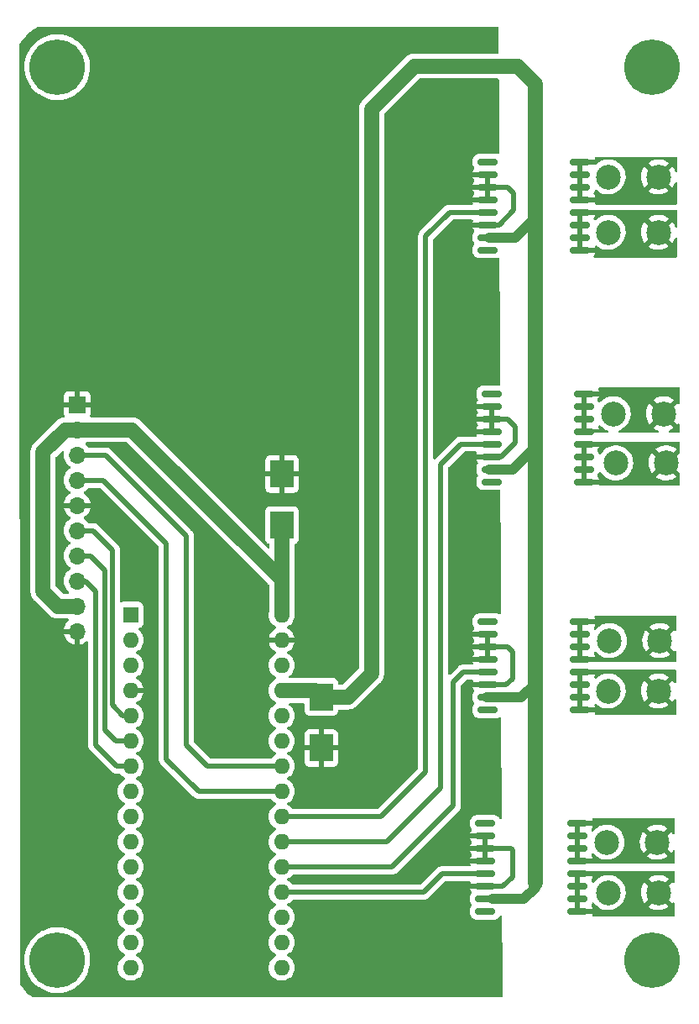
<source format=gbr>
%TF.GenerationSoftware,KiCad,Pcbnew,(6.0.4)*%
%TF.CreationDate,2023-07-24T13:06:07-04:00*%
%TF.ProjectId,BREAD_Slice,42524541-445f-4536-9c69-63652e6b6963,rev?*%
%TF.SameCoordinates,Original*%
%TF.FileFunction,Copper,L2,Bot*%
%TF.FilePolarity,Positive*%
%FSLAX46Y46*%
G04 Gerber Fmt 4.6, Leading zero omitted, Abs format (unit mm)*
G04 Created by KiCad (PCBNEW (6.0.4)) date 2023-07-24 13:06:07*
%MOMM*%
%LPD*%
G01*
G04 APERTURE LIST*
G04 Aperture macros list*
%AMRoundRect*
0 Rectangle with rounded corners*
0 $1 Rounding radius*
0 $2 $3 $4 $5 $6 $7 $8 $9 X,Y pos of 4 corners*
0 Add a 4 corners polygon primitive as box body*
4,1,4,$2,$3,$4,$5,$6,$7,$8,$9,$2,$3,0*
0 Add four circle primitives for the rounded corners*
1,1,$1+$1,$2,$3*
1,1,$1+$1,$4,$5*
1,1,$1+$1,$6,$7*
1,1,$1+$1,$8,$9*
0 Add four rect primitives between the rounded corners*
20,1,$1+$1,$2,$3,$4,$5,0*
20,1,$1+$1,$4,$5,$6,$7,0*
20,1,$1+$1,$6,$7,$8,$9,0*
20,1,$1+$1,$8,$9,$2,$3,0*%
G04 Aperture macros list end*
%TA.AperFunction,ComponentPad*%
%ADD10C,5.600000*%
%TD*%
%TA.AperFunction,ComponentPad*%
%ADD11R,1.600000X1.600000*%
%TD*%
%TA.AperFunction,ComponentPad*%
%ADD12O,1.600000X1.600000*%
%TD*%
%TA.AperFunction,ComponentPad*%
%ADD13R,1.700000X1.700000*%
%TD*%
%TA.AperFunction,ComponentPad*%
%ADD14O,1.700000X1.700000*%
%TD*%
%TA.AperFunction,ComponentPad*%
%ADD15C,2.500000*%
%TD*%
%TA.AperFunction,SMDPad,CuDef*%
%ADD16R,2.350000X2.770000*%
%TD*%
%TA.AperFunction,SMDPad,CuDef*%
%ADD17RoundRect,0.150000X0.875000X0.150000X-0.875000X0.150000X-0.875000X-0.150000X0.875000X-0.150000X0*%
%TD*%
%TA.AperFunction,Conductor*%
%ADD18C,0.500000*%
%TD*%
%TA.AperFunction,Conductor*%
%ADD19C,1.500000*%
%TD*%
%TA.AperFunction,Conductor*%
%ADD20C,1.000000*%
%TD*%
G04 APERTURE END LIST*
D10*
%TO.P,H1,1*%
%TO.N,N/C*%
X127600000Y-44800000D03*
%TD*%
%TO.P,H2,1*%
%TO.N,N/C*%
X187600000Y-44800000D03*
%TD*%
%TO.P,H3,1*%
%TO.N,N/C*%
X127600000Y-134800000D03*
%TD*%
%TO.P,H4,1*%
%TO.N,N/C*%
X187600000Y-134800000D03*
%TD*%
D11*
%TO.P,A1,1*%
%TO.N,Net-(A1-Pad1)*%
X135000000Y-100000000D03*
D12*
%TO.P,A1,2*%
%TO.N,Net-(A1-Pad2)*%
X135000000Y-102540000D03*
%TO.P,A1,3*%
%TO.N,Net-(A1-Pad3)*%
X135000000Y-105080000D03*
%TO.P,A1,4*%
%TO.N,GND*%
X135000000Y-107620000D03*
%TO.P,A1,5*%
%TO.N,/E_STOP*%
X135000000Y-110160000D03*
%TO.P,A1,6*%
%TO.N,/INT*%
X135000000Y-112700000D03*
%TO.P,A1,7*%
%TO.N,/SYNC*%
X135000000Y-115240000D03*
%TO.P,A1,8*%
%TO.N,Net-(A1-Pad8)*%
X135000000Y-117780000D03*
%TO.P,A1,9*%
%TO.N,Net-(A1-Pad9)*%
X135000000Y-120320000D03*
%TO.P,A1,10*%
%TO.N,Net-(A1-Pad10)*%
X135000000Y-122860000D03*
%TO.P,A1,11*%
%TO.N,Net-(A1-Pad11)*%
X135000000Y-125400000D03*
%TO.P,A1,12*%
%TO.N,Net-(A1-Pad12)*%
X135000000Y-127940000D03*
%TO.P,A1,13*%
%TO.N,Net-(A1-Pad13)*%
X135000000Y-130480000D03*
%TO.P,A1,14*%
%TO.N,Net-(A1-Pad14)*%
X135000000Y-133020000D03*
%TO.P,A1,15*%
%TO.N,Net-(A1-Pad15)*%
X135000000Y-135560000D03*
%TO.P,A1,16*%
%TO.N,Net-(A1-Pad16)*%
X150240000Y-135560000D03*
%TO.P,A1,17*%
%TO.N,Net-(A1-Pad17)*%
X150240000Y-133020000D03*
%TO.P,A1,18*%
%TO.N,Net-(A1-Pad18)*%
X150240000Y-130480000D03*
%TO.P,A1,19*%
%TO.N,/CURR1*%
X150240000Y-127940000D03*
%TO.P,A1,20*%
%TO.N,/CURR2*%
X150240000Y-125400000D03*
%TO.P,A1,21*%
%TO.N,/CURR3*%
X150240000Y-122860000D03*
%TO.P,A1,22*%
%TO.N,/CURR4*%
X150240000Y-120320000D03*
%TO.P,A1,23*%
%TO.N,/I2C_DAT*%
X150240000Y-117780000D03*
%TO.P,A1,24*%
%TO.N,/I2C_CLK*%
X150240000Y-115240000D03*
%TO.P,A1,25*%
%TO.N,Net-(A1-Pad25)*%
X150240000Y-112700000D03*
%TO.P,A1,26*%
%TO.N,Net-(A1-Pad26)*%
X150240000Y-110160000D03*
%TO.P,A1,27*%
%TO.N,+5V*%
X150240000Y-107620000D03*
%TO.P,A1,28*%
%TO.N,Net-(A1-Pad28)*%
X150240000Y-105080000D03*
%TO.P,A1,29*%
%TO.N,GND*%
X150240000Y-102540000D03*
%TO.P,A1,30*%
%TO.N,+12V*%
X150240000Y-100000000D03*
%TD*%
D13*
%TO.P,J1,1*%
%TO.N,GND*%
X129600000Y-78800000D03*
D14*
%TO.P,J1,2*%
%TO.N,+12V*%
X129600000Y-81340000D03*
%TO.P,J1,3*%
%TO.N,/I2C_CLK*%
X129600000Y-83880000D03*
%TO.P,J1,4*%
%TO.N,/I2C_DAT*%
X129600000Y-86420000D03*
%TO.P,J1,5*%
%TO.N,GND*%
X129600000Y-88960000D03*
%TO.P,J1,6*%
%TO.N,/E_STOP*%
X129600000Y-91500000D03*
%TO.P,J1,7*%
%TO.N,/INT*%
X129600000Y-94040000D03*
%TO.P,J1,8*%
%TO.N,/SYNC*%
X129600000Y-96580000D03*
%TO.P,J1,9*%
%TO.N,+12V*%
X129600000Y-99120000D03*
%TO.P,J1,10*%
%TO.N,GND*%
X129600000Y-101660000D03*
%TD*%
D15*
%TO.P,J2,1*%
%TO.N,Net-(J2-Pad1)*%
X188259000Y-127989000D03*
%TO.P,J2,2*%
%TO.N,N/C*%
X183179000Y-127989000D03*
%TD*%
%TO.P,J3,1*%
%TO.N,Net-(J3-Pad1)*%
X188132000Y-122909000D03*
%TO.P,J3,2*%
%TO.N,N/C*%
X183052000Y-122909000D03*
%TD*%
%TO.P,J4,1*%
%TO.N,Net-(J4-Pad1)*%
X189021000Y-84682000D03*
%TO.P,J4,2*%
%TO.N,N/C*%
X183941000Y-84682000D03*
%TD*%
%TO.P,J5,1*%
%TO.N,Net-(J5-Pad1)*%
X188767000Y-79729000D03*
%TO.P,J5,2*%
%TO.N,N/C*%
X183687000Y-79729000D03*
%TD*%
%TO.P,J6,1*%
%TO.N,Net-(J6-Pad1)*%
X188259000Y-107669000D03*
%TO.P,J6,2*%
%TO.N,N/C*%
X183179000Y-107669000D03*
%TD*%
%TO.P,J7,1*%
%TO.N,Net-(J7-Pad1)*%
X188386000Y-102589000D03*
%TO.P,J7,2*%
%TO.N,N/C*%
X183306000Y-102589000D03*
%TD*%
%TO.P,J8,1*%
%TO.N,Net-(J8-Pad1)*%
X188259000Y-61441000D03*
%TO.P,J8,2*%
%TO.N,N/C*%
X183179000Y-61441000D03*
%TD*%
%TO.P,J9,1*%
%TO.N,Net-(J9-Pad1)*%
X188259000Y-55853000D03*
%TO.P,J9,2*%
%TO.N,N/C*%
X183179000Y-55853000D03*
%TD*%
D16*
%TO.P,C2,1*%
%TO.N,+5V*%
X154223000Y-108274000D03*
%TO.P,C2,2*%
%TO.N,GND*%
X154223000Y-113414000D03*
%TD*%
%TO.P,C1,1*%
%TO.N,+12V*%
X150286000Y-90935000D03*
%TO.P,C1,2*%
%TO.N,GND*%
X150286000Y-85795000D03*
%TD*%
D17*
%TO.P,U1,1*%
%TO.N,Net-(J3-Pad1)*%
X180082000Y-121004000D03*
%TO.P,U1,2*%
X180082000Y-122274000D03*
%TO.P,U1,3*%
X180082000Y-123544000D03*
%TO.P,U1,4*%
X180082000Y-124814000D03*
%TO.P,U1,5*%
%TO.N,Net-(J2-Pad1)*%
X180082000Y-126084000D03*
%TO.P,U1,6*%
X180082000Y-127354000D03*
%TO.P,U1,7*%
X180082000Y-128624000D03*
%TO.P,U1,8*%
X180082000Y-129894000D03*
%TO.P,U1,9*%
%TO.N,Net-(U1-Pad9)*%
X170782000Y-129894000D03*
%TO.P,U1,10*%
%TO.N,+5V*%
X170782000Y-128624000D03*
%TO.P,U1,11*%
%TO.N,GND*%
X170782000Y-127354000D03*
%TO.P,U1,12*%
%TO.N,/CURR1*%
X170782000Y-126084000D03*
%TO.P,U1,13*%
%TO.N,GND*%
X170782000Y-124814000D03*
%TO.P,U1,14*%
X170782000Y-123544000D03*
%TO.P,U1,15*%
X170782000Y-122274000D03*
%TO.P,U1,16*%
%TO.N,Net-(U1-Pad16)*%
X170782000Y-121004000D03*
%TD*%
%TO.P,U2,1*%
%TO.N,Net-(J5-Pad1)*%
X180717000Y-77697000D03*
%TO.P,U2,2*%
X180717000Y-78967000D03*
%TO.P,U2,3*%
X180717000Y-80237000D03*
%TO.P,U2,4*%
X180717000Y-81507000D03*
%TO.P,U2,5*%
%TO.N,Net-(J4-Pad1)*%
X180717000Y-82777000D03*
%TO.P,U2,6*%
X180717000Y-84047000D03*
%TO.P,U2,7*%
X180717000Y-85317000D03*
%TO.P,U2,8*%
X180717000Y-86587000D03*
%TO.P,U2,9*%
%TO.N,Net-(U2-Pad9)*%
X171417000Y-86587000D03*
%TO.P,U2,10*%
%TO.N,+5V*%
X171417000Y-85317000D03*
%TO.P,U2,11*%
%TO.N,GND*%
X171417000Y-84047000D03*
%TO.P,U2,12*%
%TO.N,/CURR3*%
X171417000Y-82777000D03*
%TO.P,U2,13*%
%TO.N,GND*%
X171417000Y-81507000D03*
%TO.P,U2,14*%
X171417000Y-80237000D03*
%TO.P,U2,15*%
X171417000Y-78967000D03*
%TO.P,U2,16*%
%TO.N,Net-(U2-Pad16)*%
X171417000Y-77697000D03*
%TD*%
%TO.P,U3,1*%
%TO.N,Net-(J7-Pad1)*%
X180336000Y-100684000D03*
%TO.P,U3,2*%
X180336000Y-101954000D03*
%TO.P,U3,3*%
X180336000Y-103224000D03*
%TO.P,U3,4*%
X180336000Y-104494000D03*
%TO.P,U3,5*%
%TO.N,Net-(J6-Pad1)*%
X180336000Y-105764000D03*
%TO.P,U3,6*%
X180336000Y-107034000D03*
%TO.P,U3,7*%
X180336000Y-108304000D03*
%TO.P,U3,8*%
X180336000Y-109574000D03*
%TO.P,U3,9*%
%TO.N,Net-(U3-Pad9)*%
X171036000Y-109574000D03*
%TO.P,U3,10*%
%TO.N,+5V*%
X171036000Y-108304000D03*
%TO.P,U3,11*%
%TO.N,GND*%
X171036000Y-107034000D03*
%TO.P,U3,12*%
%TO.N,/CURR2*%
X171036000Y-105764000D03*
%TO.P,U3,13*%
%TO.N,GND*%
X171036000Y-104494000D03*
%TO.P,U3,14*%
X171036000Y-103224000D03*
%TO.P,U3,15*%
X171036000Y-101954000D03*
%TO.P,U3,16*%
%TO.N,Net-(U3-Pad16)*%
X171036000Y-100684000D03*
%TD*%
%TO.P,U4,1*%
%TO.N,Net-(J9-Pad1)*%
X180336000Y-54329000D03*
%TO.P,U4,2*%
X180336000Y-55599000D03*
%TO.P,U4,3*%
X180336000Y-56869000D03*
%TO.P,U4,4*%
X180336000Y-58139000D03*
%TO.P,U4,5*%
%TO.N,Net-(J8-Pad1)*%
X180336000Y-59409000D03*
%TO.P,U4,6*%
X180336000Y-60679000D03*
%TO.P,U4,7*%
X180336000Y-61949000D03*
%TO.P,U4,8*%
X180336000Y-63219000D03*
%TO.P,U4,9*%
%TO.N,Net-(U4-Pad9)*%
X171036000Y-63219000D03*
%TO.P,U4,10*%
%TO.N,+5V*%
X171036000Y-61949000D03*
%TO.P,U4,11*%
%TO.N,GND*%
X171036000Y-60679000D03*
%TO.P,U4,12*%
%TO.N,/CURR4*%
X171036000Y-59409000D03*
%TO.P,U4,13*%
%TO.N,GND*%
X171036000Y-58139000D03*
%TO.P,U4,14*%
X171036000Y-56869000D03*
%TO.P,U4,15*%
X171036000Y-55599000D03*
%TO.P,U4,16*%
%TO.N,Net-(U4-Pad16)*%
X171036000Y-54329000D03*
%TD*%
D18*
%TO.N,GND*%
X173019000Y-103224000D02*
X170909000Y-103224000D01*
X171163000Y-60679000D02*
X172188000Y-60679000D01*
X172188000Y-60679000D02*
X173654000Y-59213000D01*
X173527000Y-123671000D02*
X173400000Y-123544000D01*
X172569000Y-127354000D02*
X173527000Y-126396000D01*
X173654000Y-59213000D02*
X173654000Y-57504000D01*
X173781000Y-82650000D02*
X173781000Y-80999000D01*
X173019000Y-80237000D02*
X171163000Y-80237000D01*
X172892000Y-107034000D02*
X173527000Y-106399000D01*
X173527000Y-103732000D02*
X173019000Y-103224000D01*
X173654000Y-57504000D02*
X173019000Y-56869000D01*
X173019000Y-56869000D02*
X171163000Y-56869000D01*
X171163000Y-84047000D02*
X172384000Y-84047000D01*
X173400000Y-123544000D02*
X171544000Y-123544000D01*
X171544000Y-127354000D02*
X172569000Y-127354000D01*
X173527000Y-126396000D02*
X173527000Y-123671000D01*
X173781000Y-80999000D02*
X173019000Y-80237000D01*
X172384000Y-84047000D02*
X173781000Y-82650000D01*
X173527000Y-106399000D02*
X173527000Y-103732000D01*
X170909000Y-107034000D02*
X172892000Y-107034000D01*
D19*
%TO.N,+5V*%
X154223000Y-108274000D02*
X156920000Y-108274000D01*
D20*
X171163000Y-61949000D02*
X173781000Y-61949000D01*
X171163000Y-85317000D02*
X173527000Y-85317000D01*
D19*
X159303000Y-105891000D02*
X159303000Y-48995000D01*
X153569000Y-107620000D02*
X154223000Y-108274000D01*
X174035000Y-44677000D02*
X175813000Y-46455000D01*
D20*
X174670000Y-128624000D02*
X171544000Y-128624000D01*
D19*
X156920000Y-108274000D02*
X159303000Y-105891000D01*
D20*
X173781000Y-61949000D02*
X175813000Y-59917000D01*
D19*
X175813000Y-59917000D02*
X175813000Y-83031000D01*
X175813000Y-46455000D02*
X175813000Y-59917000D01*
D20*
X173527000Y-85317000D02*
X175813000Y-83031000D01*
D19*
X175813000Y-106907000D02*
X175813000Y-126973000D01*
D20*
X174416000Y-108304000D02*
X175813000Y-106907000D01*
D19*
X159303000Y-48995000D02*
X163621000Y-44677000D01*
D20*
X175813000Y-127481000D02*
X174670000Y-128624000D01*
X175813000Y-126973000D02*
X175813000Y-127481000D01*
X170909000Y-108304000D02*
X174416000Y-108304000D01*
D19*
X163621000Y-44677000D02*
X174035000Y-44677000D01*
X150240000Y-107620000D02*
X153569000Y-107620000D01*
X175813000Y-83031000D02*
X175813000Y-106907000D01*
D18*
%TO.N,/I2C_CLK*%
X140634000Y-113130000D02*
X142744000Y-115240000D01*
X132466000Y-83880000D02*
X140634000Y-92048000D01*
X129600000Y-83880000D02*
X132466000Y-83880000D01*
X142744000Y-115240000D02*
X150240000Y-115240000D01*
X140634000Y-92048000D02*
X140634000Y-113130000D01*
%TO.N,/I2C_DAT*%
X129600000Y-86420000D02*
X132212000Y-86420000D01*
X132212000Y-86420000D02*
X138602000Y-92810000D01*
X141855000Y-117780000D02*
X150240000Y-117780000D01*
X138602000Y-114527000D02*
X141855000Y-117780000D01*
X138602000Y-92810000D02*
X138602000Y-114527000D01*
%TO.N,/SYNC*%
X131490000Y-97636000D02*
X130434000Y-96580000D01*
X130434000Y-96580000D02*
X129600000Y-96580000D01*
X131490000Y-113130000D02*
X131490000Y-97636000D01*
X133600000Y-115240000D02*
X131490000Y-113130000D01*
X135000000Y-115240000D02*
X133600000Y-115240000D01*
%TO.N,/E_STOP*%
X131196000Y-91500000D02*
X129600000Y-91500000D01*
X134206000Y-110160000D02*
X133141000Y-109095000D01*
X133141000Y-93445000D02*
X131196000Y-91500000D01*
X135000000Y-110160000D02*
X134206000Y-110160000D01*
X133141000Y-109095000D02*
X133141000Y-93445000D01*
D19*
%TO.N,+12V*%
X127640000Y-99120000D02*
X126156000Y-97636000D01*
X150286000Y-96401000D02*
X150240000Y-96447000D01*
X128397919Y-81340000D02*
X129600000Y-81340000D01*
X135133000Y-81340000D02*
X150240000Y-96447000D01*
X129600000Y-99120000D02*
X127640000Y-99120000D01*
X129600000Y-81340000D02*
X135133000Y-81340000D01*
X150240000Y-96447000D02*
X150240000Y-100000000D01*
X126156000Y-83581919D02*
X128397919Y-81340000D01*
X150286000Y-90935000D02*
X150286000Y-96401000D01*
X126156000Y-97636000D02*
X126156000Y-83581919D01*
D18*
%TO.N,/INT*%
X130942000Y-94040000D02*
X129600000Y-94040000D01*
X133473000Y-112700000D02*
X132379000Y-111606000D01*
X135000000Y-112700000D02*
X133473000Y-112700000D01*
X132379000Y-95477000D02*
X130942000Y-94040000D01*
X132379000Y-111606000D02*
X132379000Y-95477000D01*
%TO.N,/CURR1*%
X150240000Y-127940000D02*
X164559000Y-127940000D01*
X166415000Y-126084000D02*
X171544000Y-126084000D01*
X164559000Y-127940000D02*
X166415000Y-126084000D01*
%TO.N,/CURR2*%
X168574000Y-105764000D02*
X170909000Y-105764000D01*
X167558000Y-106780000D02*
X168574000Y-105764000D01*
X167558000Y-119226000D02*
X167558000Y-106780000D01*
X161384000Y-125400000D02*
X167558000Y-119226000D01*
X150240000Y-125400000D02*
X161384000Y-125400000D01*
%TO.N,/CURR3*%
X168320000Y-82777000D02*
X171163000Y-82777000D01*
X166288000Y-84809000D02*
X168320000Y-82777000D01*
X160876000Y-122860000D02*
X166288000Y-117448000D01*
X166288000Y-117448000D02*
X166288000Y-84809000D01*
X150240000Y-122860000D02*
X160876000Y-122860000D01*
%TO.N,/CURR4*%
X160241000Y-120320000D02*
X164764000Y-115797000D01*
X164764000Y-61822000D02*
X167177000Y-59409000D01*
X150240000Y-120320000D02*
X160241000Y-120320000D01*
X164764000Y-115797000D02*
X164764000Y-61822000D01*
X167177000Y-59409000D02*
X171163000Y-59409000D01*
%TD*%
%TA.AperFunction,Conductor*%
%TO.N,GND*%
G36*
X172072611Y-40760002D02*
G01*
X172119104Y-40813658D01*
X172130489Y-40865509D01*
X172139159Y-43090669D01*
X172139943Y-43292009D01*
X172120207Y-43360207D01*
X172066732Y-43406909D01*
X172013944Y-43418500D01*
X163712395Y-43418500D01*
X163695948Y-43417422D01*
X163679483Y-43415254D01*
X163679479Y-43415254D01*
X163673913Y-43414521D01*
X163592512Y-43418360D01*
X163586576Y-43418500D01*
X163564001Y-43418500D01*
X163544981Y-43420197D01*
X163538011Y-43420819D01*
X163532749Y-43421178D01*
X163519838Y-43421787D01*
X163449512Y-43425104D01*
X163444053Y-43426354D01*
X163444048Y-43426355D01*
X163432030Y-43429108D01*
X163415101Y-43431789D01*
X163397238Y-43433383D01*
X163391822Y-43434865D01*
X163391820Y-43434865D01*
X163316867Y-43455370D01*
X163311749Y-43456656D01*
X163236000Y-43474005D01*
X163235998Y-43474006D01*
X163230530Y-43475258D01*
X163220030Y-43479737D01*
X163214033Y-43482294D01*
X163197858Y-43487927D01*
X163185961Y-43491182D01*
X163185957Y-43491183D01*
X163180549Y-43492663D01*
X163175483Y-43495079D01*
X163175484Y-43495079D01*
X163105333Y-43528539D01*
X163100524Y-43530710D01*
X163023891Y-43563397D01*
X163008890Y-43573251D01*
X162993975Y-43581654D01*
X162977782Y-43589378D01*
X162973231Y-43592648D01*
X162973228Y-43592650D01*
X162940004Y-43616524D01*
X162910794Y-43637514D01*
X162910119Y-43637999D01*
X162905768Y-43640989D01*
X162839992Y-43684195D01*
X162839987Y-43684199D01*
X162836126Y-43686735D01*
X162832676Y-43689809D01*
X162815342Y-43705252D01*
X162805058Y-43713491D01*
X162799905Y-43717194D01*
X162799898Y-43717200D01*
X162795346Y-43720471D01*
X162770155Y-43746466D01*
X162720968Y-43797223D01*
X162719579Y-43798633D01*
X158477737Y-48040475D01*
X158465347Y-48051342D01*
X158447708Y-48064877D01*
X158393188Y-48124794D01*
X158392842Y-48125174D01*
X158388743Y-48129469D01*
X158372802Y-48145410D01*
X158371007Y-48147557D01*
X158371005Y-48147559D01*
X158356068Y-48165423D01*
X158352600Y-48169398D01*
X158300288Y-48226888D01*
X158300281Y-48226897D01*
X158296515Y-48231036D01*
X158293538Y-48235782D01*
X158293537Y-48235783D01*
X158286987Y-48246225D01*
X158276911Y-48260093D01*
X158269004Y-48269549D01*
X158268997Y-48269559D01*
X158265406Y-48273854D01*
X158224118Y-48346240D01*
X158221413Y-48350759D01*
X158177136Y-48421344D01*
X158175043Y-48426549D01*
X158175042Y-48426552D01*
X158170448Y-48437979D01*
X158162988Y-48453411D01*
X158156880Y-48464119D01*
X158156876Y-48464128D01*
X158154101Y-48468993D01*
X158152232Y-48474270D01*
X158152230Y-48474275D01*
X158126285Y-48547542D01*
X158124420Y-48552478D01*
X158093344Y-48629783D01*
X158092208Y-48635270D01*
X158092207Y-48635272D01*
X158089706Y-48647349D01*
X158085101Y-48663844D01*
X158079111Y-48680759D01*
X158078204Y-48686298D01*
X158065643Y-48763001D01*
X158064683Y-48768180D01*
X158047787Y-48849767D01*
X158047521Y-48854379D01*
X158047521Y-48854380D01*
X158046185Y-48877548D01*
X158044738Y-48890653D01*
X158043714Y-48896910D01*
X158042806Y-48902457D01*
X158042894Y-48908070D01*
X158042894Y-48908072D01*
X158044484Y-49009264D01*
X158044500Y-49011243D01*
X158044500Y-105317523D01*
X158024498Y-105385644D01*
X158007595Y-105406618D01*
X156435617Y-106978595D01*
X156373305Y-107012621D01*
X156346522Y-107015500D01*
X156032500Y-107015500D01*
X155964379Y-106995498D01*
X155917886Y-106941842D01*
X155906500Y-106889500D01*
X155906500Y-106840866D01*
X155899745Y-106778684D01*
X155848615Y-106642295D01*
X155761261Y-106525739D01*
X155644705Y-106438385D01*
X155508316Y-106387255D01*
X155446134Y-106380500D01*
X153803017Y-106380500D01*
X153777465Y-106377882D01*
X153718754Y-106365723D01*
X153718750Y-106365723D01*
X153714233Y-106364787D01*
X153709624Y-106364521D01*
X153709622Y-106364521D01*
X153686452Y-106363185D01*
X153673347Y-106361738D01*
X153667090Y-106360714D01*
X153667086Y-106360714D01*
X153661543Y-106359806D01*
X153655930Y-106359894D01*
X153655928Y-106359894D01*
X153554736Y-106361484D01*
X153552757Y-106361500D01*
X151090749Y-106361500D01*
X151022628Y-106341498D01*
X150976135Y-106287842D01*
X150966031Y-106217568D01*
X150995525Y-106152988D01*
X151018478Y-106132287D01*
X151079789Y-106089357D01*
X151079792Y-106089355D01*
X151084300Y-106086198D01*
X151246198Y-105924300D01*
X151280889Y-105874757D01*
X151374366Y-105741257D01*
X151377523Y-105736749D01*
X151379846Y-105731767D01*
X151379849Y-105731762D01*
X151471961Y-105534225D01*
X151471961Y-105534224D01*
X151474284Y-105529243D01*
X151522206Y-105350399D01*
X151532119Y-105313402D01*
X151532119Y-105313400D01*
X151533543Y-105308087D01*
X151553498Y-105080000D01*
X151533543Y-104851913D01*
X151532119Y-104846598D01*
X151475707Y-104636067D01*
X151475706Y-104636065D01*
X151474284Y-104630757D01*
X151470201Y-104622000D01*
X151379849Y-104428238D01*
X151379846Y-104428233D01*
X151377523Y-104423251D01*
X151246198Y-104235700D01*
X151084300Y-104073802D01*
X151079792Y-104070645D01*
X151079789Y-104070643D01*
X151001611Y-104015902D01*
X150896749Y-103942477D01*
X150891767Y-103940154D01*
X150891762Y-103940151D01*
X150856951Y-103923919D01*
X150803666Y-103877002D01*
X150784205Y-103808725D01*
X150804747Y-103740765D01*
X150856951Y-103695529D01*
X150891511Y-103679414D01*
X150901007Y-103673931D01*
X151079467Y-103548972D01*
X151087875Y-103541916D01*
X151241916Y-103387875D01*
X151248972Y-103379467D01*
X151373931Y-103201007D01*
X151379414Y-103191511D01*
X151471490Y-102994053D01*
X151475236Y-102983761D01*
X151521394Y-102811497D01*
X151521058Y-102797401D01*
X151513116Y-102794000D01*
X148972033Y-102794000D01*
X148958502Y-102797973D01*
X148957273Y-102806522D01*
X149004764Y-102983761D01*
X149008510Y-102994053D01*
X149100586Y-103191511D01*
X149106069Y-103201007D01*
X149231028Y-103379467D01*
X149238084Y-103387875D01*
X149392125Y-103541916D01*
X149400533Y-103548972D01*
X149578993Y-103673931D01*
X149588489Y-103679414D01*
X149623049Y-103695529D01*
X149676334Y-103742446D01*
X149695795Y-103810723D01*
X149675253Y-103878683D01*
X149623049Y-103923919D01*
X149588238Y-103940151D01*
X149588233Y-103940154D01*
X149583251Y-103942477D01*
X149478389Y-104015902D01*
X149400211Y-104070643D01*
X149400208Y-104070645D01*
X149395700Y-104073802D01*
X149233802Y-104235700D01*
X149102477Y-104423251D01*
X149100154Y-104428233D01*
X149100151Y-104428238D01*
X149009799Y-104622000D01*
X149005716Y-104630757D01*
X149004294Y-104636065D01*
X149004293Y-104636067D01*
X148947881Y-104846598D01*
X148946457Y-104851913D01*
X148926502Y-105080000D01*
X148946457Y-105308087D01*
X148947881Y-105313400D01*
X148947881Y-105313402D01*
X148957795Y-105350399D01*
X149005716Y-105529243D01*
X149008039Y-105534224D01*
X149008039Y-105534225D01*
X149100151Y-105731762D01*
X149100154Y-105731767D01*
X149102477Y-105736749D01*
X149105634Y-105741257D01*
X149199112Y-105874757D01*
X149233802Y-105924300D01*
X149395700Y-106086198D01*
X149400208Y-106089355D01*
X149400211Y-106089357D01*
X149448257Y-106122999D01*
X149583251Y-106217523D01*
X149588233Y-106219846D01*
X149588238Y-106219849D01*
X149622457Y-106235805D01*
X149675742Y-106282722D01*
X149695203Y-106350999D01*
X149674661Y-106418959D01*
X149622457Y-106464195D01*
X149588238Y-106480151D01*
X149588233Y-106480154D01*
X149583251Y-106482477D01*
X149521981Y-106525379D01*
X149400211Y-106610643D01*
X149400208Y-106610645D01*
X149395700Y-106613802D01*
X149233802Y-106775700D01*
X149230645Y-106780208D01*
X149230643Y-106780211D01*
X149184908Y-106845528D01*
X149102477Y-106963251D01*
X149100154Y-106968233D01*
X149100151Y-106968238D01*
X149017087Y-107146371D01*
X149005716Y-107170757D01*
X149004294Y-107176065D01*
X149004293Y-107176067D01*
X148947881Y-107386598D01*
X148946457Y-107391913D01*
X148926502Y-107620000D01*
X148946457Y-107848087D01*
X148947881Y-107853400D01*
X148947881Y-107853402D01*
X149002323Y-108056579D01*
X149005716Y-108069243D01*
X149008039Y-108074224D01*
X149008039Y-108074225D01*
X149100151Y-108271762D01*
X149100154Y-108271767D01*
X149102477Y-108276749D01*
X149233802Y-108464300D01*
X149395700Y-108626198D01*
X149400208Y-108629355D01*
X149400211Y-108629357D01*
X149463227Y-108673481D01*
X149583251Y-108757523D01*
X149588233Y-108759846D01*
X149588238Y-108759849D01*
X149622457Y-108775805D01*
X149675742Y-108822722D01*
X149695203Y-108890999D01*
X149674661Y-108958959D01*
X149622457Y-109004195D01*
X149588238Y-109020151D01*
X149588233Y-109020154D01*
X149583251Y-109022477D01*
X149478389Y-109095902D01*
X149400211Y-109150643D01*
X149400208Y-109150645D01*
X149395700Y-109153802D01*
X149233802Y-109315700D01*
X149230645Y-109320208D01*
X149230643Y-109320211D01*
X149203938Y-109358350D01*
X149102477Y-109503251D01*
X149100154Y-109508233D01*
X149100151Y-109508238D01*
X149008999Y-109703717D01*
X149005716Y-109710757D01*
X148946457Y-109931913D01*
X148926502Y-110160000D01*
X148946457Y-110388087D01*
X149005716Y-110609243D01*
X149008039Y-110614224D01*
X149008039Y-110614225D01*
X149100151Y-110811762D01*
X149100154Y-110811767D01*
X149102477Y-110816749D01*
X149233802Y-111004300D01*
X149395700Y-111166198D01*
X149400208Y-111169355D01*
X149400211Y-111169357D01*
X149478389Y-111224098D01*
X149583251Y-111297523D01*
X149588233Y-111299846D01*
X149588238Y-111299849D01*
X149622457Y-111315805D01*
X149675742Y-111362722D01*
X149695203Y-111430999D01*
X149674661Y-111498959D01*
X149622457Y-111544195D01*
X149588238Y-111560151D01*
X149588233Y-111560154D01*
X149583251Y-111562477D01*
X149478389Y-111635902D01*
X149400211Y-111690643D01*
X149400208Y-111690645D01*
X149395700Y-111693802D01*
X149233802Y-111855700D01*
X149230645Y-111860208D01*
X149230643Y-111860211D01*
X149184123Y-111926649D01*
X149102477Y-112043251D01*
X149100154Y-112048233D01*
X149100151Y-112048238D01*
X149008039Y-112245775D01*
X149005716Y-112250757D01*
X148946457Y-112471913D01*
X148926502Y-112700000D01*
X148946457Y-112928087D01*
X148947881Y-112933400D01*
X148947881Y-112933402D01*
X148993419Y-113103349D01*
X149005716Y-113149243D01*
X149008039Y-113154224D01*
X149008039Y-113154225D01*
X149100151Y-113351762D01*
X149100154Y-113351767D01*
X149102477Y-113356749D01*
X149233802Y-113544300D01*
X149395700Y-113706198D01*
X149400208Y-113709355D01*
X149400211Y-113709357D01*
X149478389Y-113764098D01*
X149583251Y-113837523D01*
X149588233Y-113839846D01*
X149588238Y-113839849D01*
X149622457Y-113855805D01*
X149675742Y-113902722D01*
X149695203Y-113970999D01*
X149674661Y-114038959D01*
X149622457Y-114084195D01*
X149588238Y-114100151D01*
X149588233Y-114100154D01*
X149583251Y-114102477D01*
X149500202Y-114160629D01*
X149400211Y-114230643D01*
X149400208Y-114230645D01*
X149395700Y-114233802D01*
X149233802Y-114395700D01*
X149211345Y-114427771D01*
X149155890Y-114472099D01*
X149108133Y-114481500D01*
X143110371Y-114481500D01*
X143042250Y-114461498D01*
X143021276Y-114444595D01*
X141429405Y-112852724D01*
X141395379Y-112790412D01*
X141392500Y-112763629D01*
X141392500Y-92115063D01*
X141393933Y-92096114D01*
X141396097Y-92081886D01*
X141397198Y-92074651D01*
X141392915Y-92021990D01*
X141392500Y-92011777D01*
X141392500Y-92003707D01*
X141392078Y-92000087D01*
X141392077Y-92000069D01*
X141389208Y-91975461D01*
X141388775Y-91971086D01*
X141383454Y-91905661D01*
X141383453Y-91905658D01*
X141382860Y-91898363D01*
X141380604Y-91891399D01*
X141379413Y-91885440D01*
X141378029Y-91879585D01*
X141377182Y-91872319D01*
X141352265Y-91803673D01*
X141350848Y-91799545D01*
X141330607Y-91737064D01*
X141330606Y-91737062D01*
X141328351Y-91730101D01*
X141324555Y-91723846D01*
X141322049Y-91718372D01*
X141319330Y-91712942D01*
X141316833Y-91706063D01*
X141276809Y-91645016D01*
X141274472Y-91641312D01*
X141239509Y-91583693D01*
X141239505Y-91583688D01*
X141236595Y-91578892D01*
X141229197Y-91570516D01*
X141229223Y-91570493D01*
X141226574Y-91567503D01*
X141223866Y-91564264D01*
X141219856Y-91558148D01*
X141214549Y-91553121D01*
X141214546Y-91553117D01*
X141163617Y-91504872D01*
X141161175Y-91502494D01*
X133049770Y-83391089D01*
X133037384Y-83376677D01*
X133028851Y-83365082D01*
X133028846Y-83365077D01*
X133024508Y-83359182D01*
X133018930Y-83354443D01*
X133018927Y-83354440D01*
X132984232Y-83324965D01*
X132976716Y-83318035D01*
X132971021Y-83312340D01*
X132964880Y-83307482D01*
X132948749Y-83294719D01*
X132945345Y-83291928D01*
X132895297Y-83249409D01*
X132895295Y-83249408D01*
X132889715Y-83244667D01*
X132883199Y-83241339D01*
X132878150Y-83237972D01*
X132873021Y-83234805D01*
X132867284Y-83230266D01*
X132801125Y-83199345D01*
X132797225Y-83197439D01*
X132732192Y-83164231D01*
X132725084Y-83162492D01*
X132719441Y-83160393D01*
X132713678Y-83158476D01*
X132707050Y-83155378D01*
X132635583Y-83140513D01*
X132631299Y-83139543D01*
X132560390Y-83122192D01*
X132554788Y-83121844D01*
X132554785Y-83121844D01*
X132549236Y-83121500D01*
X132549238Y-83121464D01*
X132545245Y-83121225D01*
X132541053Y-83120851D01*
X132533885Y-83119360D01*
X132467675Y-83121151D01*
X132456479Y-83121454D01*
X132453072Y-83121500D01*
X130795939Y-83121500D01*
X130727818Y-83101498D01*
X130690147Y-83063941D01*
X130682818Y-83052612D01*
X130680014Y-83048277D01*
X130529670Y-82883051D01*
X130525619Y-82879852D01*
X130525615Y-82879848D01*
X130454116Y-82823382D01*
X130413053Y-82765465D01*
X130409821Y-82694542D01*
X130445446Y-82633130D01*
X130508618Y-82600728D01*
X130532208Y-82598500D01*
X134559523Y-82598500D01*
X134627644Y-82618502D01*
X134648618Y-82635405D01*
X148944595Y-96931383D01*
X148978621Y-96993695D01*
X148981500Y-97020478D01*
X148981500Y-99624543D01*
X148977207Y-99657152D01*
X148946457Y-99771913D01*
X148926502Y-100000000D01*
X148946457Y-100228087D01*
X148947881Y-100233400D01*
X148947881Y-100233402D01*
X149002323Y-100436579D01*
X149005716Y-100449243D01*
X149008039Y-100454224D01*
X149008039Y-100454225D01*
X149100151Y-100651762D01*
X149100154Y-100651767D01*
X149102477Y-100656749D01*
X149233802Y-100844300D01*
X149395700Y-101006198D01*
X149400208Y-101009355D01*
X149400211Y-101009357D01*
X149441542Y-101038297D01*
X149583251Y-101137523D01*
X149588233Y-101139846D01*
X149588238Y-101139849D01*
X149623049Y-101156081D01*
X149676334Y-101202998D01*
X149695795Y-101271275D01*
X149675253Y-101339235D01*
X149623049Y-101384471D01*
X149588489Y-101400586D01*
X149578993Y-101406069D01*
X149400533Y-101531028D01*
X149392125Y-101538084D01*
X149238084Y-101692125D01*
X149231028Y-101700533D01*
X149106069Y-101878993D01*
X149100586Y-101888489D01*
X149008510Y-102085947D01*
X149004764Y-102096239D01*
X148958606Y-102268503D01*
X148958942Y-102282599D01*
X148966884Y-102286000D01*
X151507967Y-102286000D01*
X151521498Y-102282027D01*
X151522727Y-102273478D01*
X151475236Y-102096239D01*
X151471490Y-102085947D01*
X151379414Y-101888489D01*
X151373931Y-101878993D01*
X151248972Y-101700533D01*
X151241916Y-101692125D01*
X151087875Y-101538084D01*
X151079467Y-101531028D01*
X150901007Y-101406069D01*
X150891511Y-101400586D01*
X150856951Y-101384471D01*
X150803666Y-101337554D01*
X150784205Y-101269277D01*
X150804747Y-101201317D01*
X150856951Y-101156081D01*
X150891762Y-101139849D01*
X150891767Y-101139846D01*
X150896749Y-101137523D01*
X151038458Y-101038297D01*
X151079789Y-101009357D01*
X151079792Y-101009355D01*
X151084300Y-101006198D01*
X151246198Y-100844300D01*
X151377523Y-100656749D01*
X151379846Y-100651767D01*
X151379849Y-100651762D01*
X151471961Y-100454225D01*
X151471961Y-100454224D01*
X151474284Y-100449243D01*
X151477678Y-100436579D01*
X151532119Y-100233402D01*
X151532119Y-100233400D01*
X151533543Y-100228087D01*
X151553498Y-100000000D01*
X151533543Y-99771913D01*
X151502793Y-99657152D01*
X151498500Y-99624543D01*
X151498500Y-96769053D01*
X151505726Y-96726999D01*
X151509889Y-96715241D01*
X151523355Y-96633009D01*
X151524317Y-96627819D01*
X151540277Y-96550754D01*
X151540278Y-96550750D01*
X151541213Y-96546233D01*
X151542815Y-96518452D01*
X151544262Y-96505347D01*
X151545286Y-96499090D01*
X151545286Y-96499083D01*
X151546194Y-96493542D01*
X151546058Y-96484853D01*
X151544516Y-96386736D01*
X151544500Y-96384757D01*
X151544500Y-92919126D01*
X151564502Y-92851005D01*
X151618158Y-92804512D01*
X151626270Y-92801144D01*
X151699297Y-92773767D01*
X151707705Y-92770615D01*
X151824261Y-92683261D01*
X151911615Y-92566705D01*
X151962745Y-92430316D01*
X151969500Y-92368134D01*
X151969500Y-89501866D01*
X151962745Y-89439684D01*
X151911615Y-89303295D01*
X151824261Y-89186739D01*
X151707705Y-89099385D01*
X151571316Y-89048255D01*
X151509134Y-89041500D01*
X149062866Y-89041500D01*
X149000684Y-89048255D01*
X148864295Y-89099385D01*
X148747739Y-89186739D01*
X148660385Y-89303295D01*
X148609255Y-89439684D01*
X148602500Y-89501866D01*
X148602500Y-92368134D01*
X148609255Y-92430316D01*
X148660385Y-92566705D01*
X148747739Y-92683261D01*
X148864295Y-92770615D01*
X148872703Y-92773767D01*
X148945730Y-92801144D01*
X149002494Y-92843786D01*
X149027194Y-92910348D01*
X149027500Y-92919126D01*
X149027500Y-93150522D01*
X149007498Y-93218643D01*
X148953842Y-93265136D01*
X148883568Y-93275240D01*
X148818988Y-93245746D01*
X148812405Y-93239617D01*
X142797457Y-87224669D01*
X148603001Y-87224669D01*
X148603371Y-87231490D01*
X148608895Y-87282352D01*
X148612521Y-87297604D01*
X148657676Y-87418054D01*
X148666214Y-87433649D01*
X148742715Y-87535724D01*
X148755276Y-87548285D01*
X148857351Y-87624786D01*
X148872946Y-87633324D01*
X148993394Y-87678478D01*
X149008649Y-87682105D01*
X149059514Y-87687631D01*
X149066328Y-87688000D01*
X150013885Y-87688000D01*
X150029124Y-87683525D01*
X150030329Y-87682135D01*
X150032000Y-87674452D01*
X150032000Y-87669884D01*
X150540000Y-87669884D01*
X150544475Y-87685123D01*
X150545865Y-87686328D01*
X150553548Y-87687999D01*
X151505669Y-87687999D01*
X151512490Y-87687629D01*
X151563352Y-87682105D01*
X151578604Y-87678479D01*
X151699054Y-87633324D01*
X151714649Y-87624786D01*
X151816724Y-87548285D01*
X151829285Y-87535724D01*
X151905786Y-87433649D01*
X151914324Y-87418054D01*
X151959478Y-87297606D01*
X151963105Y-87282351D01*
X151968631Y-87231486D01*
X151969000Y-87224672D01*
X151969000Y-86067115D01*
X151964525Y-86051876D01*
X151963135Y-86050671D01*
X151955452Y-86049000D01*
X150558115Y-86049000D01*
X150542876Y-86053475D01*
X150541671Y-86054865D01*
X150540000Y-86062548D01*
X150540000Y-87669884D01*
X150032000Y-87669884D01*
X150032000Y-86067115D01*
X150027525Y-86051876D01*
X150026135Y-86050671D01*
X150018452Y-86049000D01*
X148621116Y-86049000D01*
X148605877Y-86053475D01*
X148604672Y-86054865D01*
X148603001Y-86062548D01*
X148603001Y-87224669D01*
X142797457Y-87224669D01*
X141095673Y-85522885D01*
X148603000Y-85522885D01*
X148607475Y-85538124D01*
X148608865Y-85539329D01*
X148616548Y-85541000D01*
X150013885Y-85541000D01*
X150029124Y-85536525D01*
X150030329Y-85535135D01*
X150032000Y-85527452D01*
X150032000Y-85522885D01*
X150540000Y-85522885D01*
X150544475Y-85538124D01*
X150545865Y-85539329D01*
X150553548Y-85541000D01*
X151950884Y-85541000D01*
X151966123Y-85536525D01*
X151967328Y-85535135D01*
X151968999Y-85527452D01*
X151968999Y-84365331D01*
X151968629Y-84358510D01*
X151963105Y-84307648D01*
X151959479Y-84292396D01*
X151914324Y-84171946D01*
X151905786Y-84156351D01*
X151829285Y-84054276D01*
X151816724Y-84041715D01*
X151714649Y-83965214D01*
X151699054Y-83956676D01*
X151578606Y-83911522D01*
X151563351Y-83907895D01*
X151512486Y-83902369D01*
X151505672Y-83902000D01*
X150558115Y-83902000D01*
X150542876Y-83906475D01*
X150541671Y-83907865D01*
X150540000Y-83915548D01*
X150540000Y-85522885D01*
X150032000Y-85522885D01*
X150032000Y-83920116D01*
X150027525Y-83904877D01*
X150026135Y-83903672D01*
X150018452Y-83902001D01*
X149066331Y-83902001D01*
X149059510Y-83902371D01*
X149008648Y-83907895D01*
X148993396Y-83911521D01*
X148872946Y-83956676D01*
X148857351Y-83965214D01*
X148755276Y-84041715D01*
X148742715Y-84054276D01*
X148666214Y-84156351D01*
X148657676Y-84171946D01*
X148612522Y-84292394D01*
X148608895Y-84307649D01*
X148603369Y-84358514D01*
X148603000Y-84365328D01*
X148603000Y-85522885D01*
X141095673Y-85522885D01*
X136087525Y-80514737D01*
X136076657Y-80502346D01*
X136066533Y-80489152D01*
X136063123Y-80484708D01*
X136002826Y-80429842D01*
X135998531Y-80425743D01*
X135982590Y-80409802D01*
X135980440Y-80408004D01*
X135962577Y-80393068D01*
X135958602Y-80389600D01*
X135901112Y-80337288D01*
X135901103Y-80337281D01*
X135896964Y-80333515D01*
X135881773Y-80323986D01*
X135867907Y-80313911D01*
X135858451Y-80306004D01*
X135858441Y-80305997D01*
X135854146Y-80302406D01*
X135781752Y-80261113D01*
X135777232Y-80258408D01*
X135767620Y-80252378D01*
X135726202Y-80226397D01*
X135711404Y-80217114D01*
X135711401Y-80217112D01*
X135706656Y-80214136D01*
X135701451Y-80212043D01*
X135701448Y-80212042D01*
X135690021Y-80207448D01*
X135674589Y-80199988D01*
X135663881Y-80193880D01*
X135663872Y-80193876D01*
X135659007Y-80191101D01*
X135653730Y-80189232D01*
X135653725Y-80189230D01*
X135580458Y-80163285D01*
X135575522Y-80161420D01*
X135503416Y-80132434D01*
X135498217Y-80130344D01*
X135492730Y-80129208D01*
X135492728Y-80129207D01*
X135480651Y-80126706D01*
X135464156Y-80122101D01*
X135447241Y-80116111D01*
X135364990Y-80102641D01*
X135359820Y-80101683D01*
X135297191Y-80088713D01*
X135282758Y-80085724D01*
X135282757Y-80085724D01*
X135278233Y-80084787D01*
X135273621Y-80084521D01*
X135273620Y-80084521D01*
X135250452Y-80083185D01*
X135237347Y-80081738D01*
X135231090Y-80080714D01*
X135231086Y-80080714D01*
X135225543Y-80079806D01*
X135219930Y-80079894D01*
X135219928Y-80079894D01*
X135118736Y-80081484D01*
X135116757Y-80081500D01*
X131010047Y-80081500D01*
X130941926Y-80061498D01*
X130895433Y-80007842D01*
X130885329Y-79937568D01*
X130899526Y-79894993D01*
X130903322Y-79888059D01*
X130948478Y-79767606D01*
X130952105Y-79752351D01*
X130957631Y-79701486D01*
X130958000Y-79694672D01*
X130958000Y-79072115D01*
X130953525Y-79056876D01*
X130952135Y-79055671D01*
X130944452Y-79054000D01*
X128260116Y-79054000D01*
X128244877Y-79058475D01*
X128243672Y-79059865D01*
X128242001Y-79067548D01*
X128242001Y-79694669D01*
X128242371Y-79701490D01*
X128247895Y-79752352D01*
X128251521Y-79767604D01*
X128296677Y-79888056D01*
X128306164Y-79905385D01*
X128321332Y-79974743D01*
X128296595Y-80041290D01*
X128239806Y-80083900D01*
X128223771Y-80088713D01*
X128208947Y-80092108D01*
X128192020Y-80094789D01*
X128174157Y-80096383D01*
X128168741Y-80097865D01*
X128168739Y-80097865D01*
X128093786Y-80118370D01*
X128088668Y-80119656D01*
X128012919Y-80137005D01*
X128012917Y-80137006D01*
X128007449Y-80138258D01*
X127996949Y-80142737D01*
X127990952Y-80145294D01*
X127974777Y-80150927D01*
X127962880Y-80154182D01*
X127962876Y-80154183D01*
X127957468Y-80155663D01*
X127952402Y-80158079D01*
X127952403Y-80158079D01*
X127882252Y-80191539D01*
X127877443Y-80193710D01*
X127805970Y-80224196D01*
X127800810Y-80226397D01*
X127785809Y-80236251D01*
X127770894Y-80244654D01*
X127754701Y-80252378D01*
X127750153Y-80255646D01*
X127750148Y-80255649D01*
X127687033Y-80301002D01*
X127682696Y-80303982D01*
X127613044Y-80349735D01*
X127592263Y-80368251D01*
X127581967Y-80376500D01*
X127572265Y-80383471D01*
X127544823Y-80411789D01*
X127497887Y-80460223D01*
X127496498Y-80461633D01*
X125330737Y-82627394D01*
X125318347Y-82638261D01*
X125300708Y-82651796D01*
X125261812Y-82694542D01*
X125245842Y-82712093D01*
X125241743Y-82716388D01*
X125225802Y-82732329D01*
X125224007Y-82734476D01*
X125224005Y-82734478D01*
X125209068Y-82752342D01*
X125205600Y-82756317D01*
X125153288Y-82813807D01*
X125153281Y-82813816D01*
X125149515Y-82817955D01*
X125146538Y-82822701D01*
X125146537Y-82822702D01*
X125139987Y-82833144D01*
X125129911Y-82847012D01*
X125122004Y-82856468D01*
X125121997Y-82856478D01*
X125118406Y-82860773D01*
X125107526Y-82879848D01*
X125077118Y-82933159D01*
X125074413Y-82937678D01*
X125030136Y-83008263D01*
X125028043Y-83013468D01*
X125028042Y-83013471D01*
X125023448Y-83024898D01*
X125015988Y-83040330D01*
X125009880Y-83051038D01*
X125009876Y-83051047D01*
X125007101Y-83055912D01*
X125005232Y-83061189D01*
X125005230Y-83061194D01*
X124979285Y-83134461D01*
X124977420Y-83139397D01*
X124946344Y-83216702D01*
X124945208Y-83222189D01*
X124945207Y-83222191D01*
X124942706Y-83234268D01*
X124938101Y-83250763D01*
X124932111Y-83267678D01*
X124923272Y-83321656D01*
X124918643Y-83349920D01*
X124917683Y-83355099D01*
X124900787Y-83436686D01*
X124900521Y-83441298D01*
X124900521Y-83441299D01*
X124899185Y-83464467D01*
X124897738Y-83477572D01*
X124896714Y-83483829D01*
X124895806Y-83489376D01*
X124895894Y-83494989D01*
X124895894Y-83494991D01*
X124897484Y-83596183D01*
X124897500Y-83598162D01*
X124897500Y-97544604D01*
X124896422Y-97561051D01*
X124893521Y-97583086D01*
X124893786Y-97588698D01*
X124897360Y-97664488D01*
X124897500Y-97670424D01*
X124897500Y-97692999D01*
X124897898Y-97697458D01*
X124899819Y-97718988D01*
X124900178Y-97724248D01*
X124904104Y-97807488D01*
X124905354Y-97812947D01*
X124905355Y-97812952D01*
X124908108Y-97824970D01*
X124910789Y-97841899D01*
X124912383Y-97859762D01*
X124913865Y-97865178D01*
X124913865Y-97865180D01*
X124934370Y-97940133D01*
X124935656Y-97945251D01*
X124954258Y-98026470D01*
X124956460Y-98031632D01*
X124961294Y-98042967D01*
X124966927Y-98059142D01*
X124971663Y-98076451D01*
X124974079Y-98081516D01*
X125007539Y-98151667D01*
X125009710Y-98156476D01*
X125042397Y-98233109D01*
X125052251Y-98248110D01*
X125060654Y-98263025D01*
X125068378Y-98279218D01*
X125071648Y-98283769D01*
X125071650Y-98283772D01*
X125116999Y-98346881D01*
X125119989Y-98351232D01*
X125163196Y-98417010D01*
X125163202Y-98417018D01*
X125165735Y-98420874D01*
X125184257Y-98441662D01*
X125192490Y-98451939D01*
X125199471Y-98461654D01*
X125203498Y-98465556D01*
X125276255Y-98536063D01*
X125277665Y-98537452D01*
X126685472Y-99945259D01*
X126696340Y-99957651D01*
X126706462Y-99970843D01*
X126706469Y-99970851D01*
X126709877Y-99975292D01*
X126747523Y-100009547D01*
X126770185Y-100030168D01*
X126774480Y-100034267D01*
X126790411Y-100050198D01*
X126810427Y-100066934D01*
X126814376Y-100070379D01*
X126871879Y-100122703D01*
X126871883Y-100122706D01*
X126876036Y-100126485D01*
X126880791Y-100129468D01*
X126880794Y-100129470D01*
X126891224Y-100136012D01*
X126905097Y-100146091D01*
X126914545Y-100153992D01*
X126914552Y-100153997D01*
X126918854Y-100157594D01*
X126923730Y-100160375D01*
X126991240Y-100198882D01*
X126995768Y-100201592D01*
X127061596Y-100242886D01*
X127061599Y-100242888D01*
X127066344Y-100245864D01*
X127071549Y-100247957D01*
X127071552Y-100247958D01*
X127082979Y-100252552D01*
X127098411Y-100260012D01*
X127109119Y-100266120D01*
X127109128Y-100266124D01*
X127113993Y-100268899D01*
X127119270Y-100270768D01*
X127119275Y-100270770D01*
X127192542Y-100296715D01*
X127197478Y-100298580D01*
X127274783Y-100329656D01*
X127280270Y-100330792D01*
X127280272Y-100330793D01*
X127292349Y-100333294D01*
X127308844Y-100337899D01*
X127325759Y-100343889D01*
X127408010Y-100357359D01*
X127413180Y-100358317D01*
X127494767Y-100375213D01*
X127499379Y-100375479D01*
X127499380Y-100375479D01*
X127522548Y-100376815D01*
X127535653Y-100378262D01*
X127541910Y-100379286D01*
X127541914Y-100379286D01*
X127547457Y-100380194D01*
X127553070Y-100380106D01*
X127553072Y-100380106D01*
X127654264Y-100378516D01*
X127656243Y-100378500D01*
X128667259Y-100378500D01*
X128735380Y-100398502D01*
X128781873Y-100452158D01*
X128791977Y-100522432D01*
X128762483Y-100587012D01*
X128742912Y-100605260D01*
X128699433Y-100637905D01*
X128691726Y-100644748D01*
X128544590Y-100798717D01*
X128538104Y-100806727D01*
X128418098Y-100982649D01*
X128413000Y-100991623D01*
X128323338Y-101184783D01*
X128319775Y-101194470D01*
X128264389Y-101394183D01*
X128265912Y-101402607D01*
X128278292Y-101406000D01*
X129728000Y-101406000D01*
X129796121Y-101426002D01*
X129842614Y-101479658D01*
X129854000Y-101532000D01*
X129854000Y-102978517D01*
X129858064Y-102992359D01*
X129871478Y-102994393D01*
X129878184Y-102993534D01*
X129888262Y-102991392D01*
X130092255Y-102930191D01*
X130101842Y-102926433D01*
X130293095Y-102832739D01*
X130301945Y-102827464D01*
X130475328Y-102703792D01*
X130483193Y-102697144D01*
X130516560Y-102663894D01*
X130578932Y-102629978D01*
X130649738Y-102635166D01*
X130706500Y-102677812D01*
X130731194Y-102744376D01*
X130731500Y-102753145D01*
X130731500Y-113062930D01*
X130730067Y-113081880D01*
X130726801Y-113103349D01*
X130727394Y-113110641D01*
X130727394Y-113110644D01*
X130731085Y-113156018D01*
X130731500Y-113166233D01*
X130731500Y-113174293D01*
X130731925Y-113177937D01*
X130734789Y-113202507D01*
X130735222Y-113206882D01*
X130736356Y-113220818D01*
X130741140Y-113279637D01*
X130743396Y-113286601D01*
X130744587Y-113292560D01*
X130745971Y-113298415D01*
X130746818Y-113305681D01*
X130771735Y-113374327D01*
X130773152Y-113378455D01*
X130793069Y-113439934D01*
X130795649Y-113447899D01*
X130799445Y-113454154D01*
X130801951Y-113459628D01*
X130804670Y-113465058D01*
X130807167Y-113471937D01*
X130811180Y-113478057D01*
X130811180Y-113478058D01*
X130847186Y-113532976D01*
X130849523Y-113536680D01*
X130887405Y-113599107D01*
X130891121Y-113603315D01*
X130891122Y-113603316D01*
X130894803Y-113607484D01*
X130894776Y-113607508D01*
X130897429Y-113610500D01*
X130900132Y-113613733D01*
X130904144Y-113619852D01*
X130909456Y-113624884D01*
X130960383Y-113673128D01*
X130962825Y-113675506D01*
X133016230Y-115728911D01*
X133028616Y-115743323D01*
X133037149Y-115754918D01*
X133037154Y-115754923D01*
X133041492Y-115760818D01*
X133047070Y-115765557D01*
X133047073Y-115765560D01*
X133081768Y-115795035D01*
X133089284Y-115801965D01*
X133094980Y-115807661D01*
X133097841Y-115809924D01*
X133097846Y-115809929D01*
X133117256Y-115825285D01*
X133120658Y-115828074D01*
X133176285Y-115875333D01*
X133182802Y-115878661D01*
X133187850Y-115882027D01*
X133192972Y-115885190D01*
X133198716Y-115889735D01*
X133264895Y-115920664D01*
X133268779Y-115922563D01*
X133333808Y-115955769D01*
X133340923Y-115957510D01*
X133346578Y-115959613D01*
X133352317Y-115961522D01*
X133358950Y-115964622D01*
X133430435Y-115979491D01*
X133434701Y-115980457D01*
X133505610Y-115997808D01*
X133511212Y-115998156D01*
X133511215Y-115998156D01*
X133516764Y-115998500D01*
X133516762Y-115998535D01*
X133520734Y-115998775D01*
X133524955Y-115999152D01*
X133532115Y-116000641D01*
X133609542Y-115998546D01*
X133612950Y-115998500D01*
X133868133Y-115998500D01*
X133936254Y-116018502D01*
X133971345Y-116052228D01*
X133993802Y-116084300D01*
X134155700Y-116246198D01*
X134160208Y-116249355D01*
X134160211Y-116249357D01*
X134235423Y-116302021D01*
X134343251Y-116377523D01*
X134348233Y-116379846D01*
X134348238Y-116379849D01*
X134382457Y-116395805D01*
X134435742Y-116442722D01*
X134455203Y-116510999D01*
X134434661Y-116578959D01*
X134382457Y-116624195D01*
X134348238Y-116640151D01*
X134348233Y-116640154D01*
X134343251Y-116642477D01*
X134238389Y-116715902D01*
X134160211Y-116770643D01*
X134160208Y-116770645D01*
X134155700Y-116773802D01*
X133993802Y-116935700D01*
X133862477Y-117123251D01*
X133860154Y-117128233D01*
X133860151Y-117128238D01*
X133857549Y-117133819D01*
X133765716Y-117330757D01*
X133706457Y-117551913D01*
X133686502Y-117780000D01*
X133706457Y-118008087D01*
X133765716Y-118229243D01*
X133768039Y-118234224D01*
X133768039Y-118234225D01*
X133860151Y-118431762D01*
X133860154Y-118431767D01*
X133862477Y-118436749D01*
X133993802Y-118624300D01*
X134155700Y-118786198D01*
X134160208Y-118789355D01*
X134160211Y-118789357D01*
X134238389Y-118844098D01*
X134343251Y-118917523D01*
X134348233Y-118919846D01*
X134348238Y-118919849D01*
X134382457Y-118935805D01*
X134435742Y-118982722D01*
X134455203Y-119050999D01*
X134434661Y-119118959D01*
X134382457Y-119164195D01*
X134348238Y-119180151D01*
X134348233Y-119180154D01*
X134343251Y-119182477D01*
X134238389Y-119255902D01*
X134160211Y-119310643D01*
X134160208Y-119310645D01*
X134155700Y-119313802D01*
X133993802Y-119475700D01*
X133990645Y-119480208D01*
X133990643Y-119480211D01*
X133971346Y-119507770D01*
X133862477Y-119663251D01*
X133860154Y-119668233D01*
X133860151Y-119668238D01*
X133768039Y-119865775D01*
X133765716Y-119870757D01*
X133706457Y-120091913D01*
X133686502Y-120320000D01*
X133706457Y-120548087D01*
X133707881Y-120553400D01*
X133707881Y-120553402D01*
X133762323Y-120756579D01*
X133765716Y-120769243D01*
X133768039Y-120774224D01*
X133768039Y-120774225D01*
X133860151Y-120971762D01*
X133860154Y-120971767D01*
X133862477Y-120976749D01*
X133993802Y-121164300D01*
X134155700Y-121326198D01*
X134160208Y-121329355D01*
X134160211Y-121329357D01*
X134238389Y-121384098D01*
X134343251Y-121457523D01*
X134348233Y-121459846D01*
X134348238Y-121459849D01*
X134382457Y-121475805D01*
X134435742Y-121522722D01*
X134455203Y-121590999D01*
X134434661Y-121658959D01*
X134382457Y-121704195D01*
X134348238Y-121720151D01*
X134348233Y-121720154D01*
X134343251Y-121722477D01*
X134238389Y-121795902D01*
X134160211Y-121850643D01*
X134160208Y-121850645D01*
X134155700Y-121853802D01*
X133993802Y-122015700D01*
X133990645Y-122020208D01*
X133990643Y-122020211D01*
X133971346Y-122047770D01*
X133862477Y-122203251D01*
X133860154Y-122208233D01*
X133860151Y-122208238D01*
X133768039Y-122405775D01*
X133765716Y-122410757D01*
X133764294Y-122416065D01*
X133764293Y-122416067D01*
X133733853Y-122529671D01*
X133706457Y-122631913D01*
X133686502Y-122860000D01*
X133706457Y-123088087D01*
X133707881Y-123093400D01*
X133707881Y-123093402D01*
X133756930Y-123276452D01*
X133765716Y-123309243D01*
X133768039Y-123314224D01*
X133768039Y-123314225D01*
X133860151Y-123511762D01*
X133860154Y-123511767D01*
X133862477Y-123516749D01*
X133993802Y-123704300D01*
X134155700Y-123866198D01*
X134160208Y-123869355D01*
X134160211Y-123869357D01*
X134238389Y-123924098D01*
X134343251Y-123997523D01*
X134348233Y-123999846D01*
X134348238Y-123999849D01*
X134382457Y-124015805D01*
X134435742Y-124062722D01*
X134455203Y-124130999D01*
X134434661Y-124198959D01*
X134382457Y-124244195D01*
X134348238Y-124260151D01*
X134348233Y-124260154D01*
X134343251Y-124262477D01*
X134254012Y-124324963D01*
X134160211Y-124390643D01*
X134160208Y-124390645D01*
X134155700Y-124393802D01*
X133993802Y-124555700D01*
X133862477Y-124743251D01*
X133860154Y-124748233D01*
X133860151Y-124748238D01*
X133769799Y-124942000D01*
X133765716Y-124950757D01*
X133764294Y-124956065D01*
X133764293Y-124956067D01*
X133707881Y-125166598D01*
X133706457Y-125171913D01*
X133686502Y-125400000D01*
X133706457Y-125628087D01*
X133707881Y-125633400D01*
X133707881Y-125633402D01*
X133717795Y-125670399D01*
X133765716Y-125849243D01*
X133768039Y-125854224D01*
X133768039Y-125854225D01*
X133860151Y-126051762D01*
X133860154Y-126051767D01*
X133862477Y-126056749D01*
X133993802Y-126244300D01*
X134155700Y-126406198D01*
X134160208Y-126409355D01*
X134160211Y-126409357D01*
X134238389Y-126464098D01*
X134343251Y-126537523D01*
X134348233Y-126539846D01*
X134348238Y-126539849D01*
X134382457Y-126555805D01*
X134435742Y-126602722D01*
X134455203Y-126670999D01*
X134434661Y-126738959D01*
X134382457Y-126784195D01*
X134348238Y-126800151D01*
X134348233Y-126800154D01*
X134343251Y-126802477D01*
X134281981Y-126845379D01*
X134160211Y-126930643D01*
X134160208Y-126930645D01*
X134155700Y-126933802D01*
X133993802Y-127095700D01*
X133990645Y-127100208D01*
X133990643Y-127100211D01*
X133971346Y-127127770D01*
X133862477Y-127283251D01*
X133860154Y-127288233D01*
X133860151Y-127288238D01*
X133769799Y-127482000D01*
X133765716Y-127490757D01*
X133764294Y-127496065D01*
X133764293Y-127496067D01*
X133733236Y-127611973D01*
X133706457Y-127711913D01*
X133686502Y-127940000D01*
X133706457Y-128168087D01*
X133707881Y-128173400D01*
X133707881Y-128173402D01*
X133762323Y-128376579D01*
X133765716Y-128389243D01*
X133768039Y-128394224D01*
X133768039Y-128394225D01*
X133860151Y-128591762D01*
X133860154Y-128591767D01*
X133862477Y-128596749D01*
X133993802Y-128784300D01*
X134155700Y-128946198D01*
X134160208Y-128949355D01*
X134160211Y-128949357D01*
X134238389Y-129004098D01*
X134343251Y-129077523D01*
X134348233Y-129079846D01*
X134348238Y-129079849D01*
X134382457Y-129095805D01*
X134435742Y-129142722D01*
X134455203Y-129210999D01*
X134434661Y-129278959D01*
X134382457Y-129324195D01*
X134348238Y-129340151D01*
X134348233Y-129340154D01*
X134343251Y-129342477D01*
X134238389Y-129415902D01*
X134160211Y-129470643D01*
X134160208Y-129470645D01*
X134155700Y-129473802D01*
X133993802Y-129635700D01*
X133990645Y-129640208D01*
X133990643Y-129640211D01*
X133962805Y-129679968D01*
X133862477Y-129823251D01*
X133860154Y-129828233D01*
X133860151Y-129828238D01*
X133768039Y-130025775D01*
X133765716Y-130030757D01*
X133706457Y-130251913D01*
X133686502Y-130480000D01*
X133706457Y-130708087D01*
X133765716Y-130929243D01*
X133768039Y-130934224D01*
X133768039Y-130934225D01*
X133860151Y-131131762D01*
X133860154Y-131131767D01*
X133862477Y-131136749D01*
X133993802Y-131324300D01*
X134155700Y-131486198D01*
X134160208Y-131489355D01*
X134160211Y-131489357D01*
X134163710Y-131491807D01*
X134343251Y-131617523D01*
X134348233Y-131619846D01*
X134348238Y-131619849D01*
X134382457Y-131635805D01*
X134435742Y-131682722D01*
X134455203Y-131750999D01*
X134434661Y-131818959D01*
X134382457Y-131864195D01*
X134348238Y-131880151D01*
X134348233Y-131880154D01*
X134343251Y-131882477D01*
X134238389Y-131955902D01*
X134160211Y-132010643D01*
X134160208Y-132010645D01*
X134155700Y-132013802D01*
X133993802Y-132175700D01*
X133862477Y-132363251D01*
X133860154Y-132368233D01*
X133860151Y-132368238D01*
X133790487Y-132517635D01*
X133765716Y-132570757D01*
X133764294Y-132576065D01*
X133764293Y-132576067D01*
X133707881Y-132786598D01*
X133706457Y-132791913D01*
X133686502Y-133020000D01*
X133706457Y-133248087D01*
X133707881Y-133253400D01*
X133707881Y-133253402D01*
X133749089Y-133407189D01*
X133765716Y-133469243D01*
X133768039Y-133474224D01*
X133768039Y-133474225D01*
X133860151Y-133671762D01*
X133860154Y-133671767D01*
X133862477Y-133676749D01*
X133993802Y-133864300D01*
X134155700Y-134026198D01*
X134160208Y-134029355D01*
X134160211Y-134029357D01*
X134223875Y-134073935D01*
X134343251Y-134157523D01*
X134348233Y-134159846D01*
X134348238Y-134159849D01*
X134382457Y-134175805D01*
X134435742Y-134222722D01*
X134455203Y-134290999D01*
X134434661Y-134358959D01*
X134382457Y-134404195D01*
X134348238Y-134420151D01*
X134348233Y-134420154D01*
X134343251Y-134422477D01*
X134310284Y-134445561D01*
X134160211Y-134550643D01*
X134160208Y-134550645D01*
X134155700Y-134553802D01*
X133993802Y-134715700D01*
X133862477Y-134903251D01*
X133860154Y-134908233D01*
X133860151Y-134908238D01*
X133768039Y-135105775D01*
X133765716Y-135110757D01*
X133764294Y-135116065D01*
X133764293Y-135116067D01*
X133726992Y-135255277D01*
X133706457Y-135331913D01*
X133686502Y-135560000D01*
X133706457Y-135788087D01*
X133765716Y-136009243D01*
X133768039Y-136014224D01*
X133768039Y-136014225D01*
X133860151Y-136211762D01*
X133860154Y-136211767D01*
X133862477Y-136216749D01*
X133993802Y-136404300D01*
X134155700Y-136566198D01*
X134160208Y-136569355D01*
X134160211Y-136569357D01*
X134189887Y-136590136D01*
X134343251Y-136697523D01*
X134348233Y-136699846D01*
X134348238Y-136699849D01*
X134544130Y-136791194D01*
X134550757Y-136794284D01*
X134556065Y-136795706D01*
X134556067Y-136795707D01*
X134766598Y-136852119D01*
X134766600Y-136852119D01*
X134771913Y-136853543D01*
X135000000Y-136873498D01*
X135228087Y-136853543D01*
X135233400Y-136852119D01*
X135233402Y-136852119D01*
X135443933Y-136795707D01*
X135443935Y-136795706D01*
X135449243Y-136794284D01*
X135455870Y-136791194D01*
X135651762Y-136699849D01*
X135651767Y-136699846D01*
X135656749Y-136697523D01*
X135810113Y-136590136D01*
X135839789Y-136569357D01*
X135839792Y-136569355D01*
X135844300Y-136566198D01*
X136006198Y-136404300D01*
X136137523Y-136216749D01*
X136139846Y-136211767D01*
X136139849Y-136211762D01*
X136231961Y-136014225D01*
X136231961Y-136014224D01*
X136234284Y-136009243D01*
X136293543Y-135788087D01*
X136313498Y-135560000D01*
X136293543Y-135331913D01*
X136273008Y-135255277D01*
X136235707Y-135116067D01*
X136235706Y-135116065D01*
X136234284Y-135110757D01*
X136231961Y-135105775D01*
X136139849Y-134908238D01*
X136139846Y-134908233D01*
X136137523Y-134903251D01*
X136006198Y-134715700D01*
X135844300Y-134553802D01*
X135839792Y-134550645D01*
X135839789Y-134550643D01*
X135689716Y-134445561D01*
X135656749Y-134422477D01*
X135651767Y-134420154D01*
X135651762Y-134420151D01*
X135617543Y-134404195D01*
X135564258Y-134357278D01*
X135544797Y-134289001D01*
X135565339Y-134221041D01*
X135617543Y-134175805D01*
X135651762Y-134159849D01*
X135651767Y-134159846D01*
X135656749Y-134157523D01*
X135776125Y-134073935D01*
X135839789Y-134029357D01*
X135839792Y-134029355D01*
X135844300Y-134026198D01*
X136006198Y-133864300D01*
X136137523Y-133676749D01*
X136139846Y-133671767D01*
X136139849Y-133671762D01*
X136231961Y-133474225D01*
X136231961Y-133474224D01*
X136234284Y-133469243D01*
X136250912Y-133407189D01*
X136292119Y-133253402D01*
X136292119Y-133253400D01*
X136293543Y-133248087D01*
X136313498Y-133020000D01*
X136293543Y-132791913D01*
X136292119Y-132786598D01*
X136235707Y-132576067D01*
X136235706Y-132576065D01*
X136234284Y-132570757D01*
X136209513Y-132517635D01*
X136139849Y-132368238D01*
X136139846Y-132368233D01*
X136137523Y-132363251D01*
X136006198Y-132175700D01*
X135844300Y-132013802D01*
X135839792Y-132010645D01*
X135839789Y-132010643D01*
X135761611Y-131955902D01*
X135656749Y-131882477D01*
X135651767Y-131880154D01*
X135651762Y-131880151D01*
X135617543Y-131864195D01*
X135564258Y-131817278D01*
X135544797Y-131749001D01*
X135565339Y-131681041D01*
X135617543Y-131635805D01*
X135651762Y-131619849D01*
X135651767Y-131619846D01*
X135656749Y-131617523D01*
X135836290Y-131491807D01*
X135839789Y-131489357D01*
X135839792Y-131489355D01*
X135844300Y-131486198D01*
X136006198Y-131324300D01*
X136137523Y-131136749D01*
X136139846Y-131131767D01*
X136139849Y-131131762D01*
X136231961Y-130934225D01*
X136231961Y-130934224D01*
X136234284Y-130929243D01*
X136293543Y-130708087D01*
X136313498Y-130480000D01*
X136293543Y-130251913D01*
X136234284Y-130030757D01*
X136231961Y-130025775D01*
X136139849Y-129828238D01*
X136139846Y-129828233D01*
X136137523Y-129823251D01*
X136037195Y-129679968D01*
X136009357Y-129640211D01*
X136009355Y-129640208D01*
X136006198Y-129635700D01*
X135844300Y-129473802D01*
X135839792Y-129470645D01*
X135839789Y-129470643D01*
X135761611Y-129415902D01*
X135656749Y-129342477D01*
X135651767Y-129340154D01*
X135651762Y-129340151D01*
X135617543Y-129324195D01*
X135564258Y-129277278D01*
X135544797Y-129209001D01*
X135565339Y-129141041D01*
X135617543Y-129095805D01*
X135651762Y-129079849D01*
X135651767Y-129079846D01*
X135656749Y-129077523D01*
X135761611Y-129004098D01*
X135839789Y-128949357D01*
X135839792Y-128949355D01*
X135844300Y-128946198D01*
X136006198Y-128784300D01*
X136137523Y-128596749D01*
X136139846Y-128591767D01*
X136139849Y-128591762D01*
X136231961Y-128394225D01*
X136231961Y-128394224D01*
X136234284Y-128389243D01*
X136237678Y-128376579D01*
X136292119Y-128173402D01*
X136292119Y-128173400D01*
X136293543Y-128168087D01*
X136313498Y-127940000D01*
X136293543Y-127711913D01*
X136266764Y-127611973D01*
X136235707Y-127496067D01*
X136235706Y-127496065D01*
X136234284Y-127490757D01*
X136230201Y-127482000D01*
X136139849Y-127288238D01*
X136139846Y-127288233D01*
X136137523Y-127283251D01*
X136028654Y-127127770D01*
X136009357Y-127100211D01*
X136009355Y-127100208D01*
X136006198Y-127095700D01*
X135844300Y-126933802D01*
X135839792Y-126930645D01*
X135839789Y-126930643D01*
X135718019Y-126845379D01*
X135656749Y-126802477D01*
X135651767Y-126800154D01*
X135651762Y-126800151D01*
X135617543Y-126784195D01*
X135564258Y-126737278D01*
X135544797Y-126669001D01*
X135565339Y-126601041D01*
X135617543Y-126555805D01*
X135651762Y-126539849D01*
X135651767Y-126539846D01*
X135656749Y-126537523D01*
X135761611Y-126464098D01*
X135839789Y-126409357D01*
X135839792Y-126409355D01*
X135844300Y-126406198D01*
X136006198Y-126244300D01*
X136137523Y-126056749D01*
X136139846Y-126051767D01*
X136139849Y-126051762D01*
X136231961Y-125854225D01*
X136231961Y-125854224D01*
X136234284Y-125849243D01*
X136282206Y-125670399D01*
X136292119Y-125633402D01*
X136292119Y-125633400D01*
X136293543Y-125628087D01*
X136313498Y-125400000D01*
X136293543Y-125171913D01*
X136292119Y-125166598D01*
X136235707Y-124956067D01*
X136235706Y-124956065D01*
X136234284Y-124950757D01*
X136230201Y-124942000D01*
X136139849Y-124748238D01*
X136139846Y-124748233D01*
X136137523Y-124743251D01*
X136006198Y-124555700D01*
X135844300Y-124393802D01*
X135839792Y-124390645D01*
X135839789Y-124390643D01*
X135745988Y-124324963D01*
X135656749Y-124262477D01*
X135651767Y-124260154D01*
X135651762Y-124260151D01*
X135617543Y-124244195D01*
X135564258Y-124197278D01*
X135544797Y-124129001D01*
X135565339Y-124061041D01*
X135617543Y-124015805D01*
X135651762Y-123999849D01*
X135651767Y-123999846D01*
X135656749Y-123997523D01*
X135761611Y-123924098D01*
X135839789Y-123869357D01*
X135839792Y-123869355D01*
X135844300Y-123866198D01*
X136006198Y-123704300D01*
X136137523Y-123516749D01*
X136139846Y-123511767D01*
X136139849Y-123511762D01*
X136231961Y-123314225D01*
X136231961Y-123314224D01*
X136234284Y-123309243D01*
X136243071Y-123276452D01*
X136292119Y-123093402D01*
X136292119Y-123093400D01*
X136293543Y-123088087D01*
X136313498Y-122860000D01*
X136293543Y-122631913D01*
X136266147Y-122529671D01*
X136235707Y-122416067D01*
X136235706Y-122416065D01*
X136234284Y-122410757D01*
X136231961Y-122405775D01*
X136139849Y-122208238D01*
X136139846Y-122208233D01*
X136137523Y-122203251D01*
X136028654Y-122047770D01*
X136009357Y-122020211D01*
X136009355Y-122020208D01*
X136006198Y-122015700D01*
X135844300Y-121853802D01*
X135839792Y-121850645D01*
X135839789Y-121850643D01*
X135761611Y-121795902D01*
X135656749Y-121722477D01*
X135651767Y-121720154D01*
X135651762Y-121720151D01*
X135617543Y-121704195D01*
X135564258Y-121657278D01*
X135544797Y-121589001D01*
X135565339Y-121521041D01*
X135617543Y-121475805D01*
X135651762Y-121459849D01*
X135651767Y-121459846D01*
X135656749Y-121457523D01*
X135761611Y-121384098D01*
X135839789Y-121329357D01*
X135839792Y-121329355D01*
X135844300Y-121326198D01*
X136006198Y-121164300D01*
X136137523Y-120976749D01*
X136139846Y-120971767D01*
X136139849Y-120971762D01*
X136231961Y-120774225D01*
X136231961Y-120774224D01*
X136234284Y-120769243D01*
X136237678Y-120756579D01*
X136292119Y-120553402D01*
X136292119Y-120553400D01*
X136293543Y-120548087D01*
X136313498Y-120320000D01*
X136293543Y-120091913D01*
X136234284Y-119870757D01*
X136231961Y-119865775D01*
X136139849Y-119668238D01*
X136139846Y-119668233D01*
X136137523Y-119663251D01*
X136028654Y-119507770D01*
X136009357Y-119480211D01*
X136009355Y-119480208D01*
X136006198Y-119475700D01*
X135844300Y-119313802D01*
X135839792Y-119310645D01*
X135839789Y-119310643D01*
X135761611Y-119255902D01*
X135656749Y-119182477D01*
X135651767Y-119180154D01*
X135651762Y-119180151D01*
X135617543Y-119164195D01*
X135564258Y-119117278D01*
X135544797Y-119049001D01*
X135565339Y-118981041D01*
X135617543Y-118935805D01*
X135651762Y-118919849D01*
X135651767Y-118919846D01*
X135656749Y-118917523D01*
X135761611Y-118844098D01*
X135839789Y-118789357D01*
X135839792Y-118789355D01*
X135844300Y-118786198D01*
X136006198Y-118624300D01*
X136137523Y-118436749D01*
X136139846Y-118431767D01*
X136139849Y-118431762D01*
X136231961Y-118234225D01*
X136231961Y-118234224D01*
X136234284Y-118229243D01*
X136293543Y-118008087D01*
X136313498Y-117780000D01*
X136293543Y-117551913D01*
X136234284Y-117330757D01*
X136142451Y-117133819D01*
X136139849Y-117128238D01*
X136139846Y-117128233D01*
X136137523Y-117123251D01*
X136006198Y-116935700D01*
X135844300Y-116773802D01*
X135839792Y-116770645D01*
X135839789Y-116770643D01*
X135761611Y-116715902D01*
X135656749Y-116642477D01*
X135651767Y-116640154D01*
X135651762Y-116640151D01*
X135617543Y-116624195D01*
X135564258Y-116577278D01*
X135544797Y-116509001D01*
X135565339Y-116441041D01*
X135617543Y-116395805D01*
X135651762Y-116379849D01*
X135651767Y-116379846D01*
X135656749Y-116377523D01*
X135764577Y-116302021D01*
X135839789Y-116249357D01*
X135839792Y-116249355D01*
X135844300Y-116246198D01*
X136006198Y-116084300D01*
X136137523Y-115896749D01*
X136139846Y-115891767D01*
X136139849Y-115891762D01*
X136231961Y-115694225D01*
X136231961Y-115694224D01*
X136234284Y-115689243D01*
X136293543Y-115468087D01*
X136313498Y-115240000D01*
X136293543Y-115011913D01*
X136291559Y-115004508D01*
X136235707Y-114796067D01*
X136235706Y-114796065D01*
X136234284Y-114790757D01*
X136193214Y-114702681D01*
X136139849Y-114588238D01*
X136139846Y-114588233D01*
X136137523Y-114583251D01*
X136052270Y-114461498D01*
X136009357Y-114400211D01*
X136009355Y-114400208D01*
X136006198Y-114395700D01*
X135844300Y-114233802D01*
X135839792Y-114230645D01*
X135839789Y-114230643D01*
X135739798Y-114160629D01*
X135656749Y-114102477D01*
X135651767Y-114100154D01*
X135651762Y-114100151D01*
X135617543Y-114084195D01*
X135564258Y-114037278D01*
X135544797Y-113969001D01*
X135565339Y-113901041D01*
X135617543Y-113855805D01*
X135651762Y-113839849D01*
X135651767Y-113839846D01*
X135656749Y-113837523D01*
X135761611Y-113764098D01*
X135839789Y-113709357D01*
X135839792Y-113709355D01*
X135844300Y-113706198D01*
X136006198Y-113544300D01*
X136137523Y-113356749D01*
X136139846Y-113351767D01*
X136139849Y-113351762D01*
X136231961Y-113154225D01*
X136231961Y-113154224D01*
X136234284Y-113149243D01*
X136246582Y-113103349D01*
X136292119Y-112933402D01*
X136292119Y-112933400D01*
X136293543Y-112928087D01*
X136313498Y-112700000D01*
X136293543Y-112471913D01*
X136234284Y-112250757D01*
X136231961Y-112245775D01*
X136139849Y-112048238D01*
X136139846Y-112048233D01*
X136137523Y-112043251D01*
X136055877Y-111926649D01*
X136009357Y-111860211D01*
X136009355Y-111860208D01*
X136006198Y-111855700D01*
X135844300Y-111693802D01*
X135839792Y-111690645D01*
X135839789Y-111690643D01*
X135761611Y-111635902D01*
X135656749Y-111562477D01*
X135651767Y-111560154D01*
X135651762Y-111560151D01*
X135617543Y-111544195D01*
X135564258Y-111497278D01*
X135544797Y-111429001D01*
X135565339Y-111361041D01*
X135617543Y-111315805D01*
X135651762Y-111299849D01*
X135651767Y-111299846D01*
X135656749Y-111297523D01*
X135761611Y-111224098D01*
X135839789Y-111169357D01*
X135839792Y-111169355D01*
X135844300Y-111166198D01*
X136006198Y-111004300D01*
X136137523Y-110816749D01*
X136139846Y-110811767D01*
X136139849Y-110811762D01*
X136231961Y-110614225D01*
X136231961Y-110614224D01*
X136234284Y-110609243D01*
X136293543Y-110388087D01*
X136313498Y-110160000D01*
X136293543Y-109931913D01*
X136234284Y-109710757D01*
X136231001Y-109703717D01*
X136139849Y-109508238D01*
X136139846Y-109508233D01*
X136137523Y-109503251D01*
X136036062Y-109358350D01*
X136009357Y-109320211D01*
X136009355Y-109320208D01*
X136006198Y-109315700D01*
X135844300Y-109153802D01*
X135839792Y-109150645D01*
X135839789Y-109150643D01*
X135761611Y-109095902D01*
X135656749Y-109022477D01*
X135651767Y-109020154D01*
X135651762Y-109020151D01*
X135616951Y-109003919D01*
X135563666Y-108957002D01*
X135544205Y-108888725D01*
X135564747Y-108820765D01*
X135616951Y-108775529D01*
X135651511Y-108759414D01*
X135661007Y-108753931D01*
X135839467Y-108628972D01*
X135847875Y-108621916D01*
X136001916Y-108467875D01*
X136008972Y-108459467D01*
X136133931Y-108281007D01*
X136139414Y-108271511D01*
X136231490Y-108074053D01*
X136235236Y-108063761D01*
X136281394Y-107891497D01*
X136281058Y-107877401D01*
X136273116Y-107874000D01*
X134872000Y-107874000D01*
X134803879Y-107853998D01*
X134757386Y-107800342D01*
X134746000Y-107748000D01*
X134746000Y-107492000D01*
X134766002Y-107423879D01*
X134819658Y-107377386D01*
X134872000Y-107366000D01*
X136267967Y-107366000D01*
X136281498Y-107362027D01*
X136282727Y-107353478D01*
X136235236Y-107176239D01*
X136231490Y-107165947D01*
X136139414Y-106968489D01*
X136133931Y-106958993D01*
X136008972Y-106780533D01*
X136001916Y-106772125D01*
X135847875Y-106618084D01*
X135839467Y-106611028D01*
X135661007Y-106486069D01*
X135651511Y-106480586D01*
X135616951Y-106464471D01*
X135563666Y-106417554D01*
X135544205Y-106349277D01*
X135564747Y-106281317D01*
X135616951Y-106236081D01*
X135651762Y-106219849D01*
X135651767Y-106219846D01*
X135656749Y-106217523D01*
X135791743Y-106122999D01*
X135839789Y-106089357D01*
X135839792Y-106089355D01*
X135844300Y-106086198D01*
X136006198Y-105924300D01*
X136040889Y-105874757D01*
X136134366Y-105741257D01*
X136137523Y-105736749D01*
X136139846Y-105731767D01*
X136139849Y-105731762D01*
X136231961Y-105534225D01*
X136231961Y-105534224D01*
X136234284Y-105529243D01*
X136282206Y-105350399D01*
X136292119Y-105313402D01*
X136292119Y-105313400D01*
X136293543Y-105308087D01*
X136313498Y-105080000D01*
X136293543Y-104851913D01*
X136292119Y-104846598D01*
X136235707Y-104636067D01*
X136235706Y-104636065D01*
X136234284Y-104630757D01*
X136230201Y-104622000D01*
X136139849Y-104428238D01*
X136139846Y-104428233D01*
X136137523Y-104423251D01*
X136006198Y-104235700D01*
X135844300Y-104073802D01*
X135839792Y-104070645D01*
X135839789Y-104070643D01*
X135761611Y-104015902D01*
X135656749Y-103942477D01*
X135651767Y-103940154D01*
X135651762Y-103940151D01*
X135617543Y-103924195D01*
X135564258Y-103877278D01*
X135544797Y-103809001D01*
X135565339Y-103741041D01*
X135617543Y-103695805D01*
X135651762Y-103679849D01*
X135651767Y-103679846D01*
X135656749Y-103677523D01*
X135775763Y-103594188D01*
X135839789Y-103549357D01*
X135839792Y-103549355D01*
X135844300Y-103546198D01*
X136006198Y-103384300D01*
X136137523Y-103196749D01*
X136139846Y-103191767D01*
X136139849Y-103191762D01*
X136231961Y-102994225D01*
X136231961Y-102994224D01*
X136234284Y-102989243D01*
X136243071Y-102956452D01*
X136292119Y-102773402D01*
X136292119Y-102773400D01*
X136293543Y-102768087D01*
X136313498Y-102540000D01*
X136293543Y-102311913D01*
X136266147Y-102209671D01*
X136235707Y-102096067D01*
X136235706Y-102096065D01*
X136234284Y-102090757D01*
X136225666Y-102072275D01*
X136139849Y-101888238D01*
X136139846Y-101888233D01*
X136137523Y-101883251D01*
X136060785Y-101773658D01*
X136009357Y-101700211D01*
X136009355Y-101700208D01*
X136006198Y-101695700D01*
X135844300Y-101533802D01*
X135839789Y-101530643D01*
X135835576Y-101527108D01*
X135836527Y-101525974D01*
X135796529Y-101475929D01*
X135789224Y-101405310D01*
X135821258Y-101341951D01*
X135882462Y-101305970D01*
X135899517Y-101302918D01*
X135910316Y-101301745D01*
X136046705Y-101250615D01*
X136163261Y-101163261D01*
X136250615Y-101046705D01*
X136301745Y-100910316D01*
X136308500Y-100848134D01*
X136308500Y-99151866D01*
X136301745Y-99089684D01*
X136250615Y-98953295D01*
X136163261Y-98836739D01*
X136046705Y-98749385D01*
X135910316Y-98698255D01*
X135848134Y-98691500D01*
X134151866Y-98691500D01*
X134089684Y-98698255D01*
X134082287Y-98701028D01*
X134082283Y-98701029D01*
X134069727Y-98705736D01*
X133998920Y-98710918D01*
X133936552Y-98676995D01*
X133902424Y-98614739D01*
X133899500Y-98587753D01*
X133899500Y-93512063D01*
X133900933Y-93493114D01*
X133900964Y-93492907D01*
X133904198Y-93471651D01*
X133902821Y-93454712D01*
X133899915Y-93418991D01*
X133899500Y-93408777D01*
X133899500Y-93400707D01*
X133899078Y-93397087D01*
X133899077Y-93397069D01*
X133896208Y-93372461D01*
X133895775Y-93368086D01*
X133890454Y-93302661D01*
X133890453Y-93302658D01*
X133889860Y-93295363D01*
X133887604Y-93288399D01*
X133886413Y-93282440D01*
X133885029Y-93276585D01*
X133884182Y-93269319D01*
X133859265Y-93200673D01*
X133857848Y-93196545D01*
X133837607Y-93134064D01*
X133837606Y-93134062D01*
X133835351Y-93127101D01*
X133831555Y-93120846D01*
X133829049Y-93115372D01*
X133826330Y-93109942D01*
X133823833Y-93103063D01*
X133783809Y-93042016D01*
X133781472Y-93038312D01*
X133746509Y-92980693D01*
X133746505Y-92980688D01*
X133743595Y-92975892D01*
X133736197Y-92967516D01*
X133736223Y-92967493D01*
X133733574Y-92964503D01*
X133730866Y-92961264D01*
X133726856Y-92955148D01*
X133721549Y-92950121D01*
X133721546Y-92950117D01*
X133670617Y-92901872D01*
X133668175Y-92899494D01*
X131779770Y-91011089D01*
X131767384Y-90996677D01*
X131758851Y-90985082D01*
X131758846Y-90985077D01*
X131754508Y-90979182D01*
X131748930Y-90974443D01*
X131748927Y-90974440D01*
X131714232Y-90944965D01*
X131706716Y-90938035D01*
X131701021Y-90932340D01*
X131694880Y-90927482D01*
X131678749Y-90914719D01*
X131675345Y-90911928D01*
X131625297Y-90869409D01*
X131625295Y-90869408D01*
X131619715Y-90864667D01*
X131613199Y-90861339D01*
X131608150Y-90857972D01*
X131603021Y-90854805D01*
X131597284Y-90850266D01*
X131531125Y-90819345D01*
X131527225Y-90817439D01*
X131462192Y-90784231D01*
X131455084Y-90782492D01*
X131449441Y-90780393D01*
X131443678Y-90778476D01*
X131437050Y-90775378D01*
X131365583Y-90760513D01*
X131361299Y-90759543D01*
X131290390Y-90742192D01*
X131284788Y-90741844D01*
X131284785Y-90741844D01*
X131279236Y-90741500D01*
X131279238Y-90741464D01*
X131275245Y-90741225D01*
X131271053Y-90740851D01*
X131263885Y-90739360D01*
X131197675Y-90741151D01*
X131186479Y-90741454D01*
X131183072Y-90741500D01*
X130795939Y-90741500D01*
X130727818Y-90721498D01*
X130690147Y-90683941D01*
X130682818Y-90672612D01*
X130680014Y-90668277D01*
X130529670Y-90503051D01*
X130525619Y-90499852D01*
X130525615Y-90499848D01*
X130358414Y-90367800D01*
X130358410Y-90367798D01*
X130354359Y-90364598D01*
X130312569Y-90341529D01*
X130262598Y-90291097D01*
X130247826Y-90221654D01*
X130272942Y-90155248D01*
X130300294Y-90128641D01*
X130475328Y-90003792D01*
X130483200Y-89997139D01*
X130634052Y-89846812D01*
X130640730Y-89838965D01*
X130765003Y-89666020D01*
X130770313Y-89657183D01*
X130864670Y-89466267D01*
X130868469Y-89456672D01*
X130930377Y-89252910D01*
X130932555Y-89242837D01*
X130933986Y-89231962D01*
X130931775Y-89217778D01*
X130918617Y-89214000D01*
X128283225Y-89214000D01*
X128269694Y-89217973D01*
X128268257Y-89227966D01*
X128298565Y-89362446D01*
X128301645Y-89372275D01*
X128381770Y-89569603D01*
X128386413Y-89578794D01*
X128497694Y-89760388D01*
X128503777Y-89768699D01*
X128643213Y-89929667D01*
X128650580Y-89936883D01*
X128814434Y-90072916D01*
X128822881Y-90078831D01*
X128891969Y-90119203D01*
X128940693Y-90170842D01*
X128953764Y-90240625D01*
X128927033Y-90306396D01*
X128886584Y-90339752D01*
X128873607Y-90346507D01*
X128869474Y-90349610D01*
X128869471Y-90349612D01*
X128845247Y-90367800D01*
X128694965Y-90480635D01*
X128540629Y-90642138D01*
X128414743Y-90826680D01*
X128403795Y-90850266D01*
X128329144Y-91011089D01*
X128320688Y-91029305D01*
X128260989Y-91244570D01*
X128237251Y-91466695D01*
X128250110Y-91689715D01*
X128251247Y-91694761D01*
X128251248Y-91694767D01*
X128274862Y-91799545D01*
X128299222Y-91907639D01*
X128383266Y-92114616D01*
X128499987Y-92305088D01*
X128646250Y-92473938D01*
X128818126Y-92616632D01*
X128888595Y-92657811D01*
X128891445Y-92659476D01*
X128940169Y-92711114D01*
X128953240Y-92780897D01*
X128926509Y-92846669D01*
X128886055Y-92880027D01*
X128873607Y-92886507D01*
X128869474Y-92889610D01*
X128869471Y-92889612D01*
X128699100Y-93017530D01*
X128694965Y-93020635D01*
X128676605Y-93039848D01*
X128571735Y-93149588D01*
X128540629Y-93182138D01*
X128537715Y-93186410D01*
X128537714Y-93186411D01*
X128486493Y-93261498D01*
X128414743Y-93366680D01*
X128394909Y-93409409D01*
X128329144Y-93551089D01*
X128320688Y-93569305D01*
X128260989Y-93784570D01*
X128237251Y-94006695D01*
X128237548Y-94011848D01*
X128237548Y-94011851D01*
X128249449Y-94218243D01*
X128250110Y-94229715D01*
X128251247Y-94234761D01*
X128251248Y-94234767D01*
X128275304Y-94341508D01*
X128299222Y-94447639D01*
X128383266Y-94654616D01*
X128499987Y-94845088D01*
X128646250Y-95013938D01*
X128818126Y-95156632D01*
X128888595Y-95197811D01*
X128891445Y-95199476D01*
X128940169Y-95251114D01*
X128953240Y-95320897D01*
X128926509Y-95386669D01*
X128886055Y-95420027D01*
X128873607Y-95426507D01*
X128869474Y-95429610D01*
X128869471Y-95429612D01*
X128845247Y-95447800D01*
X128694965Y-95560635D01*
X128540629Y-95722138D01*
X128414743Y-95906680D01*
X128412564Y-95911375D01*
X128329144Y-96091089D01*
X128320688Y-96109305D01*
X128260989Y-96324570D01*
X128237251Y-96546695D01*
X128237548Y-96551848D01*
X128237548Y-96551851D01*
X128242228Y-96633009D01*
X128250110Y-96769715D01*
X128251247Y-96774761D01*
X128251248Y-96774767D01*
X128275304Y-96881508D01*
X128299222Y-96987639D01*
X128383266Y-97194616D01*
X128499987Y-97385088D01*
X128646250Y-97553938D01*
X128654818Y-97561051D01*
X128748173Y-97638556D01*
X128787808Y-97697458D01*
X128789306Y-97768439D01*
X128752191Y-97828962D01*
X128688247Y-97859811D01*
X128667688Y-97861500D01*
X128213478Y-97861500D01*
X128145357Y-97841498D01*
X128124382Y-97824595D01*
X127451404Y-97151616D01*
X127417379Y-97089304D01*
X127414500Y-97062521D01*
X127414500Y-84155396D01*
X127434502Y-84087275D01*
X127451401Y-84066305D01*
X128063746Y-83453960D01*
X128126057Y-83419936D01*
X128196873Y-83425001D01*
X128253708Y-83467548D01*
X128278519Y-83534068D01*
X128274257Y-83576726D01*
X128260989Y-83624570D01*
X128237251Y-83846695D01*
X128237548Y-83851848D01*
X128237548Y-83851851D01*
X128248496Y-84041715D01*
X128250110Y-84069715D01*
X128251247Y-84074761D01*
X128251248Y-84074767D01*
X128273149Y-84171946D01*
X128299222Y-84287639D01*
X128336760Y-84380084D01*
X128377675Y-84480846D01*
X128383266Y-84494616D01*
X128385965Y-84499020D01*
X128473308Y-84641551D01*
X128499987Y-84685088D01*
X128646250Y-84853938D01*
X128818126Y-84996632D01*
X128888595Y-85037811D01*
X128891445Y-85039476D01*
X128940169Y-85091114D01*
X128953240Y-85160897D01*
X128926509Y-85226669D01*
X128886055Y-85260027D01*
X128873607Y-85266507D01*
X128869474Y-85269610D01*
X128869471Y-85269612D01*
X128699100Y-85397530D01*
X128694965Y-85400635D01*
X128540629Y-85562138D01*
X128414743Y-85746680D01*
X128403795Y-85770266D01*
X128324608Y-85940861D01*
X128320688Y-85949305D01*
X128260989Y-86164570D01*
X128237251Y-86386695D01*
X128250110Y-86609715D01*
X128251247Y-86614761D01*
X128251248Y-86614767D01*
X128275304Y-86721508D01*
X128299222Y-86827639D01*
X128383266Y-87034616D01*
X128385965Y-87039020D01*
X128445995Y-87136980D01*
X128499987Y-87225088D01*
X128646250Y-87393938D01*
X128818126Y-87536632D01*
X128838068Y-87548285D01*
X128891955Y-87579774D01*
X128940679Y-87631412D01*
X128953750Y-87701195D01*
X128927019Y-87766967D01*
X128886562Y-87800327D01*
X128878457Y-87804546D01*
X128869738Y-87810036D01*
X128699433Y-87937905D01*
X128691726Y-87944748D01*
X128544590Y-88098717D01*
X128538104Y-88106727D01*
X128418098Y-88282649D01*
X128413000Y-88291623D01*
X128323338Y-88484783D01*
X128319775Y-88494470D01*
X128264389Y-88694183D01*
X128265912Y-88702607D01*
X128278292Y-88706000D01*
X130918344Y-88706000D01*
X130931875Y-88702027D01*
X130933180Y-88692947D01*
X130891214Y-88525875D01*
X130887894Y-88516124D01*
X130802972Y-88320814D01*
X130798105Y-88311739D01*
X130682426Y-88132926D01*
X130676136Y-88124757D01*
X130532806Y-87967240D01*
X130525273Y-87960215D01*
X130358139Y-87828222D01*
X130349556Y-87822520D01*
X130312602Y-87802120D01*
X130262631Y-87751687D01*
X130247859Y-87682245D01*
X130272975Y-87615839D01*
X130300327Y-87589232D01*
X130357733Y-87548285D01*
X130479860Y-87461173D01*
X130507481Y-87433649D01*
X130634435Y-87307137D01*
X130638096Y-87303489D01*
X130642324Y-87297606D01*
X130690203Y-87230974D01*
X130746198Y-87187326D01*
X130792526Y-87178500D01*
X131845629Y-87178500D01*
X131913750Y-87198502D01*
X131934724Y-87215405D01*
X137806595Y-93087276D01*
X137840621Y-93149588D01*
X137843500Y-93176371D01*
X137843500Y-114459930D01*
X137842067Y-114478880D01*
X137838801Y-114500349D01*
X137839394Y-114507641D01*
X137839394Y-114507644D01*
X137843085Y-114553018D01*
X137843500Y-114563233D01*
X137843500Y-114571293D01*
X137843925Y-114574937D01*
X137846789Y-114599507D01*
X137847222Y-114603882D01*
X137853140Y-114676637D01*
X137855396Y-114683601D01*
X137856587Y-114689560D01*
X137857971Y-114695415D01*
X137858818Y-114702681D01*
X137883735Y-114771327D01*
X137885152Y-114775455D01*
X137907649Y-114844899D01*
X137911445Y-114851154D01*
X137913951Y-114856628D01*
X137916670Y-114862058D01*
X137919167Y-114868937D01*
X137923180Y-114875057D01*
X137923180Y-114875058D01*
X137959186Y-114929976D01*
X137961523Y-114933680D01*
X137999405Y-114996107D01*
X138003121Y-115000315D01*
X138003122Y-115000316D01*
X138006803Y-115004484D01*
X138006776Y-115004508D01*
X138009429Y-115007500D01*
X138012132Y-115010733D01*
X138016144Y-115016852D01*
X138021456Y-115021884D01*
X138072383Y-115070128D01*
X138074825Y-115072506D01*
X141271230Y-118268911D01*
X141283616Y-118283323D01*
X141292149Y-118294918D01*
X141292154Y-118294923D01*
X141296492Y-118300818D01*
X141302070Y-118305557D01*
X141302073Y-118305560D01*
X141336768Y-118335035D01*
X141344284Y-118341965D01*
X141349980Y-118347661D01*
X141352841Y-118349924D01*
X141352846Y-118349929D01*
X141372266Y-118365293D01*
X141375667Y-118368082D01*
X141431285Y-118415333D01*
X141437798Y-118418659D01*
X141442837Y-118422020D01*
X141447979Y-118425196D01*
X141453716Y-118429734D01*
X141519875Y-118460655D01*
X141523769Y-118462558D01*
X141588808Y-118495769D01*
X141595917Y-118497508D01*
X141601551Y-118499604D01*
X141607321Y-118501523D01*
X141613950Y-118504622D01*
X141621113Y-118506112D01*
X141621116Y-118506113D01*
X141671830Y-118516661D01*
X141685435Y-118519491D01*
X141689701Y-118520457D01*
X141760610Y-118537808D01*
X141766212Y-118538156D01*
X141766215Y-118538156D01*
X141771764Y-118538500D01*
X141771762Y-118538535D01*
X141775734Y-118538775D01*
X141779955Y-118539152D01*
X141787115Y-118540641D01*
X141864542Y-118538546D01*
X141867950Y-118538500D01*
X149108133Y-118538500D01*
X149176254Y-118558502D01*
X149211345Y-118592228D01*
X149233802Y-118624300D01*
X149395700Y-118786198D01*
X149400208Y-118789355D01*
X149400211Y-118789357D01*
X149478389Y-118844098D01*
X149583251Y-118917523D01*
X149588233Y-118919846D01*
X149588238Y-118919849D01*
X149622457Y-118935805D01*
X149675742Y-118982722D01*
X149695203Y-119050999D01*
X149674661Y-119118959D01*
X149622457Y-119164195D01*
X149588238Y-119180151D01*
X149588233Y-119180154D01*
X149583251Y-119182477D01*
X149478389Y-119255902D01*
X149400211Y-119310643D01*
X149400208Y-119310645D01*
X149395700Y-119313802D01*
X149233802Y-119475700D01*
X149230645Y-119480208D01*
X149230643Y-119480211D01*
X149211346Y-119507770D01*
X149102477Y-119663251D01*
X149100154Y-119668233D01*
X149100151Y-119668238D01*
X149008039Y-119865775D01*
X149005716Y-119870757D01*
X148946457Y-120091913D01*
X148926502Y-120320000D01*
X148946457Y-120548087D01*
X148947881Y-120553400D01*
X148947881Y-120553402D01*
X149002323Y-120756579D01*
X149005716Y-120769243D01*
X149008039Y-120774224D01*
X149008039Y-120774225D01*
X149100151Y-120971762D01*
X149100154Y-120971767D01*
X149102477Y-120976749D01*
X149233802Y-121164300D01*
X149395700Y-121326198D01*
X149400208Y-121329355D01*
X149400211Y-121329357D01*
X149478389Y-121384098D01*
X149583251Y-121457523D01*
X149588233Y-121459846D01*
X149588238Y-121459849D01*
X149622457Y-121475805D01*
X149675742Y-121522722D01*
X149695203Y-121590999D01*
X149674661Y-121658959D01*
X149622457Y-121704195D01*
X149588238Y-121720151D01*
X149588233Y-121720154D01*
X149583251Y-121722477D01*
X149478389Y-121795902D01*
X149400211Y-121850643D01*
X149400208Y-121850645D01*
X149395700Y-121853802D01*
X149233802Y-122015700D01*
X149230645Y-122020208D01*
X149230643Y-122020211D01*
X149211346Y-122047770D01*
X149102477Y-122203251D01*
X149100154Y-122208233D01*
X149100151Y-122208238D01*
X149008039Y-122405775D01*
X149005716Y-122410757D01*
X149004294Y-122416065D01*
X149004293Y-122416067D01*
X148973853Y-122529671D01*
X148946457Y-122631913D01*
X148926502Y-122860000D01*
X148946457Y-123088087D01*
X148947881Y-123093400D01*
X148947881Y-123093402D01*
X148996930Y-123276452D01*
X149005716Y-123309243D01*
X149008039Y-123314224D01*
X149008039Y-123314225D01*
X149100151Y-123511762D01*
X149100154Y-123511767D01*
X149102477Y-123516749D01*
X149233802Y-123704300D01*
X149395700Y-123866198D01*
X149400208Y-123869355D01*
X149400211Y-123869357D01*
X149478389Y-123924098D01*
X149583251Y-123997523D01*
X149588233Y-123999846D01*
X149588238Y-123999849D01*
X149622457Y-124015805D01*
X149675742Y-124062722D01*
X149695203Y-124130999D01*
X149674661Y-124198959D01*
X149622457Y-124244195D01*
X149588238Y-124260151D01*
X149588233Y-124260154D01*
X149583251Y-124262477D01*
X149494012Y-124324963D01*
X149400211Y-124390643D01*
X149400208Y-124390645D01*
X149395700Y-124393802D01*
X149233802Y-124555700D01*
X149102477Y-124743251D01*
X149100154Y-124748233D01*
X149100151Y-124748238D01*
X149009799Y-124942000D01*
X149005716Y-124950757D01*
X149004294Y-124956065D01*
X149004293Y-124956067D01*
X148947881Y-125166598D01*
X148946457Y-125171913D01*
X148926502Y-125400000D01*
X148946457Y-125628087D01*
X148947881Y-125633400D01*
X148947881Y-125633402D01*
X148957795Y-125670399D01*
X149005716Y-125849243D01*
X149008039Y-125854224D01*
X149008039Y-125854225D01*
X149100151Y-126051762D01*
X149100154Y-126051767D01*
X149102477Y-126056749D01*
X149233802Y-126244300D01*
X149395700Y-126406198D01*
X149400208Y-126409355D01*
X149400211Y-126409357D01*
X149478389Y-126464098D01*
X149583251Y-126537523D01*
X149588233Y-126539846D01*
X149588238Y-126539849D01*
X149622457Y-126555805D01*
X149675742Y-126602722D01*
X149695203Y-126670999D01*
X149674661Y-126738959D01*
X149622457Y-126784195D01*
X149588238Y-126800151D01*
X149588233Y-126800154D01*
X149583251Y-126802477D01*
X149521981Y-126845379D01*
X149400211Y-126930643D01*
X149400208Y-126930645D01*
X149395700Y-126933802D01*
X149233802Y-127095700D01*
X149230645Y-127100208D01*
X149230643Y-127100211D01*
X149211346Y-127127770D01*
X149102477Y-127283251D01*
X149100154Y-127288233D01*
X149100151Y-127288238D01*
X149009799Y-127482000D01*
X149005716Y-127490757D01*
X149004294Y-127496065D01*
X149004293Y-127496067D01*
X148973236Y-127611973D01*
X148946457Y-127711913D01*
X148926502Y-127940000D01*
X148946457Y-128168087D01*
X148947881Y-128173400D01*
X148947881Y-128173402D01*
X149002323Y-128376579D01*
X149005716Y-128389243D01*
X149008039Y-128394224D01*
X149008039Y-128394225D01*
X149100151Y-128591762D01*
X149100154Y-128591767D01*
X149102477Y-128596749D01*
X149233802Y-128784300D01*
X149395700Y-128946198D01*
X149400208Y-128949355D01*
X149400211Y-128949357D01*
X149478389Y-129004098D01*
X149583251Y-129077523D01*
X149588233Y-129079846D01*
X149588238Y-129079849D01*
X149622457Y-129095805D01*
X149675742Y-129142722D01*
X149695203Y-129210999D01*
X149674661Y-129278959D01*
X149622457Y-129324195D01*
X149588238Y-129340151D01*
X149588233Y-129340154D01*
X149583251Y-129342477D01*
X149478389Y-129415902D01*
X149400211Y-129470643D01*
X149400208Y-129470645D01*
X149395700Y-129473802D01*
X149233802Y-129635700D01*
X149230645Y-129640208D01*
X149230643Y-129640211D01*
X149202805Y-129679968D01*
X149102477Y-129823251D01*
X149100154Y-129828233D01*
X149100151Y-129828238D01*
X149008039Y-130025775D01*
X149005716Y-130030757D01*
X148946457Y-130251913D01*
X148926502Y-130480000D01*
X148946457Y-130708087D01*
X149005716Y-130929243D01*
X149008039Y-130934224D01*
X149008039Y-130934225D01*
X149100151Y-131131762D01*
X149100154Y-131131767D01*
X149102477Y-131136749D01*
X149233802Y-131324300D01*
X149395700Y-131486198D01*
X149400208Y-131489355D01*
X149400211Y-131489357D01*
X149403710Y-131491807D01*
X149583251Y-131617523D01*
X149588233Y-131619846D01*
X149588238Y-131619849D01*
X149622457Y-131635805D01*
X149675742Y-131682722D01*
X149695203Y-131750999D01*
X149674661Y-131818959D01*
X149622457Y-131864195D01*
X149588238Y-131880151D01*
X149588233Y-131880154D01*
X149583251Y-131882477D01*
X149478389Y-131955902D01*
X149400211Y-132010643D01*
X149400208Y-132010645D01*
X149395700Y-132013802D01*
X149233802Y-132175700D01*
X149102477Y-132363251D01*
X149100154Y-132368233D01*
X149100151Y-132368238D01*
X149030487Y-132517635D01*
X149005716Y-132570757D01*
X149004294Y-132576065D01*
X149004293Y-132576067D01*
X148947881Y-132786598D01*
X148946457Y-132791913D01*
X148926502Y-133020000D01*
X148946457Y-133248087D01*
X148947881Y-133253400D01*
X148947881Y-133253402D01*
X148989089Y-133407189D01*
X149005716Y-133469243D01*
X149008039Y-133474224D01*
X149008039Y-133474225D01*
X149100151Y-133671762D01*
X149100154Y-133671767D01*
X149102477Y-133676749D01*
X149233802Y-133864300D01*
X149395700Y-134026198D01*
X149400208Y-134029355D01*
X149400211Y-134029357D01*
X149463875Y-134073935D01*
X149583251Y-134157523D01*
X149588233Y-134159846D01*
X149588238Y-134159849D01*
X149622457Y-134175805D01*
X149675742Y-134222722D01*
X149695203Y-134290999D01*
X149674661Y-134358959D01*
X149622457Y-134404195D01*
X149588238Y-134420151D01*
X149588233Y-134420154D01*
X149583251Y-134422477D01*
X149550284Y-134445561D01*
X149400211Y-134550643D01*
X149400208Y-134550645D01*
X149395700Y-134553802D01*
X149233802Y-134715700D01*
X149102477Y-134903251D01*
X149100154Y-134908233D01*
X149100151Y-134908238D01*
X149008039Y-135105775D01*
X149005716Y-135110757D01*
X149004294Y-135116065D01*
X149004293Y-135116067D01*
X148966992Y-135255277D01*
X148946457Y-135331913D01*
X148926502Y-135560000D01*
X148946457Y-135788087D01*
X149005716Y-136009243D01*
X149008039Y-136014224D01*
X149008039Y-136014225D01*
X149100151Y-136211762D01*
X149100154Y-136211767D01*
X149102477Y-136216749D01*
X149233802Y-136404300D01*
X149395700Y-136566198D01*
X149400208Y-136569355D01*
X149400211Y-136569357D01*
X149429887Y-136590136D01*
X149583251Y-136697523D01*
X149588233Y-136699846D01*
X149588238Y-136699849D01*
X149784130Y-136791194D01*
X149790757Y-136794284D01*
X149796065Y-136795706D01*
X149796067Y-136795707D01*
X150006598Y-136852119D01*
X150006600Y-136852119D01*
X150011913Y-136853543D01*
X150240000Y-136873498D01*
X150468087Y-136853543D01*
X150473400Y-136852119D01*
X150473402Y-136852119D01*
X150683933Y-136795707D01*
X150683935Y-136795706D01*
X150689243Y-136794284D01*
X150695870Y-136791194D01*
X150891762Y-136699849D01*
X150891767Y-136699846D01*
X150896749Y-136697523D01*
X151050113Y-136590136D01*
X151079789Y-136569357D01*
X151079792Y-136569355D01*
X151084300Y-136566198D01*
X151246198Y-136404300D01*
X151377523Y-136216749D01*
X151379846Y-136211767D01*
X151379849Y-136211762D01*
X151471961Y-136014225D01*
X151471961Y-136014224D01*
X151474284Y-136009243D01*
X151533543Y-135788087D01*
X151553498Y-135560000D01*
X151533543Y-135331913D01*
X151513008Y-135255277D01*
X151475707Y-135116067D01*
X151475706Y-135116065D01*
X151474284Y-135110757D01*
X151471961Y-135105775D01*
X151379849Y-134908238D01*
X151379846Y-134908233D01*
X151377523Y-134903251D01*
X151246198Y-134715700D01*
X151084300Y-134553802D01*
X151079792Y-134550645D01*
X151079789Y-134550643D01*
X150929716Y-134445561D01*
X150896749Y-134422477D01*
X150891767Y-134420154D01*
X150891762Y-134420151D01*
X150857543Y-134404195D01*
X150804258Y-134357278D01*
X150784797Y-134289001D01*
X150805339Y-134221041D01*
X150857543Y-134175805D01*
X150891762Y-134159849D01*
X150891767Y-134159846D01*
X150896749Y-134157523D01*
X151016125Y-134073935D01*
X151079789Y-134029357D01*
X151079792Y-134029355D01*
X151084300Y-134026198D01*
X151246198Y-133864300D01*
X151377523Y-133676749D01*
X151379846Y-133671767D01*
X151379849Y-133671762D01*
X151471961Y-133474225D01*
X151471961Y-133474224D01*
X151474284Y-133469243D01*
X151490912Y-133407189D01*
X151532119Y-133253402D01*
X151532119Y-133253400D01*
X151533543Y-133248087D01*
X151553498Y-133020000D01*
X151533543Y-132791913D01*
X151532119Y-132786598D01*
X151475707Y-132576067D01*
X151475706Y-132576065D01*
X151474284Y-132570757D01*
X151449513Y-132517635D01*
X151379849Y-132368238D01*
X151379846Y-132368233D01*
X151377523Y-132363251D01*
X151246198Y-132175700D01*
X151084300Y-132013802D01*
X151079792Y-132010645D01*
X151079789Y-132010643D01*
X151001611Y-131955902D01*
X150896749Y-131882477D01*
X150891767Y-131880154D01*
X150891762Y-131880151D01*
X150857543Y-131864195D01*
X150804258Y-131817278D01*
X150784797Y-131749001D01*
X150805339Y-131681041D01*
X150857543Y-131635805D01*
X150891762Y-131619849D01*
X150891767Y-131619846D01*
X150896749Y-131617523D01*
X151076290Y-131491807D01*
X151079789Y-131489357D01*
X151079792Y-131489355D01*
X151084300Y-131486198D01*
X151246198Y-131324300D01*
X151377523Y-131136749D01*
X151379846Y-131131767D01*
X151379849Y-131131762D01*
X151471961Y-130934225D01*
X151471961Y-130934224D01*
X151474284Y-130929243D01*
X151533543Y-130708087D01*
X151553498Y-130480000D01*
X151533543Y-130251913D01*
X151474284Y-130030757D01*
X151471961Y-130025775D01*
X151379849Y-129828238D01*
X151379846Y-129828233D01*
X151377523Y-129823251D01*
X151277195Y-129679968D01*
X151249357Y-129640211D01*
X151249355Y-129640208D01*
X151246198Y-129635700D01*
X151084300Y-129473802D01*
X151079792Y-129470645D01*
X151079789Y-129470643D01*
X151001611Y-129415902D01*
X150896749Y-129342477D01*
X150891767Y-129340154D01*
X150891762Y-129340151D01*
X150857543Y-129324195D01*
X150804258Y-129277278D01*
X150784797Y-129209001D01*
X150805339Y-129141041D01*
X150857543Y-129095805D01*
X150891762Y-129079849D01*
X150891767Y-129079846D01*
X150896749Y-129077523D01*
X151001611Y-129004098D01*
X151079789Y-128949357D01*
X151079792Y-128949355D01*
X151084300Y-128946198D01*
X151246198Y-128784300D01*
X151268655Y-128752229D01*
X151324110Y-128707901D01*
X151371867Y-128698500D01*
X164491930Y-128698500D01*
X164510880Y-128699933D01*
X164525115Y-128702099D01*
X164525119Y-128702099D01*
X164532349Y-128703199D01*
X164539641Y-128702606D01*
X164539644Y-128702606D01*
X164585018Y-128698915D01*
X164595233Y-128698500D01*
X164603293Y-128698500D01*
X164616583Y-128696951D01*
X164631507Y-128695211D01*
X164635882Y-128694778D01*
X164701339Y-128689454D01*
X164701342Y-128689453D01*
X164708637Y-128688860D01*
X164715601Y-128686604D01*
X164721560Y-128685413D01*
X164727415Y-128684029D01*
X164734681Y-128683182D01*
X164803327Y-128658265D01*
X164807455Y-128656848D01*
X164869936Y-128636607D01*
X164869938Y-128636606D01*
X164876899Y-128634351D01*
X164883154Y-128630555D01*
X164888628Y-128628049D01*
X164894058Y-128625330D01*
X164900937Y-128622833D01*
X164933846Y-128601257D01*
X164961976Y-128582814D01*
X164965680Y-128580477D01*
X165028107Y-128542595D01*
X165036484Y-128535197D01*
X165036508Y-128535224D01*
X165039500Y-128532571D01*
X165042733Y-128529868D01*
X165048852Y-128525856D01*
X165102128Y-128469617D01*
X165104506Y-128467175D01*
X166692276Y-126879405D01*
X166754588Y-126845379D01*
X166781371Y-126842500D01*
X169159002Y-126842500D01*
X169227123Y-126862502D01*
X169273616Y-126916158D01*
X169283720Y-126986432D01*
X169279999Y-127003654D01*
X169257061Y-127082605D01*
X169257101Y-127096706D01*
X169264370Y-127100000D01*
X170910000Y-127100000D01*
X170978121Y-127120002D01*
X171024614Y-127173658D01*
X171036000Y-127226000D01*
X171036000Y-127482000D01*
X171015998Y-127550121D01*
X170962342Y-127596614D01*
X170910000Y-127608000D01*
X169270122Y-127608000D01*
X169256591Y-127611973D01*
X169255456Y-127619871D01*
X169296107Y-127759790D01*
X169302352Y-127774221D01*
X169378911Y-127903677D01*
X169384871Y-127911360D01*
X169410820Y-127977444D01*
X169396922Y-128047067D01*
X169386579Y-128063161D01*
X169382547Y-128067193D01*
X169297855Y-128210399D01*
X169251438Y-128370169D01*
X169250934Y-128376574D01*
X169250933Y-128376579D01*
X169248693Y-128405042D01*
X169248500Y-128407498D01*
X169248500Y-128840502D01*
X169251438Y-128877831D01*
X169297855Y-129037601D01*
X169382547Y-129180807D01*
X169385229Y-129183489D01*
X169410502Y-129247861D01*
X169396600Y-129317484D01*
X169386428Y-129333312D01*
X169382547Y-129337193D01*
X169297855Y-129480399D01*
X169251438Y-129640169D01*
X169248500Y-129677498D01*
X169248500Y-130110502D01*
X169251438Y-130147831D01*
X169297855Y-130307601D01*
X169301892Y-130314427D01*
X169378509Y-130443980D01*
X169378511Y-130443983D01*
X169382547Y-130450807D01*
X169500193Y-130568453D01*
X169507017Y-130572489D01*
X169507020Y-130572491D01*
X169614589Y-130636107D01*
X169643399Y-130653145D01*
X169651010Y-130655356D01*
X169651012Y-130655357D01*
X169703231Y-130670528D01*
X169803169Y-130699562D01*
X169809574Y-130700066D01*
X169809579Y-130700067D01*
X169838042Y-130702307D01*
X169838050Y-130702307D01*
X169840498Y-130702500D01*
X171723502Y-130702500D01*
X171725950Y-130702307D01*
X171725958Y-130702307D01*
X171754421Y-130700067D01*
X171754426Y-130700066D01*
X171760831Y-130699562D01*
X171860769Y-130670528D01*
X171912988Y-130655357D01*
X171912990Y-130655356D01*
X171920601Y-130653145D01*
X171949411Y-130636107D01*
X172056980Y-130572491D01*
X172056983Y-130572489D01*
X172063807Y-130568453D01*
X172181453Y-130450807D01*
X172244903Y-130343519D01*
X172296793Y-130295069D01*
X172366644Y-130282364D01*
X172432275Y-130309439D01*
X172472849Y-130367699D01*
X172479353Y-130407168D01*
X172499340Y-135537347D01*
X172510507Y-138403509D01*
X172490771Y-138471707D01*
X172437296Y-138518409D01*
X172384508Y-138530000D01*
X125140213Y-138530000D01*
X125072515Y-138510268D01*
X125028418Y-138482175D01*
X125019422Y-138475876D01*
X124717284Y-138244038D01*
X124708863Y-138236972D01*
X124428086Y-137979686D01*
X124420314Y-137971914D01*
X124163028Y-137691137D01*
X124155962Y-137682716D01*
X123924126Y-137380581D01*
X123917822Y-137371577D01*
X123888080Y-137324892D01*
X123868347Y-137257356D01*
X123867785Y-136824218D01*
X123865141Y-134788434D01*
X124286661Y-134788434D01*
X124304792Y-135146340D01*
X124305329Y-135149695D01*
X124305330Y-135149701D01*
X124344582Y-135394757D01*
X124361470Y-135500195D01*
X124456033Y-135845859D01*
X124587374Y-136179288D01*
X124607041Y-136216749D01*
X124703140Y-136399789D01*
X124753957Y-136496582D01*
X124755858Y-136499411D01*
X124755864Y-136499421D01*
X124890547Y-136699849D01*
X124953834Y-136794029D01*
X125184665Y-137068150D01*
X125443751Y-137315738D01*
X125728061Y-137533897D01*
X125760056Y-137553350D01*
X126031355Y-137718303D01*
X126031360Y-137718306D01*
X126034270Y-137720075D01*
X126037358Y-137721521D01*
X126037357Y-137721521D01*
X126355710Y-137870649D01*
X126355720Y-137870653D01*
X126358794Y-137872093D01*
X126362012Y-137873195D01*
X126362015Y-137873196D01*
X126694615Y-137987071D01*
X126694623Y-137987073D01*
X126697838Y-137988174D01*
X127047435Y-138066959D01*
X127099728Y-138072917D01*
X127400114Y-138107142D01*
X127400122Y-138107142D01*
X127403497Y-138107527D01*
X127406901Y-138107545D01*
X127406904Y-138107545D01*
X127601227Y-138108562D01*
X127761857Y-138109403D01*
X127765243Y-138109053D01*
X127765245Y-138109053D01*
X128114932Y-138072917D01*
X128114941Y-138072916D01*
X128118324Y-138072566D01*
X128121657Y-138071852D01*
X128121660Y-138071851D01*
X128294186Y-138034864D01*
X128468727Y-137997446D01*
X128808968Y-137884922D01*
X129135066Y-137736311D01*
X129229052Y-137680506D01*
X129440262Y-137555099D01*
X129440267Y-137555096D01*
X129443207Y-137553350D01*
X129729786Y-137338180D01*
X129991451Y-137093319D01*
X130225140Y-136821630D01*
X130331750Y-136666512D01*
X130426190Y-136529101D01*
X130426195Y-136529094D01*
X130428120Y-136526292D01*
X130429732Y-136523298D01*
X130429737Y-136523290D01*
X130596395Y-136213772D01*
X130598017Y-136210760D01*
X130732842Y-135878724D01*
X130743142Y-135842568D01*
X130822074Y-135565475D01*
X130831020Y-135534070D01*
X130864639Y-135337393D01*
X130890829Y-135184175D01*
X130890829Y-135184173D01*
X130891401Y-135180828D01*
X130893511Y-135146340D01*
X130913168Y-134824928D01*
X130913278Y-134823131D01*
X130913359Y-134800000D01*
X130893979Y-134442159D01*
X130836066Y-134088505D01*
X130740297Y-133743173D01*
X130737243Y-133735497D01*
X130609052Y-133413369D01*
X130607793Y-133410205D01*
X130521956Y-133248087D01*
X130441702Y-133096513D01*
X130441698Y-133096506D01*
X130440103Y-133093494D01*
X130239190Y-132796746D01*
X130235092Y-132791913D01*
X130143506Y-132683919D01*
X130007403Y-132523432D01*
X129747454Y-132276750D01*
X129462384Y-132059585D01*
X129459472Y-132057828D01*
X129459467Y-132057825D01*
X129158443Y-131876236D01*
X129158437Y-131876233D01*
X129155528Y-131874478D01*
X128830475Y-131723593D01*
X128660752Y-131666145D01*
X128494255Y-131609789D01*
X128494250Y-131609788D01*
X128491028Y-131608697D01*
X128292681Y-131564724D01*
X128144493Y-131531871D01*
X128144487Y-131531870D01*
X128141158Y-131531132D01*
X128137769Y-131530758D01*
X128137764Y-131530757D01*
X127788338Y-131492180D01*
X127788333Y-131492180D01*
X127784957Y-131491807D01*
X127781558Y-131491801D01*
X127781557Y-131491801D01*
X127612080Y-131491505D01*
X127426592Y-131491182D01*
X127313413Y-131503277D01*
X127073639Y-131528901D01*
X127073631Y-131528902D01*
X127070256Y-131529263D01*
X126720117Y-131605606D01*
X126380271Y-131719317D01*
X126377178Y-131720739D01*
X126377177Y-131720740D01*
X126195090Y-131804491D01*
X126054694Y-131869066D01*
X126051760Y-131870822D01*
X126051758Y-131870823D01*
X125806346Y-132017699D01*
X125747193Y-132053101D01*
X125744467Y-132055163D01*
X125744465Y-132055164D01*
X125579124Y-132180211D01*
X125461367Y-132269270D01*
X125200559Y-132515043D01*
X124967819Y-132787546D01*
X124965900Y-132790358D01*
X124965897Y-132790363D01*
X124872624Y-132927097D01*
X124765871Y-133083591D01*
X124597077Y-133399714D01*
X124463411Y-133732218D01*
X124462491Y-133735492D01*
X124462489Y-133735497D01*
X124379889Y-134029357D01*
X124366437Y-134077213D01*
X124365875Y-134080570D01*
X124365875Y-134080571D01*
X124308132Y-134425634D01*
X124307290Y-134430663D01*
X124286661Y-134788434D01*
X123865141Y-134788434D01*
X123844789Y-119117278D01*
X123822465Y-101927966D01*
X128268257Y-101927966D01*
X128298565Y-102062446D01*
X128301645Y-102072275D01*
X128381770Y-102269603D01*
X128386413Y-102278794D01*
X128497694Y-102460388D01*
X128503777Y-102468699D01*
X128643213Y-102629667D01*
X128650580Y-102636883D01*
X128814434Y-102772916D01*
X128822881Y-102778831D01*
X129006756Y-102886279D01*
X129016042Y-102890729D01*
X129215001Y-102966703D01*
X129224899Y-102969579D01*
X129328250Y-102990606D01*
X129342299Y-102989410D01*
X129346000Y-102979065D01*
X129346000Y-101932115D01*
X129341525Y-101916876D01*
X129340135Y-101915671D01*
X129332452Y-101914000D01*
X128283225Y-101914000D01*
X128269694Y-101917973D01*
X128268257Y-101927966D01*
X123822465Y-101927966D01*
X123792075Y-78527885D01*
X128242000Y-78527885D01*
X128246475Y-78543124D01*
X128247865Y-78544329D01*
X128255548Y-78546000D01*
X129327885Y-78546000D01*
X129343124Y-78541525D01*
X129344329Y-78540135D01*
X129346000Y-78532452D01*
X129346000Y-78527885D01*
X129854000Y-78527885D01*
X129858475Y-78543124D01*
X129859865Y-78544329D01*
X129867548Y-78546000D01*
X130939884Y-78546000D01*
X130955123Y-78541525D01*
X130956328Y-78540135D01*
X130957999Y-78532452D01*
X130957999Y-77905331D01*
X130957629Y-77898510D01*
X130952105Y-77847648D01*
X130948479Y-77832396D01*
X130903324Y-77711946D01*
X130894786Y-77696351D01*
X130818285Y-77594276D01*
X130805724Y-77581715D01*
X130703649Y-77505214D01*
X130688054Y-77496676D01*
X130567606Y-77451522D01*
X130552351Y-77447895D01*
X130501486Y-77442369D01*
X130494672Y-77442000D01*
X129872115Y-77442000D01*
X129856876Y-77446475D01*
X129855671Y-77447865D01*
X129854000Y-77455548D01*
X129854000Y-78527885D01*
X129346000Y-78527885D01*
X129346000Y-77460116D01*
X129341525Y-77444877D01*
X129340135Y-77443672D01*
X129332452Y-77442001D01*
X128705331Y-77442001D01*
X128698510Y-77442371D01*
X128647648Y-77447895D01*
X128632396Y-77451521D01*
X128511946Y-77496676D01*
X128496351Y-77505214D01*
X128394276Y-77581715D01*
X128381715Y-77594276D01*
X128305214Y-77696351D01*
X128296676Y-77711946D01*
X128251522Y-77832394D01*
X128247895Y-77847649D01*
X128242369Y-77898514D01*
X128242000Y-77905328D01*
X128242000Y-78527885D01*
X123792075Y-78527885D01*
X123748258Y-44788434D01*
X124286661Y-44788434D01*
X124304792Y-45146340D01*
X124305329Y-45149695D01*
X124305330Y-45149701D01*
X124327120Y-45285738D01*
X124361470Y-45500195D01*
X124456033Y-45845859D01*
X124587374Y-46179288D01*
X124753957Y-46496582D01*
X124755858Y-46499411D01*
X124755864Y-46499421D01*
X124939569Y-46772800D01*
X124953834Y-46794029D01*
X125184665Y-47068150D01*
X125443751Y-47315738D01*
X125728061Y-47533897D01*
X125760056Y-47553350D01*
X126031355Y-47718303D01*
X126031360Y-47718306D01*
X126034270Y-47720075D01*
X126037358Y-47721521D01*
X126037357Y-47721521D01*
X126355710Y-47870649D01*
X126355720Y-47870653D01*
X126358794Y-47872093D01*
X126362012Y-47873195D01*
X126362015Y-47873196D01*
X126694615Y-47987071D01*
X126694623Y-47987073D01*
X126697838Y-47988174D01*
X127047435Y-48066959D01*
X127099728Y-48072917D01*
X127400114Y-48107142D01*
X127400122Y-48107142D01*
X127403497Y-48107527D01*
X127406901Y-48107545D01*
X127406904Y-48107545D01*
X127601227Y-48108562D01*
X127761857Y-48109403D01*
X127765243Y-48109053D01*
X127765245Y-48109053D01*
X128114932Y-48072917D01*
X128114941Y-48072916D01*
X128118324Y-48072566D01*
X128121657Y-48071852D01*
X128121660Y-48071851D01*
X128294186Y-48034864D01*
X128468727Y-47997446D01*
X128808968Y-47884922D01*
X129135066Y-47736311D01*
X129229052Y-47680506D01*
X129440262Y-47555099D01*
X129440267Y-47555096D01*
X129443207Y-47553350D01*
X129729786Y-47338180D01*
X129991451Y-47093319D01*
X130225140Y-46821630D01*
X130331750Y-46666512D01*
X130426190Y-46529101D01*
X130426195Y-46529094D01*
X130428120Y-46526292D01*
X130429732Y-46523298D01*
X130429737Y-46523290D01*
X130596395Y-46213772D01*
X130598017Y-46210760D01*
X130732842Y-45878724D01*
X130743142Y-45842568D01*
X130802688Y-45633529D01*
X130831020Y-45534070D01*
X130891401Y-45180828D01*
X130893511Y-45146340D01*
X130913168Y-44824928D01*
X130913278Y-44823131D01*
X130913359Y-44800000D01*
X130893979Y-44442159D01*
X130836066Y-44088505D01*
X130740297Y-43743173D01*
X130737243Y-43735497D01*
X130609616Y-43414786D01*
X130607793Y-43410205D01*
X130577768Y-43353498D01*
X130441702Y-43096513D01*
X130441698Y-43096506D01*
X130440103Y-43093494D01*
X130239190Y-42796746D01*
X130007403Y-42523432D01*
X129747454Y-42276750D01*
X129462384Y-42059585D01*
X129459472Y-42057828D01*
X129459467Y-42057825D01*
X129158443Y-41876236D01*
X129158437Y-41876233D01*
X129155528Y-41874478D01*
X128830475Y-41723593D01*
X128536328Y-41624030D01*
X128494255Y-41609789D01*
X128494250Y-41609788D01*
X128491028Y-41608697D01*
X128292681Y-41564724D01*
X128144493Y-41531871D01*
X128144487Y-41531870D01*
X128141158Y-41531132D01*
X128137769Y-41530758D01*
X128137764Y-41530757D01*
X127788338Y-41492180D01*
X127788333Y-41492180D01*
X127784957Y-41491807D01*
X127781558Y-41491801D01*
X127781557Y-41491801D01*
X127612080Y-41491505D01*
X127426592Y-41491182D01*
X127313413Y-41503277D01*
X127073639Y-41528901D01*
X127073631Y-41528902D01*
X127070256Y-41529263D01*
X126720117Y-41605606D01*
X126380271Y-41719317D01*
X126377178Y-41720739D01*
X126377177Y-41720740D01*
X126370974Y-41723593D01*
X126054694Y-41869066D01*
X126051760Y-41870822D01*
X126051758Y-41870823D01*
X125981421Y-41912919D01*
X125747193Y-42053101D01*
X125744467Y-42055163D01*
X125744465Y-42055164D01*
X125527278Y-42219422D01*
X125461367Y-42269270D01*
X125200559Y-42515043D01*
X125198347Y-42517633D01*
X125198345Y-42517635D01*
X125167073Y-42554250D01*
X124967819Y-42787546D01*
X124965900Y-42790358D01*
X124965897Y-42790363D01*
X124889873Y-42901810D01*
X124765871Y-43083591D01*
X124597077Y-43399714D01*
X124463411Y-43732218D01*
X124462491Y-43735492D01*
X124462489Y-43735497D01*
X124388159Y-43999936D01*
X124366437Y-44077213D01*
X124307290Y-44430663D01*
X124286661Y-44788434D01*
X123748258Y-44788434D01*
X123745333Y-42536066D01*
X123765066Y-42468202D01*
X123917820Y-42228426D01*
X123924124Y-42219422D01*
X124155962Y-41917284D01*
X124163028Y-41908863D01*
X124420314Y-41628086D01*
X124428086Y-41620314D01*
X124708863Y-41363028D01*
X124717284Y-41355962D01*
X125019422Y-41124124D01*
X125028426Y-41117820D01*
X125349613Y-40913201D01*
X125359133Y-40907705D01*
X125653943Y-40754237D01*
X125712123Y-40740000D01*
X172004490Y-40740000D01*
X172072611Y-40760002D01*
G37*
%TD.AperFunction*%
%TA.AperFunction,Conductor*%
G36*
X169481123Y-106542502D02*
G01*
X169527616Y-106596158D01*
X169537720Y-106666432D01*
X169533999Y-106683654D01*
X169511061Y-106762605D01*
X169511101Y-106776706D01*
X169518370Y-106780000D01*
X171164000Y-106780000D01*
X171232121Y-106800002D01*
X171278614Y-106853658D01*
X171290000Y-106906000D01*
X171290000Y-107162000D01*
X171269998Y-107230121D01*
X171216342Y-107276614D01*
X171164000Y-107288000D01*
X169524122Y-107288000D01*
X169510591Y-107291973D01*
X169509456Y-107299871D01*
X169550107Y-107439790D01*
X169556352Y-107454221D01*
X169632911Y-107583677D01*
X169638871Y-107591360D01*
X169664820Y-107657444D01*
X169650922Y-107727067D01*
X169640579Y-107743161D01*
X169636547Y-107747193D01*
X169551855Y-107890399D01*
X169505438Y-108050169D01*
X169504934Y-108056574D01*
X169504933Y-108056579D01*
X169502693Y-108085042D01*
X169502500Y-108087498D01*
X169502500Y-108520502D01*
X169505438Y-108557831D01*
X169551855Y-108717601D01*
X169636547Y-108860807D01*
X169639229Y-108863489D01*
X169664502Y-108927861D01*
X169650600Y-108997484D01*
X169640428Y-109013312D01*
X169636547Y-109017193D01*
X169551855Y-109160399D01*
X169505438Y-109320169D01*
X169502500Y-109357498D01*
X169502500Y-109790502D01*
X169505438Y-109827831D01*
X169551855Y-109987601D01*
X169555892Y-109994427D01*
X169632509Y-110123980D01*
X169632511Y-110123983D01*
X169636547Y-110130807D01*
X169754193Y-110248453D01*
X169761017Y-110252489D01*
X169761020Y-110252491D01*
X169860659Y-110311417D01*
X169897399Y-110333145D01*
X169905010Y-110335356D01*
X169905012Y-110335357D01*
X169933568Y-110343653D01*
X170057169Y-110379562D01*
X170063574Y-110380066D01*
X170063579Y-110380067D01*
X170092042Y-110382307D01*
X170092050Y-110382307D01*
X170094498Y-110382500D01*
X171977502Y-110382500D01*
X171979950Y-110382307D01*
X171979958Y-110382307D01*
X172008421Y-110380067D01*
X172008426Y-110380066D01*
X172014831Y-110379562D01*
X172138432Y-110343653D01*
X172166988Y-110335357D01*
X172166990Y-110335356D01*
X172174601Y-110333145D01*
X172211341Y-110311417D01*
X172280157Y-110293958D01*
X172347488Y-110316475D01*
X172391957Y-110371820D01*
X172401478Y-110419380D01*
X172440457Y-120424079D01*
X172420721Y-120492277D01*
X172367246Y-120538979D01*
X172297012Y-120549356D01*
X172232317Y-120520115D01*
X172206007Y-120488712D01*
X172181453Y-120447193D01*
X172063807Y-120329547D01*
X172056983Y-120325511D01*
X172056980Y-120325509D01*
X171927427Y-120248892D01*
X171927428Y-120248892D01*
X171920601Y-120244855D01*
X171912990Y-120242644D01*
X171912988Y-120242643D01*
X171860769Y-120227472D01*
X171760831Y-120198438D01*
X171754426Y-120197934D01*
X171754421Y-120197933D01*
X171725958Y-120195693D01*
X171725950Y-120195693D01*
X171723502Y-120195500D01*
X169840498Y-120195500D01*
X169838050Y-120195693D01*
X169838042Y-120195693D01*
X169809579Y-120197933D01*
X169809574Y-120197934D01*
X169803169Y-120198438D01*
X169703231Y-120227472D01*
X169651012Y-120242643D01*
X169651010Y-120242644D01*
X169643399Y-120244855D01*
X169636572Y-120248892D01*
X169636573Y-120248892D01*
X169507020Y-120325509D01*
X169507017Y-120325511D01*
X169500193Y-120329547D01*
X169382547Y-120447193D01*
X169378511Y-120454017D01*
X169378509Y-120454020D01*
X169357995Y-120488708D01*
X169297855Y-120590399D01*
X169251438Y-120750169D01*
X169250934Y-120756574D01*
X169250933Y-120756579D01*
X169248693Y-120785042D01*
X169248500Y-120787498D01*
X169248500Y-121220502D01*
X169251438Y-121257831D01*
X169297855Y-121417601D01*
X169301892Y-121424427D01*
X169360024Y-121522722D01*
X169382547Y-121560807D01*
X169385487Y-121563747D01*
X169410820Y-121628266D01*
X169396921Y-121697889D01*
X169384874Y-121716636D01*
X169378910Y-121724324D01*
X169302352Y-121853779D01*
X169296107Y-121868210D01*
X169257061Y-122002605D01*
X169257101Y-122016706D01*
X169264370Y-122020000D01*
X170910000Y-122020000D01*
X170978121Y-122040002D01*
X171024614Y-122093658D01*
X171036000Y-122146000D01*
X171036000Y-124942000D01*
X171015998Y-125010121D01*
X170962342Y-125056614D01*
X170910000Y-125068000D01*
X169270122Y-125068000D01*
X169256591Y-125071973D01*
X169255456Y-125079870D01*
X169279999Y-125164346D01*
X169279797Y-125235342D01*
X169241243Y-125294959D01*
X169176578Y-125324268D01*
X169159002Y-125325500D01*
X166482063Y-125325500D01*
X166463114Y-125324067D01*
X166462907Y-125324036D01*
X166441651Y-125320802D01*
X166434359Y-125321395D01*
X166434356Y-125321395D01*
X166393920Y-125324684D01*
X166391819Y-125324855D01*
X166388991Y-125325085D01*
X166378777Y-125325500D01*
X166370707Y-125325500D01*
X166367087Y-125325922D01*
X166367069Y-125325923D01*
X166342461Y-125328792D01*
X166338100Y-125329224D01*
X166312981Y-125331267D01*
X166272661Y-125334546D01*
X166272658Y-125334547D01*
X166265363Y-125335140D01*
X166258399Y-125337396D01*
X166252440Y-125338587D01*
X166246585Y-125339971D01*
X166239319Y-125340818D01*
X166170673Y-125365735D01*
X166166545Y-125367152D01*
X166104064Y-125387393D01*
X166104062Y-125387394D01*
X166097101Y-125389649D01*
X166090846Y-125393445D01*
X166085372Y-125395951D01*
X166079942Y-125398670D01*
X166073063Y-125401167D01*
X166012016Y-125441191D01*
X166008327Y-125443518D01*
X165988135Y-125455771D01*
X165950693Y-125478491D01*
X165950688Y-125478495D01*
X165945892Y-125481405D01*
X165937516Y-125488803D01*
X165937493Y-125488777D01*
X165934503Y-125491426D01*
X165931264Y-125494134D01*
X165925148Y-125498144D01*
X165920121Y-125503451D01*
X165920117Y-125503454D01*
X165871872Y-125554383D01*
X165869494Y-125556825D01*
X164281724Y-127144595D01*
X164219412Y-127178621D01*
X164192629Y-127181500D01*
X151371867Y-127181500D01*
X151303746Y-127161498D01*
X151268655Y-127127772D01*
X151246198Y-127095700D01*
X151084300Y-126933802D01*
X151079792Y-126930645D01*
X151079789Y-126930643D01*
X150958019Y-126845379D01*
X150896749Y-126802477D01*
X150891767Y-126800154D01*
X150891762Y-126800151D01*
X150857543Y-126784195D01*
X150804258Y-126737278D01*
X150784797Y-126669001D01*
X150805339Y-126601041D01*
X150857543Y-126555805D01*
X150891762Y-126539849D01*
X150891767Y-126539846D01*
X150896749Y-126537523D01*
X151001611Y-126464098D01*
X151079789Y-126409357D01*
X151079792Y-126409355D01*
X151084300Y-126406198D01*
X151246198Y-126244300D01*
X151268655Y-126212229D01*
X151324110Y-126167901D01*
X151371867Y-126158500D01*
X161316930Y-126158500D01*
X161335880Y-126159933D01*
X161350115Y-126162099D01*
X161350119Y-126162099D01*
X161357349Y-126163199D01*
X161364641Y-126162606D01*
X161364644Y-126162606D01*
X161410018Y-126158915D01*
X161420233Y-126158500D01*
X161428293Y-126158500D01*
X161441583Y-126156951D01*
X161456507Y-126155211D01*
X161460882Y-126154778D01*
X161526339Y-126149454D01*
X161526342Y-126149453D01*
X161533637Y-126148860D01*
X161540601Y-126146604D01*
X161546560Y-126145413D01*
X161552415Y-126144029D01*
X161559681Y-126143182D01*
X161628327Y-126118265D01*
X161632455Y-126116848D01*
X161694936Y-126096607D01*
X161694938Y-126096606D01*
X161701899Y-126094351D01*
X161708154Y-126090555D01*
X161713628Y-126088049D01*
X161719058Y-126085330D01*
X161725937Y-126082833D01*
X161758846Y-126061257D01*
X161786976Y-126042814D01*
X161790680Y-126040477D01*
X161853107Y-126002595D01*
X161861484Y-125995197D01*
X161861508Y-125995224D01*
X161864500Y-125992571D01*
X161867733Y-125989868D01*
X161873852Y-125985856D01*
X161927128Y-125929617D01*
X161929506Y-125927175D01*
X164046810Y-123809871D01*
X169255456Y-123809871D01*
X169296107Y-123949790D01*
X169302352Y-123964221D01*
X169378912Y-124093678D01*
X169385189Y-124101770D01*
X169411139Y-124167854D01*
X169397241Y-124237477D01*
X169385189Y-124256230D01*
X169378912Y-124264322D01*
X169302352Y-124393779D01*
X169296107Y-124408210D01*
X169257061Y-124542605D01*
X169257101Y-124556706D01*
X169264370Y-124560000D01*
X170509885Y-124560000D01*
X170525124Y-124555525D01*
X170526329Y-124554135D01*
X170528000Y-124546452D01*
X170528000Y-123816115D01*
X170523525Y-123800876D01*
X170522135Y-123799671D01*
X170514452Y-123798000D01*
X169270122Y-123798000D01*
X169256591Y-123801973D01*
X169255456Y-123809871D01*
X164046810Y-123809871D01*
X165316810Y-122539871D01*
X169255456Y-122539871D01*
X169296107Y-122679790D01*
X169302352Y-122694221D01*
X169378912Y-122823678D01*
X169385189Y-122831770D01*
X169411139Y-122897854D01*
X169397241Y-122967477D01*
X169385189Y-122986230D01*
X169378912Y-122994322D01*
X169302352Y-123123779D01*
X169296107Y-123138210D01*
X169257061Y-123272605D01*
X169257101Y-123286706D01*
X169264370Y-123290000D01*
X170509885Y-123290000D01*
X170525124Y-123285525D01*
X170526329Y-123284135D01*
X170528000Y-123276452D01*
X170528000Y-122546115D01*
X170523525Y-122530876D01*
X170522135Y-122529671D01*
X170514452Y-122528000D01*
X169270122Y-122528000D01*
X169256591Y-122531973D01*
X169255456Y-122539871D01*
X165316810Y-122539871D01*
X168046911Y-119809770D01*
X168061323Y-119797384D01*
X168072918Y-119788851D01*
X168072923Y-119788846D01*
X168078818Y-119784508D01*
X168083557Y-119778930D01*
X168083560Y-119778927D01*
X168113035Y-119744232D01*
X168119965Y-119736716D01*
X168125661Y-119731020D01*
X168127924Y-119728159D01*
X168127929Y-119728154D01*
X168143293Y-119708734D01*
X168146082Y-119705333D01*
X168188592Y-119655296D01*
X168188594Y-119655294D01*
X168193333Y-119649715D01*
X168196662Y-119643195D01*
X168200028Y-119638148D01*
X168203193Y-119633024D01*
X168207735Y-119627283D01*
X168238637Y-119561164D01*
X168240565Y-119557218D01*
X168270442Y-119498708D01*
X168270443Y-119498706D01*
X168273769Y-119492192D01*
X168275508Y-119485086D01*
X168277609Y-119479436D01*
X168279524Y-119473679D01*
X168282622Y-119467050D01*
X168297491Y-119395565D01*
X168298461Y-119391282D01*
X168314473Y-119325844D01*
X168315808Y-119320390D01*
X168316500Y-119309236D01*
X168316535Y-119309238D01*
X168316775Y-119305266D01*
X168317152Y-119301045D01*
X168318641Y-119293885D01*
X168316546Y-119216458D01*
X168316500Y-119213050D01*
X168316500Y-107146371D01*
X168336502Y-107078250D01*
X168353405Y-107057276D01*
X168851276Y-106559405D01*
X168913588Y-106525379D01*
X168940371Y-106522500D01*
X169413002Y-106522500D01*
X169481123Y-106542502D01*
G37*
%TD.AperFunction*%
%TA.AperFunction,Conductor*%
G36*
X172092853Y-45955502D02*
G01*
X172139346Y-46009158D01*
X172150731Y-46061009D01*
X172179336Y-53402924D01*
X172159600Y-53471122D01*
X172106125Y-53517824D01*
X172035891Y-53528201D01*
X172027348Y-53526373D01*
X172027345Y-53526390D01*
X172021006Y-53525232D01*
X172014831Y-53523438D01*
X172008426Y-53522934D01*
X172008421Y-53522933D01*
X171979958Y-53520693D01*
X171979950Y-53520693D01*
X171977502Y-53520500D01*
X170094498Y-53520500D01*
X170092050Y-53520693D01*
X170092042Y-53520693D01*
X170063579Y-53522933D01*
X170063574Y-53522934D01*
X170057169Y-53523438D01*
X169957231Y-53552472D01*
X169905012Y-53567643D01*
X169905010Y-53567644D01*
X169897399Y-53569855D01*
X169890572Y-53573892D01*
X169890573Y-53573892D01*
X169761020Y-53650509D01*
X169761017Y-53650511D01*
X169754193Y-53654547D01*
X169636547Y-53772193D01*
X169632511Y-53779017D01*
X169632509Y-53779020D01*
X169568893Y-53886589D01*
X169551855Y-53915399D01*
X169505438Y-54075169D01*
X169502500Y-54112498D01*
X169502500Y-54545502D01*
X169505438Y-54582831D01*
X169551855Y-54742601D01*
X169636547Y-54885807D01*
X169639487Y-54888747D01*
X169664820Y-54953266D01*
X169650921Y-55022889D01*
X169638874Y-55041636D01*
X169632910Y-55049324D01*
X169556352Y-55178779D01*
X169550107Y-55193210D01*
X169511061Y-55327605D01*
X169511101Y-55341706D01*
X169518370Y-55345000D01*
X171164000Y-55345000D01*
X171232121Y-55365002D01*
X171278614Y-55418658D01*
X171290000Y-55471000D01*
X171290000Y-58267000D01*
X171269998Y-58335121D01*
X171216342Y-58381614D01*
X171164000Y-58393000D01*
X169524122Y-58393000D01*
X169510591Y-58396973D01*
X169509456Y-58404870D01*
X169533999Y-58489346D01*
X169533797Y-58560342D01*
X169495243Y-58619959D01*
X169430578Y-58649268D01*
X169413002Y-58650500D01*
X167244069Y-58650500D01*
X167225121Y-58649067D01*
X167217780Y-58647950D01*
X167210883Y-58646901D01*
X167210881Y-58646901D01*
X167203651Y-58645801D01*
X167196359Y-58646394D01*
X167196356Y-58646394D01*
X167150982Y-58650085D01*
X167140767Y-58650500D01*
X167132707Y-58650500D01*
X167119417Y-58652049D01*
X167104493Y-58653789D01*
X167100118Y-58654222D01*
X167034661Y-58659546D01*
X167034658Y-58659547D01*
X167027363Y-58660140D01*
X167020399Y-58662396D01*
X167014440Y-58663587D01*
X167008585Y-58664971D01*
X167001319Y-58665818D01*
X166932673Y-58690735D01*
X166928545Y-58692152D01*
X166866064Y-58712393D01*
X166866062Y-58712394D01*
X166859101Y-58714649D01*
X166852846Y-58718445D01*
X166847372Y-58720951D01*
X166841942Y-58723670D01*
X166835063Y-58726167D01*
X166774016Y-58766191D01*
X166770327Y-58768518D01*
X166750135Y-58780771D01*
X166712693Y-58803491D01*
X166712688Y-58803495D01*
X166707892Y-58806405D01*
X166699516Y-58813803D01*
X166699493Y-58813777D01*
X166696503Y-58816426D01*
X166693264Y-58819134D01*
X166687148Y-58823144D01*
X166682121Y-58828451D01*
X166682117Y-58828454D01*
X166633872Y-58879383D01*
X166631494Y-58881825D01*
X164275089Y-61238230D01*
X164260677Y-61250616D01*
X164249082Y-61259149D01*
X164249077Y-61259154D01*
X164243182Y-61263492D01*
X164238443Y-61269070D01*
X164238440Y-61269073D01*
X164208965Y-61303768D01*
X164202035Y-61311284D01*
X164196340Y-61316979D01*
X164194060Y-61319861D01*
X164178719Y-61339251D01*
X164175928Y-61342655D01*
X164133409Y-61392703D01*
X164128667Y-61398285D01*
X164125339Y-61404801D01*
X164121972Y-61409850D01*
X164118805Y-61414979D01*
X164114266Y-61420716D01*
X164083345Y-61486875D01*
X164081442Y-61490769D01*
X164048231Y-61555808D01*
X164046492Y-61562916D01*
X164044393Y-61568559D01*
X164042476Y-61574322D01*
X164039378Y-61580950D01*
X164037888Y-61588112D01*
X164037888Y-61588113D01*
X164024514Y-61652412D01*
X164023544Y-61656696D01*
X164006192Y-61727610D01*
X164005844Y-61733212D01*
X164005844Y-61733215D01*
X164005500Y-61738762D01*
X164005500Y-61738764D01*
X164005464Y-61738762D01*
X164005225Y-61742755D01*
X164004851Y-61746947D01*
X164003360Y-61754115D01*
X164003558Y-61761432D01*
X164005454Y-61831521D01*
X164005500Y-61834928D01*
X164005500Y-115430629D01*
X163985498Y-115498750D01*
X163968595Y-115519724D01*
X159963724Y-119524595D01*
X159901412Y-119558621D01*
X159874629Y-119561500D01*
X151371867Y-119561500D01*
X151303746Y-119541498D01*
X151268655Y-119507772D01*
X151246198Y-119475700D01*
X151084300Y-119313802D01*
X151079792Y-119310645D01*
X151079789Y-119310643D01*
X151001611Y-119255902D01*
X150896749Y-119182477D01*
X150891767Y-119180154D01*
X150891762Y-119180151D01*
X150857543Y-119164195D01*
X150804258Y-119117278D01*
X150784797Y-119049001D01*
X150805339Y-118981041D01*
X150857543Y-118935805D01*
X150891762Y-118919849D01*
X150891767Y-118919846D01*
X150896749Y-118917523D01*
X151001611Y-118844098D01*
X151079789Y-118789357D01*
X151079792Y-118789355D01*
X151084300Y-118786198D01*
X151246198Y-118624300D01*
X151377523Y-118436749D01*
X151379846Y-118431767D01*
X151379849Y-118431762D01*
X151471961Y-118234225D01*
X151471961Y-118234224D01*
X151474284Y-118229243D01*
X151533543Y-118008087D01*
X151553498Y-117780000D01*
X151533543Y-117551913D01*
X151474284Y-117330757D01*
X151382451Y-117133819D01*
X151379849Y-117128238D01*
X151379846Y-117128233D01*
X151377523Y-117123251D01*
X151246198Y-116935700D01*
X151084300Y-116773802D01*
X151079792Y-116770645D01*
X151079789Y-116770643D01*
X151001611Y-116715902D01*
X150896749Y-116642477D01*
X150891767Y-116640154D01*
X150891762Y-116640151D01*
X150857543Y-116624195D01*
X150804258Y-116577278D01*
X150784797Y-116509001D01*
X150805339Y-116441041D01*
X150857543Y-116395805D01*
X150891762Y-116379849D01*
X150891767Y-116379846D01*
X150896749Y-116377523D01*
X151004577Y-116302021D01*
X151079789Y-116249357D01*
X151079792Y-116249355D01*
X151084300Y-116246198D01*
X151246198Y-116084300D01*
X151377523Y-115896749D01*
X151379846Y-115891767D01*
X151379849Y-115891762D01*
X151471961Y-115694225D01*
X151471961Y-115694224D01*
X151474284Y-115689243D01*
X151533543Y-115468087D01*
X151553498Y-115240000D01*
X151533543Y-115011913D01*
X151531559Y-115004508D01*
X151488462Y-114843669D01*
X152540001Y-114843669D01*
X152540371Y-114850490D01*
X152545895Y-114901352D01*
X152549521Y-114916604D01*
X152594676Y-115037054D01*
X152603214Y-115052649D01*
X152679715Y-115154724D01*
X152692276Y-115167285D01*
X152794351Y-115243786D01*
X152809946Y-115252324D01*
X152930394Y-115297478D01*
X152945649Y-115301105D01*
X152996514Y-115306631D01*
X153003328Y-115307000D01*
X153950885Y-115307000D01*
X153966124Y-115302525D01*
X153967329Y-115301135D01*
X153969000Y-115293452D01*
X153969000Y-115288884D01*
X154477000Y-115288884D01*
X154481475Y-115304123D01*
X154482865Y-115305328D01*
X154490548Y-115306999D01*
X155442669Y-115306999D01*
X155449490Y-115306629D01*
X155500352Y-115301105D01*
X155515604Y-115297479D01*
X155636054Y-115252324D01*
X155651649Y-115243786D01*
X155753724Y-115167285D01*
X155766285Y-115154724D01*
X155842786Y-115052649D01*
X155851324Y-115037054D01*
X155896478Y-114916606D01*
X155900105Y-114901351D01*
X155905631Y-114850486D01*
X155906000Y-114843672D01*
X155906000Y-113686115D01*
X155901525Y-113670876D01*
X155900135Y-113669671D01*
X155892452Y-113668000D01*
X154495115Y-113668000D01*
X154479876Y-113672475D01*
X154478671Y-113673865D01*
X154477000Y-113681548D01*
X154477000Y-115288884D01*
X153969000Y-115288884D01*
X153969000Y-113686115D01*
X153964525Y-113670876D01*
X153963135Y-113669671D01*
X153955452Y-113668000D01*
X152558116Y-113668000D01*
X152542877Y-113672475D01*
X152541672Y-113673865D01*
X152540001Y-113681548D01*
X152540001Y-114843669D01*
X151488462Y-114843669D01*
X151475707Y-114796067D01*
X151475706Y-114796065D01*
X151474284Y-114790757D01*
X151433214Y-114702681D01*
X151379849Y-114588238D01*
X151379846Y-114588233D01*
X151377523Y-114583251D01*
X151292270Y-114461498D01*
X151249357Y-114400211D01*
X151249355Y-114400208D01*
X151246198Y-114395700D01*
X151084300Y-114233802D01*
X151079792Y-114230645D01*
X151079789Y-114230643D01*
X150979798Y-114160629D01*
X150896749Y-114102477D01*
X150891767Y-114100154D01*
X150891762Y-114100151D01*
X150857543Y-114084195D01*
X150804258Y-114037278D01*
X150784797Y-113969001D01*
X150805339Y-113901041D01*
X150857543Y-113855805D01*
X150891762Y-113839849D01*
X150891767Y-113839846D01*
X150896749Y-113837523D01*
X151001611Y-113764098D01*
X151079789Y-113709357D01*
X151079792Y-113709355D01*
X151084300Y-113706198D01*
X151246198Y-113544300D01*
X151377523Y-113356749D01*
X151379846Y-113351767D01*
X151379849Y-113351762D01*
X151471961Y-113154225D01*
X151471961Y-113154224D01*
X151474284Y-113149243D01*
X151476256Y-113141885D01*
X152540000Y-113141885D01*
X152544475Y-113157124D01*
X152545865Y-113158329D01*
X152553548Y-113160000D01*
X153950885Y-113160000D01*
X153966124Y-113155525D01*
X153967329Y-113154135D01*
X153969000Y-113146452D01*
X153969000Y-113141885D01*
X154477000Y-113141885D01*
X154481475Y-113157124D01*
X154482865Y-113158329D01*
X154490548Y-113160000D01*
X155887884Y-113160000D01*
X155903123Y-113155525D01*
X155904328Y-113154135D01*
X155905999Y-113146452D01*
X155905999Y-111984331D01*
X155905629Y-111977510D01*
X155900105Y-111926648D01*
X155896479Y-111911396D01*
X155851324Y-111790946D01*
X155842786Y-111775351D01*
X155766285Y-111673276D01*
X155753724Y-111660715D01*
X155651649Y-111584214D01*
X155636054Y-111575676D01*
X155515606Y-111530522D01*
X155500351Y-111526895D01*
X155449486Y-111521369D01*
X155442672Y-111521000D01*
X154495115Y-111521000D01*
X154479876Y-111525475D01*
X154478671Y-111526865D01*
X154477000Y-111534548D01*
X154477000Y-113141885D01*
X153969000Y-113141885D01*
X153969000Y-111539116D01*
X153964525Y-111523877D01*
X153963135Y-111522672D01*
X153955452Y-111521001D01*
X153003331Y-111521001D01*
X152996510Y-111521371D01*
X152945648Y-111526895D01*
X152930396Y-111530521D01*
X152809946Y-111575676D01*
X152794351Y-111584214D01*
X152692276Y-111660715D01*
X152679715Y-111673276D01*
X152603214Y-111775351D01*
X152594676Y-111790946D01*
X152549522Y-111911394D01*
X152545895Y-111926649D01*
X152540369Y-111977514D01*
X152540000Y-111984328D01*
X152540000Y-113141885D01*
X151476256Y-113141885D01*
X151486582Y-113103349D01*
X151532119Y-112933402D01*
X151532119Y-112933400D01*
X151533543Y-112928087D01*
X151553498Y-112700000D01*
X151533543Y-112471913D01*
X151474284Y-112250757D01*
X151471961Y-112245775D01*
X151379849Y-112048238D01*
X151379846Y-112048233D01*
X151377523Y-112043251D01*
X151295877Y-111926649D01*
X151249357Y-111860211D01*
X151249355Y-111860208D01*
X151246198Y-111855700D01*
X151084300Y-111693802D01*
X151079792Y-111690645D01*
X151079789Y-111690643D01*
X151001611Y-111635902D01*
X150896749Y-111562477D01*
X150891767Y-111560154D01*
X150891762Y-111560151D01*
X150857543Y-111544195D01*
X150804258Y-111497278D01*
X150784797Y-111429001D01*
X150805339Y-111361041D01*
X150857543Y-111315805D01*
X150891762Y-111299849D01*
X150891767Y-111299846D01*
X150896749Y-111297523D01*
X151001611Y-111224098D01*
X151079789Y-111169357D01*
X151079792Y-111169355D01*
X151084300Y-111166198D01*
X151246198Y-111004300D01*
X151377523Y-110816749D01*
X151379846Y-110811767D01*
X151379849Y-110811762D01*
X151471961Y-110614225D01*
X151471961Y-110614224D01*
X151474284Y-110609243D01*
X151533543Y-110388087D01*
X151553498Y-110160000D01*
X151533543Y-109931913D01*
X151474284Y-109710757D01*
X151471001Y-109703717D01*
X151379849Y-109508238D01*
X151379846Y-109508233D01*
X151377523Y-109503251D01*
X151276062Y-109358350D01*
X151249357Y-109320211D01*
X151249355Y-109320208D01*
X151246198Y-109315700D01*
X151084300Y-109153802D01*
X151079792Y-109150645D01*
X151079789Y-109150643D01*
X151018478Y-109107713D01*
X150974150Y-109052256D01*
X150966841Y-108981637D01*
X150998872Y-108918276D01*
X151060073Y-108882291D01*
X151090749Y-108878500D01*
X152413500Y-108878500D01*
X152481621Y-108898502D01*
X152528114Y-108952158D01*
X152539500Y-109004500D01*
X152539500Y-109707134D01*
X152546255Y-109769316D01*
X152597385Y-109905705D01*
X152684739Y-110022261D01*
X152801295Y-110109615D01*
X152937684Y-110160745D01*
X152999866Y-110167500D01*
X155446134Y-110167500D01*
X155508316Y-110160745D01*
X155644705Y-110109615D01*
X155761261Y-110022261D01*
X155848615Y-109905705D01*
X155899745Y-109769316D01*
X155906500Y-109707134D01*
X155906500Y-109658500D01*
X155926502Y-109590379D01*
X155980158Y-109543886D01*
X156032500Y-109532500D01*
X156828604Y-109532500D01*
X156845051Y-109533578D01*
X156861516Y-109535746D01*
X156861520Y-109535746D01*
X156867086Y-109536479D01*
X156948489Y-109532640D01*
X156954424Y-109532500D01*
X156976999Y-109532500D01*
X157002989Y-109530181D01*
X157008248Y-109529822D01*
X157091488Y-109525896D01*
X157096947Y-109524646D01*
X157096952Y-109524645D01*
X157108970Y-109521892D01*
X157125899Y-109519211D01*
X157143762Y-109517617D01*
X157149178Y-109516135D01*
X157149180Y-109516135D01*
X157224133Y-109495630D01*
X157229251Y-109494344D01*
X157305000Y-109476995D01*
X157305002Y-109476994D01*
X157310470Y-109475742D01*
X157320970Y-109471263D01*
X157326967Y-109468706D01*
X157343142Y-109463073D01*
X157355039Y-109459818D01*
X157355043Y-109459817D01*
X157360451Y-109458337D01*
X157435667Y-109422461D01*
X157440476Y-109420290D01*
X157511949Y-109389804D01*
X157511950Y-109389804D01*
X157517109Y-109387603D01*
X157532110Y-109377749D01*
X157547025Y-109369346D01*
X157563218Y-109361622D01*
X157567769Y-109358352D01*
X157567772Y-109358350D01*
X157600996Y-109334476D01*
X157630892Y-109312994D01*
X157635232Y-109310011D01*
X157701010Y-109266804D01*
X157701018Y-109266798D01*
X157704874Y-109264265D01*
X157725662Y-109245743D01*
X157735939Y-109237510D01*
X157745654Y-109230529D01*
X157820063Y-109153745D01*
X157821452Y-109152335D01*
X160128259Y-106845528D01*
X160140651Y-106834660D01*
X160153843Y-106824538D01*
X160153851Y-106824531D01*
X160158292Y-106821123D01*
X160213168Y-106760815D01*
X160217267Y-106756520D01*
X160233198Y-106740589D01*
X160249934Y-106720573D01*
X160253379Y-106716624D01*
X160305703Y-106659121D01*
X160305706Y-106659117D01*
X160309485Y-106654964D01*
X160319013Y-106639775D01*
X160329091Y-106625903D01*
X160336992Y-106616455D01*
X160336997Y-106616448D01*
X160340594Y-106612146D01*
X160381887Y-106539752D01*
X160384592Y-106535232D01*
X160393923Y-106520358D01*
X160417685Y-106482477D01*
X160425886Y-106469404D01*
X160425888Y-106469401D01*
X160428864Y-106464656D01*
X160435552Y-106448021D01*
X160443012Y-106432589D01*
X160449120Y-106421881D01*
X160449124Y-106421872D01*
X160451899Y-106417007D01*
X160453768Y-106411730D01*
X160453770Y-106411725D01*
X160479715Y-106338458D01*
X160481580Y-106333522D01*
X160510566Y-106261416D01*
X160512656Y-106256217D01*
X160516294Y-106238650D01*
X160520899Y-106222156D01*
X160526889Y-106205241D01*
X160540359Y-106122990D01*
X160541319Y-106117811D01*
X160557276Y-106040758D01*
X160557276Y-106040757D01*
X160558213Y-106036233D01*
X160558479Y-106031620D01*
X160559815Y-106008452D01*
X160561262Y-105995347D01*
X160562286Y-105989090D01*
X160562286Y-105989086D01*
X160563194Y-105983543D01*
X160562325Y-105928197D01*
X160561516Y-105876736D01*
X160561500Y-105874757D01*
X160561500Y-57134871D01*
X169509456Y-57134871D01*
X169550107Y-57274790D01*
X169556352Y-57289221D01*
X169632912Y-57418678D01*
X169639189Y-57426770D01*
X169665139Y-57492854D01*
X169651241Y-57562477D01*
X169639189Y-57581230D01*
X169632912Y-57589322D01*
X169556352Y-57718779D01*
X169550107Y-57733210D01*
X169511061Y-57867605D01*
X169511101Y-57881706D01*
X169518370Y-57885000D01*
X170763885Y-57885000D01*
X170779124Y-57880525D01*
X170780329Y-57879135D01*
X170782000Y-57871452D01*
X170782000Y-57141115D01*
X170777525Y-57125876D01*
X170776135Y-57124671D01*
X170768452Y-57123000D01*
X169524122Y-57123000D01*
X169510591Y-57126973D01*
X169509456Y-57134871D01*
X160561500Y-57134871D01*
X160561500Y-55864871D01*
X169509456Y-55864871D01*
X169550107Y-56004790D01*
X169556352Y-56019221D01*
X169632912Y-56148678D01*
X169639189Y-56156770D01*
X169665139Y-56222854D01*
X169651241Y-56292477D01*
X169639189Y-56311230D01*
X169632912Y-56319322D01*
X169556352Y-56448779D01*
X169550107Y-56463210D01*
X169511061Y-56597605D01*
X169511101Y-56611706D01*
X169518370Y-56615000D01*
X170763885Y-56615000D01*
X170779124Y-56610525D01*
X170780329Y-56609135D01*
X170782000Y-56601452D01*
X170782000Y-55871115D01*
X170777525Y-55855876D01*
X170776135Y-55854671D01*
X170768452Y-55853000D01*
X169524122Y-55853000D01*
X169510591Y-55856973D01*
X169509456Y-55864871D01*
X160561500Y-55864871D01*
X160561500Y-49568477D01*
X160581502Y-49500356D01*
X160598405Y-49479382D01*
X164105383Y-45972405D01*
X164167695Y-45938379D01*
X164194478Y-45935500D01*
X172024732Y-45935500D01*
X172092853Y-45955502D01*
G37*
%TD.AperFunction*%
%TA.AperFunction,Conductor*%
G36*
X169862123Y-83555502D02*
G01*
X169908616Y-83609158D01*
X169918720Y-83679432D01*
X169914999Y-83696654D01*
X169892061Y-83775605D01*
X169892101Y-83789706D01*
X169899370Y-83793000D01*
X171545000Y-83793000D01*
X171613121Y-83813002D01*
X171659614Y-83866658D01*
X171671000Y-83919000D01*
X171671000Y-84175000D01*
X171650998Y-84243121D01*
X171597342Y-84289614D01*
X171545000Y-84301000D01*
X169905122Y-84301000D01*
X169891591Y-84304973D01*
X169890456Y-84312871D01*
X169931107Y-84452790D01*
X169937352Y-84467221D01*
X170013911Y-84596677D01*
X170019871Y-84604360D01*
X170045820Y-84670444D01*
X170031922Y-84740067D01*
X170021579Y-84756161D01*
X170017547Y-84760193D01*
X169932855Y-84903399D01*
X169886438Y-85063169D01*
X169885934Y-85069574D01*
X169885933Y-85069579D01*
X169883693Y-85098042D01*
X169883500Y-85100498D01*
X169883500Y-85533502D01*
X169883693Y-85535950D01*
X169883693Y-85535958D01*
X169885754Y-85562138D01*
X169886438Y-85570831D01*
X169912158Y-85659360D01*
X169918304Y-85680514D01*
X169932855Y-85730601D01*
X170017547Y-85873807D01*
X170020229Y-85876489D01*
X170045502Y-85940861D01*
X170031600Y-86010484D01*
X170021428Y-86026312D01*
X170017547Y-86030193D01*
X169932855Y-86173399D01*
X169886438Y-86333169D01*
X169883500Y-86370498D01*
X169883500Y-86803502D01*
X169883693Y-86805950D01*
X169883693Y-86805958D01*
X169885400Y-86827639D01*
X169886438Y-86840831D01*
X169932855Y-87000601D01*
X169936892Y-87007427D01*
X170013509Y-87136980D01*
X170013511Y-87136983D01*
X170017547Y-87143807D01*
X170135193Y-87261453D01*
X170142017Y-87265489D01*
X170142020Y-87265491D01*
X170212440Y-87307137D01*
X170278399Y-87346145D01*
X170286010Y-87348356D01*
X170286012Y-87348357D01*
X170338231Y-87363528D01*
X170438169Y-87392562D01*
X170444574Y-87393066D01*
X170444579Y-87393067D01*
X170473042Y-87395307D01*
X170473050Y-87395307D01*
X170475498Y-87395500D01*
X172186265Y-87395500D01*
X172254386Y-87415502D01*
X172300879Y-87469158D01*
X172312264Y-87521007D01*
X172336648Y-93779588D01*
X172360158Y-99813929D01*
X172340422Y-99882127D01*
X172286947Y-99928829D01*
X172216713Y-99939206D01*
X172184114Y-99930055D01*
X172181427Y-99928892D01*
X172174601Y-99924855D01*
X172166990Y-99922644D01*
X172166988Y-99922643D01*
X172114769Y-99907472D01*
X172014831Y-99878438D01*
X172008426Y-99877934D01*
X172008421Y-99877933D01*
X171979958Y-99875693D01*
X171979950Y-99875693D01*
X171977502Y-99875500D01*
X170094498Y-99875500D01*
X170092050Y-99875693D01*
X170092042Y-99875693D01*
X170063579Y-99877933D01*
X170063574Y-99877934D01*
X170057169Y-99878438D01*
X169957231Y-99907472D01*
X169905012Y-99922643D01*
X169905010Y-99922644D01*
X169897399Y-99924855D01*
X169890572Y-99928892D01*
X169890573Y-99928892D01*
X169761020Y-100005509D01*
X169761017Y-100005511D01*
X169754193Y-100009547D01*
X169636547Y-100127193D01*
X169632511Y-100134017D01*
X169632509Y-100134020D01*
X169616923Y-100160375D01*
X169551855Y-100270399D01*
X169549644Y-100278010D01*
X169549643Y-100278012D01*
X169543953Y-100297597D01*
X169505438Y-100430169D01*
X169504934Y-100436574D01*
X169504933Y-100436579D01*
X169502693Y-100465042D01*
X169502500Y-100467498D01*
X169502500Y-100900502D01*
X169502693Y-100902950D01*
X169502693Y-100902958D01*
X169503855Y-100917715D01*
X169505438Y-100937831D01*
X169551855Y-101097601D01*
X169636547Y-101240807D01*
X169639487Y-101243747D01*
X169664820Y-101308266D01*
X169650921Y-101377889D01*
X169638874Y-101396636D01*
X169632910Y-101404324D01*
X169556352Y-101533779D01*
X169550107Y-101548210D01*
X169511061Y-101682605D01*
X169511101Y-101696706D01*
X169518370Y-101700000D01*
X171164000Y-101700000D01*
X171232121Y-101720002D01*
X171278614Y-101773658D01*
X171290000Y-101826000D01*
X171290000Y-104622000D01*
X171269998Y-104690121D01*
X171216342Y-104736614D01*
X171164000Y-104748000D01*
X169524122Y-104748000D01*
X169510591Y-104751973D01*
X169509456Y-104759870D01*
X169533999Y-104844346D01*
X169533797Y-104915342D01*
X169495243Y-104974959D01*
X169430578Y-105004268D01*
X169413002Y-105005500D01*
X168641070Y-105005500D01*
X168622120Y-105004067D01*
X168607885Y-105001901D01*
X168607881Y-105001901D01*
X168600651Y-105000801D01*
X168593359Y-105001394D01*
X168593356Y-105001394D01*
X168547982Y-105005085D01*
X168537767Y-105005500D01*
X168529707Y-105005500D01*
X168516417Y-105007049D01*
X168501493Y-105008789D01*
X168497118Y-105009222D01*
X168431661Y-105014546D01*
X168431658Y-105014547D01*
X168424363Y-105015140D01*
X168417399Y-105017396D01*
X168411440Y-105018587D01*
X168405585Y-105019971D01*
X168398319Y-105020818D01*
X168329673Y-105045735D01*
X168325545Y-105047152D01*
X168263064Y-105067393D01*
X168263062Y-105067394D01*
X168256101Y-105069649D01*
X168249846Y-105073445D01*
X168244372Y-105075951D01*
X168238942Y-105078670D01*
X168232063Y-105081167D01*
X168225943Y-105085180D01*
X168225942Y-105085180D01*
X168171024Y-105121186D01*
X168167320Y-105123523D01*
X168104893Y-105161405D01*
X168096516Y-105168803D01*
X168096492Y-105168776D01*
X168093500Y-105171429D01*
X168090267Y-105174132D01*
X168084148Y-105178144D01*
X168030872Y-105234383D01*
X168028494Y-105236825D01*
X167261595Y-106003724D01*
X167199283Y-106037750D01*
X167128468Y-106032685D01*
X167071632Y-105990138D01*
X167046821Y-105923618D01*
X167046500Y-105914629D01*
X167046500Y-103489871D01*
X169509456Y-103489871D01*
X169550107Y-103629790D01*
X169556352Y-103644221D01*
X169632912Y-103773678D01*
X169639189Y-103781770D01*
X169665139Y-103847854D01*
X169651241Y-103917477D01*
X169639189Y-103936230D01*
X169632912Y-103944322D01*
X169556352Y-104073779D01*
X169550107Y-104088210D01*
X169511061Y-104222605D01*
X169511101Y-104236706D01*
X169518370Y-104240000D01*
X170763885Y-104240000D01*
X170779124Y-104235525D01*
X170780329Y-104234135D01*
X170782000Y-104226452D01*
X170782000Y-103496115D01*
X170777525Y-103480876D01*
X170776135Y-103479671D01*
X170768452Y-103478000D01*
X169524122Y-103478000D01*
X169510591Y-103481973D01*
X169509456Y-103489871D01*
X167046500Y-103489871D01*
X167046500Y-102219871D01*
X169509456Y-102219871D01*
X169550107Y-102359790D01*
X169556352Y-102374221D01*
X169632912Y-102503678D01*
X169639189Y-102511770D01*
X169665139Y-102577854D01*
X169651241Y-102647477D01*
X169639189Y-102666230D01*
X169632912Y-102674322D01*
X169556352Y-102803779D01*
X169550107Y-102818210D01*
X169511061Y-102952605D01*
X169511101Y-102966706D01*
X169518370Y-102970000D01*
X170763885Y-102970000D01*
X170779124Y-102965525D01*
X170780329Y-102964135D01*
X170782000Y-102956452D01*
X170782000Y-102226115D01*
X170777525Y-102210876D01*
X170776135Y-102209671D01*
X170768452Y-102208000D01*
X169524122Y-102208000D01*
X169510591Y-102211973D01*
X169509456Y-102219871D01*
X167046500Y-102219871D01*
X167046500Y-85175371D01*
X167066502Y-85107250D01*
X167083405Y-85086276D01*
X168597276Y-83572405D01*
X168659588Y-83538379D01*
X168686371Y-83535500D01*
X169794002Y-83535500D01*
X169862123Y-83555502D01*
G37*
%TD.AperFunction*%
%TA.AperFunction,Conductor*%
G36*
X169481123Y-60187502D02*
G01*
X169527616Y-60241158D01*
X169537720Y-60311432D01*
X169533999Y-60328654D01*
X169511061Y-60407605D01*
X169511101Y-60421706D01*
X169518370Y-60425000D01*
X171164000Y-60425000D01*
X171232121Y-60445002D01*
X171278614Y-60498658D01*
X171290000Y-60551000D01*
X171290000Y-60807000D01*
X171269998Y-60875121D01*
X171216342Y-60921614D01*
X171164000Y-60933000D01*
X169524122Y-60933000D01*
X169510591Y-60936973D01*
X169509456Y-60944871D01*
X169550107Y-61084790D01*
X169556352Y-61099221D01*
X169632911Y-61228677D01*
X169638871Y-61236360D01*
X169664820Y-61302444D01*
X169650922Y-61372067D01*
X169640579Y-61388161D01*
X169636547Y-61392193D01*
X169551855Y-61535399D01*
X169505438Y-61695169D01*
X169504934Y-61701574D01*
X169504933Y-61701579D01*
X169502693Y-61730042D01*
X169502500Y-61732498D01*
X169502500Y-62165502D01*
X169502693Y-62167950D01*
X169502693Y-62167958D01*
X169504300Y-62188371D01*
X169505438Y-62202831D01*
X169551855Y-62362601D01*
X169636547Y-62505807D01*
X169639229Y-62508489D01*
X169664502Y-62572861D01*
X169650600Y-62642484D01*
X169640428Y-62658312D01*
X169636547Y-62662193D01*
X169551855Y-62805399D01*
X169505438Y-62965169D01*
X169502500Y-63002498D01*
X169502500Y-63435502D01*
X169505438Y-63472831D01*
X169551855Y-63632601D01*
X169555892Y-63639427D01*
X169632509Y-63768980D01*
X169632511Y-63768983D01*
X169636547Y-63775807D01*
X169754193Y-63893453D01*
X169761017Y-63897489D01*
X169761020Y-63897491D01*
X169868589Y-63961107D01*
X169897399Y-63978145D01*
X169905010Y-63980356D01*
X169905012Y-63980357D01*
X169957231Y-63995528D01*
X170057169Y-64024562D01*
X170063574Y-64025066D01*
X170063579Y-64025067D01*
X170092042Y-64027307D01*
X170092050Y-64027307D01*
X170094498Y-64027500D01*
X171977502Y-64027500D01*
X171979950Y-64027307D01*
X171979958Y-64027307D01*
X172008421Y-64025067D01*
X172008426Y-64025066D01*
X172014831Y-64024562D01*
X172059987Y-64011443D01*
X172130982Y-64011646D01*
X172190598Y-64050199D01*
X172219907Y-64114864D01*
X172221137Y-64131941D01*
X172246863Y-70734753D01*
X172270345Y-76762009D01*
X172250609Y-76830207D01*
X172197134Y-76876909D01*
X172144346Y-76888500D01*
X170475498Y-76888500D01*
X170473050Y-76888693D01*
X170473042Y-76888693D01*
X170444579Y-76890933D01*
X170444574Y-76890934D01*
X170438169Y-76891438D01*
X170338231Y-76920472D01*
X170286012Y-76935643D01*
X170286010Y-76935644D01*
X170278399Y-76937855D01*
X170271572Y-76941892D01*
X170271573Y-76941892D01*
X170142020Y-77018509D01*
X170142017Y-77018511D01*
X170135193Y-77022547D01*
X170017547Y-77140193D01*
X170013511Y-77147017D01*
X170013509Y-77147020D01*
X169949893Y-77254589D01*
X169932855Y-77283399D01*
X169886438Y-77443169D01*
X169885934Y-77449574D01*
X169885933Y-77449579D01*
X169885104Y-77460116D01*
X169883500Y-77480498D01*
X169883500Y-77913502D01*
X169886438Y-77950831D01*
X169932855Y-78110601D01*
X170017547Y-78253807D01*
X170020487Y-78256747D01*
X170045820Y-78321266D01*
X170031921Y-78390889D01*
X170019874Y-78409636D01*
X170013910Y-78417324D01*
X169937352Y-78546779D01*
X169931107Y-78561210D01*
X169892061Y-78695605D01*
X169892101Y-78709706D01*
X169899370Y-78713000D01*
X171545000Y-78713000D01*
X171613121Y-78733002D01*
X171659614Y-78786658D01*
X171671000Y-78839000D01*
X171671000Y-81635000D01*
X171650998Y-81703121D01*
X171597342Y-81749614D01*
X171545000Y-81761000D01*
X169905122Y-81761000D01*
X169891591Y-81764973D01*
X169890456Y-81772870D01*
X169914999Y-81857346D01*
X169914797Y-81928342D01*
X169876243Y-81987959D01*
X169811578Y-82017268D01*
X169794002Y-82018500D01*
X168387070Y-82018500D01*
X168368120Y-82017067D01*
X168353885Y-82014901D01*
X168353881Y-82014901D01*
X168346651Y-82013801D01*
X168339359Y-82014394D01*
X168339356Y-82014394D01*
X168293982Y-82018085D01*
X168283767Y-82018500D01*
X168275707Y-82018500D01*
X168272073Y-82018924D01*
X168272067Y-82018924D01*
X168259042Y-82020443D01*
X168247480Y-82021791D01*
X168243132Y-82022221D01*
X168170364Y-82028140D01*
X168163403Y-82030395D01*
X168157463Y-82031582D01*
X168151588Y-82032971D01*
X168144319Y-82033818D01*
X168075670Y-82058736D01*
X168071542Y-82060153D01*
X168009064Y-82080393D01*
X168009062Y-82080394D01*
X168002101Y-82082649D01*
X167995846Y-82086445D01*
X167990372Y-82088951D01*
X167984942Y-82091670D01*
X167978063Y-82094167D01*
X167971943Y-82098180D01*
X167971942Y-82098180D01*
X167917024Y-82134186D01*
X167913320Y-82136523D01*
X167850893Y-82174405D01*
X167842516Y-82181803D01*
X167842492Y-82181776D01*
X167839500Y-82184429D01*
X167836267Y-82187132D01*
X167830148Y-82191144D01*
X167776872Y-82247383D01*
X167774494Y-82249825D01*
X165799089Y-84225230D01*
X165784677Y-84237616D01*
X165773082Y-84246149D01*
X165773077Y-84246154D01*
X165767182Y-84250492D01*
X165762443Y-84256070D01*
X165762440Y-84256073D01*
X165744525Y-84277161D01*
X165685176Y-84316126D01*
X165614183Y-84316819D01*
X165554085Y-84279020D01*
X165523963Y-84214730D01*
X165522500Y-84195582D01*
X165522500Y-80502871D01*
X169890456Y-80502871D01*
X169931107Y-80642790D01*
X169937352Y-80657221D01*
X170013912Y-80786678D01*
X170020189Y-80794770D01*
X170046139Y-80860854D01*
X170032241Y-80930477D01*
X170020189Y-80949230D01*
X170013912Y-80957322D01*
X169937352Y-81086779D01*
X169931107Y-81101210D01*
X169892061Y-81235605D01*
X169892101Y-81249706D01*
X169899370Y-81253000D01*
X171144885Y-81253000D01*
X171160124Y-81248525D01*
X171161329Y-81247135D01*
X171163000Y-81239452D01*
X171163000Y-80509115D01*
X171158525Y-80493876D01*
X171157135Y-80492671D01*
X171149452Y-80491000D01*
X169905122Y-80491000D01*
X169891591Y-80494973D01*
X169890456Y-80502871D01*
X165522500Y-80502871D01*
X165522500Y-79232871D01*
X169890456Y-79232871D01*
X169931107Y-79372790D01*
X169937352Y-79387221D01*
X170013912Y-79516678D01*
X170020189Y-79524770D01*
X170046139Y-79590854D01*
X170032241Y-79660477D01*
X170020189Y-79679230D01*
X170013912Y-79687322D01*
X169937352Y-79816779D01*
X169931107Y-79831210D01*
X169892061Y-79965605D01*
X169892101Y-79979706D01*
X169899370Y-79983000D01*
X171144885Y-79983000D01*
X171160124Y-79978525D01*
X171161329Y-79977135D01*
X171163000Y-79969452D01*
X171163000Y-79239115D01*
X171158525Y-79223876D01*
X171157135Y-79222671D01*
X171149452Y-79221000D01*
X169905122Y-79221000D01*
X169891591Y-79224973D01*
X169890456Y-79232871D01*
X165522500Y-79232871D01*
X165522500Y-62188371D01*
X165542502Y-62120250D01*
X165559405Y-62099276D01*
X167454276Y-60204405D01*
X167516588Y-60170379D01*
X167543371Y-60167500D01*
X169413002Y-60167500D01*
X169481123Y-60187502D01*
G37*
%TD.AperFunction*%
%TD*%
%TA.AperFunction,Conductor*%
%TO.N,Net-(J2-Pad1)*%
G36*
X189852121Y-125850002D02*
G01*
X189898614Y-125903658D01*
X189910000Y-125956000D01*
X189910000Y-126880164D01*
X189889998Y-126948285D01*
X189836342Y-126994778D01*
X189766068Y-127004882D01*
X189701488Y-126975388D01*
X189685050Y-126958170D01*
X189680391Y-126952261D01*
X189668466Y-126943790D01*
X189656934Y-126950276D01*
X188631022Y-127976188D01*
X188623408Y-127990132D01*
X188623539Y-127991965D01*
X188627790Y-127998580D01*
X189658913Y-129029703D01*
X189671293Y-129036463D01*
X189689070Y-129023155D01*
X189731701Y-128986243D01*
X189801979Y-128976166D01*
X189866549Y-129005684D01*
X189904910Y-129065425D01*
X189910000Y-129100877D01*
X189910000Y-130276000D01*
X189889998Y-130344121D01*
X189836342Y-130390614D01*
X189784000Y-130402000D01*
X181706015Y-130402000D01*
X181637894Y-130381998D01*
X181591401Y-130328342D01*
X181581297Y-130258068D01*
X181585018Y-130240846D01*
X181606939Y-130165395D01*
X181606899Y-130151294D01*
X181599630Y-130148000D01*
X179954000Y-130148000D01*
X179885879Y-130127998D01*
X179839386Y-130074342D01*
X179828000Y-130022000D01*
X179828000Y-129621885D01*
X180336000Y-129621885D01*
X180340475Y-129637124D01*
X180341865Y-129638329D01*
X180349548Y-129640000D01*
X181593878Y-129640000D01*
X181607409Y-129636027D01*
X181608544Y-129628129D01*
X181567893Y-129488210D01*
X181561648Y-129473779D01*
X181485088Y-129344322D01*
X181478811Y-129336230D01*
X181452861Y-129270146D01*
X181466759Y-129200523D01*
X181478811Y-129181770D01*
X181485088Y-129173678D01*
X181558432Y-129049660D01*
X181610325Y-129001207D01*
X181680176Y-128988502D01*
X181745807Y-129015577D01*
X181767844Y-129038410D01*
X181845330Y-129142177D01*
X181845335Y-129142183D01*
X181848122Y-129145915D01*
X181851431Y-129149195D01*
X181851436Y-129149201D01*
X181973442Y-129270146D01*
X182033743Y-129329923D01*
X182037505Y-129332681D01*
X182037508Y-129332684D01*
X182229938Y-129473779D01*
X182244524Y-129484474D01*
X182248667Y-129486654D01*
X182248669Y-129486655D01*
X182471684Y-129603989D01*
X182471689Y-129603991D01*
X182475834Y-129606172D01*
X182722590Y-129692344D01*
X182727183Y-129693216D01*
X182974785Y-129740224D01*
X182974788Y-129740224D01*
X182979374Y-129741095D01*
X183109959Y-129746226D01*
X183235875Y-129751174D01*
X183235881Y-129751174D01*
X183240543Y-129751357D01*
X183319977Y-129742657D01*
X183495707Y-129723412D01*
X183495712Y-129723411D01*
X183500360Y-129722902D01*
X183613116Y-129693216D01*
X183748594Y-129657548D01*
X183748596Y-129657547D01*
X183753117Y-129656357D01*
X183993262Y-129553182D01*
X184215519Y-129415646D01*
X184219082Y-129412629D01*
X184219087Y-129412626D01*
X184236207Y-129398133D01*
X187214612Y-129398133D01*
X187223325Y-129409653D01*
X187321018Y-129481284D01*
X187328928Y-129486227D01*
X187551890Y-129603533D01*
X187560453Y-129607256D01*
X187798304Y-129690318D01*
X187807313Y-129692732D01*
X188054842Y-129739727D01*
X188064098Y-129740781D01*
X188315857Y-129750673D01*
X188325171Y-129750347D01*
X188575615Y-129722920D01*
X188584792Y-129721219D01*
X188828431Y-129657074D01*
X188837251Y-129654037D01*
X189068736Y-129554583D01*
X189077008Y-129550276D01*
X189291249Y-129417700D01*
X189298188Y-129412658D01*
X189306518Y-129400019D01*
X189300456Y-129389666D01*
X188271812Y-128361022D01*
X188257868Y-128353408D01*
X188256035Y-128353539D01*
X188249420Y-128357790D01*
X187221270Y-129385940D01*
X187214612Y-129398133D01*
X184236207Y-129398133D01*
X184411439Y-129249787D01*
X184411440Y-129249786D01*
X184415005Y-129246768D01*
X184506729Y-129142177D01*
X184584257Y-129053774D01*
X184584261Y-129053769D01*
X184587339Y-129050259D01*
X184628516Y-128986243D01*
X184726205Y-128834367D01*
X184728733Y-128830437D01*
X184836083Y-128592129D01*
X184874607Y-128455535D01*
X184905760Y-128345076D01*
X184905761Y-128345073D01*
X184907030Y-128340572D01*
X184923840Y-128208435D01*
X184939616Y-128084421D01*
X184939616Y-128084417D01*
X184940014Y-128081291D01*
X184942431Y-127989000D01*
X184939349Y-127947523D01*
X186496898Y-127947523D01*
X186508987Y-128199175D01*
X186510124Y-128208435D01*
X186559274Y-128455535D01*
X186561768Y-128464528D01*
X186646900Y-128701639D01*
X186650700Y-128710174D01*
X186769946Y-128932101D01*
X186774957Y-128939968D01*
X186838446Y-129024990D01*
X186849704Y-129033439D01*
X186862123Y-129026667D01*
X187886978Y-128001812D01*
X187894592Y-127987868D01*
X187894461Y-127986035D01*
X187890210Y-127979420D01*
X186860321Y-126949531D01*
X186847013Y-126942264D01*
X186836974Y-126949386D01*
X186826761Y-126961666D01*
X186821346Y-126969258D01*
X186690646Y-127184646D01*
X186686408Y-127192963D01*
X186588981Y-127425299D01*
X186586020Y-127434149D01*
X186524006Y-127678331D01*
X186522384Y-127687528D01*
X186497143Y-127938198D01*
X186496898Y-127947523D01*
X184939349Y-127947523D01*
X184923061Y-127728348D01*
X184913825Y-127687528D01*
X184866408Y-127477980D01*
X184865377Y-127473423D01*
X184770647Y-127229823D01*
X184640951Y-127002902D01*
X184479138Y-126797643D01*
X184288763Y-126618557D01*
X184230017Y-126577803D01*
X187212216Y-126577803D01*
X187216789Y-126587579D01*
X188246188Y-127616978D01*
X188260132Y-127624592D01*
X188261965Y-127624461D01*
X188268580Y-127620210D01*
X189297419Y-126591371D01*
X189303803Y-126579681D01*
X189294391Y-126567570D01*
X189157593Y-126472670D01*
X189149565Y-126467942D01*
X188923593Y-126356505D01*
X188914960Y-126353017D01*
X188674998Y-126276205D01*
X188665938Y-126274029D01*
X188417260Y-126233529D01*
X188407973Y-126232717D01*
X188156053Y-126229419D01*
X188146742Y-126229989D01*
X187897097Y-126263964D01*
X187887978Y-126265902D01*
X187646098Y-126336404D01*
X187637367Y-126339667D01*
X187408558Y-126445151D01*
X187400406Y-126449670D01*
X187221353Y-126567062D01*
X187212216Y-126577803D01*
X184230017Y-126577803D01*
X184074009Y-126469576D01*
X184033644Y-126449670D01*
X183843781Y-126356040D01*
X183843778Y-126356039D01*
X183839593Y-126353975D01*
X183808010Y-126343865D01*
X183595123Y-126275720D01*
X183590665Y-126274293D01*
X183332693Y-126232279D01*
X183218942Y-126230790D01*
X183076022Y-126228919D01*
X183076019Y-126228919D01*
X183071345Y-126228858D01*
X182812362Y-126264104D01*
X182561433Y-126337243D01*
X182557180Y-126339203D01*
X182557179Y-126339204D01*
X182506888Y-126362389D01*
X182324072Y-126446668D01*
X182285067Y-126472241D01*
X182109404Y-126587410D01*
X182109399Y-126587414D01*
X182105491Y-126589976D01*
X181910494Y-126764018D01*
X181813896Y-126880164D01*
X181762265Y-126942243D01*
X181703327Y-126981826D01*
X181632345Y-126983262D01*
X181571855Y-126946095D01*
X181556937Y-126925812D01*
X181485088Y-126804322D01*
X181478811Y-126796230D01*
X181452861Y-126730146D01*
X181466759Y-126660523D01*
X181478811Y-126641770D01*
X181485088Y-126633678D01*
X181561648Y-126504221D01*
X181567893Y-126489790D01*
X181606939Y-126355395D01*
X181606899Y-126341294D01*
X181599630Y-126338000D01*
X180354115Y-126338000D01*
X180338876Y-126342475D01*
X180337671Y-126343865D01*
X180336000Y-126351548D01*
X180336000Y-129621885D01*
X179828000Y-129621885D01*
X179828000Y-125956000D01*
X179848002Y-125887879D01*
X179901658Y-125841386D01*
X179954000Y-125830000D01*
X189784000Y-125830000D01*
X189852121Y-125850002D01*
G37*
%TD.AperFunction*%
%TD*%
%TA.AperFunction,Conductor*%
%TO.N,Net-(J3-Pad1)*%
G36*
X189852121Y-120516002D02*
G01*
X189898614Y-120569658D01*
X189910000Y-120622000D01*
X189910000Y-122002505D01*
X189889998Y-122070626D01*
X189836342Y-122117119D01*
X189766068Y-122127223D01*
X189701488Y-122097729D01*
X189674607Y-122065028D01*
X189595854Y-121927240D01*
X189590643Y-121919514D01*
X189553391Y-121872261D01*
X189541466Y-121863790D01*
X189529934Y-121870276D01*
X188504022Y-122896188D01*
X188496408Y-122910132D01*
X188496539Y-122911965D01*
X188500790Y-122918580D01*
X189531913Y-123949703D01*
X189544293Y-123956463D01*
X189552634Y-123950219D01*
X189678029Y-123755271D01*
X189731703Y-123708800D01*
X189801981Y-123698724D01*
X189866550Y-123728242D01*
X189904910Y-123787984D01*
X189910000Y-123823434D01*
X189910000Y-124942000D01*
X189889998Y-125010121D01*
X189836342Y-125056614D01*
X189784000Y-125068000D01*
X179954000Y-125068000D01*
X179885879Y-125047998D01*
X179839386Y-124994342D01*
X179828000Y-124942000D01*
X179828000Y-124541885D01*
X180336000Y-124541885D01*
X180340475Y-124557124D01*
X180341865Y-124558329D01*
X180349548Y-124560000D01*
X181593878Y-124560000D01*
X181607409Y-124556027D01*
X181608544Y-124548129D01*
X181567893Y-124408210D01*
X181561648Y-124393779D01*
X181485088Y-124264322D01*
X181478811Y-124256230D01*
X181452861Y-124190146D01*
X181466759Y-124120523D01*
X181478811Y-124101770D01*
X181485093Y-124093672D01*
X181502305Y-124064568D01*
X181554198Y-124016115D01*
X181624048Y-124003410D01*
X181689679Y-124030485D01*
X181711716Y-124053319D01*
X181721122Y-124065915D01*
X181724431Y-124069195D01*
X181724436Y-124069201D01*
X181846442Y-124190146D01*
X181906743Y-124249923D01*
X181910505Y-124252681D01*
X181910508Y-124252684D01*
X182102938Y-124393779D01*
X182117524Y-124404474D01*
X182121667Y-124406654D01*
X182121669Y-124406655D01*
X182344684Y-124523989D01*
X182344689Y-124523991D01*
X182348834Y-124526172D01*
X182595590Y-124612344D01*
X182600183Y-124613216D01*
X182847785Y-124660224D01*
X182847788Y-124660224D01*
X182852374Y-124661095D01*
X182982959Y-124666226D01*
X183108875Y-124671174D01*
X183108881Y-124671174D01*
X183113543Y-124671357D01*
X183192977Y-124662657D01*
X183368707Y-124643412D01*
X183368712Y-124643411D01*
X183373360Y-124642902D01*
X183486116Y-124613216D01*
X183621594Y-124577548D01*
X183621596Y-124577547D01*
X183626117Y-124576357D01*
X183866262Y-124473182D01*
X184088519Y-124335646D01*
X184092082Y-124332629D01*
X184092087Y-124332626D01*
X184109207Y-124318133D01*
X187087612Y-124318133D01*
X187096325Y-124329653D01*
X187194018Y-124401284D01*
X187201928Y-124406227D01*
X187424890Y-124523533D01*
X187433453Y-124527256D01*
X187671304Y-124610318D01*
X187680313Y-124612732D01*
X187927842Y-124659727D01*
X187937098Y-124660781D01*
X188188857Y-124670673D01*
X188198171Y-124670347D01*
X188448615Y-124642920D01*
X188457792Y-124641219D01*
X188701431Y-124577074D01*
X188710251Y-124574037D01*
X188941736Y-124474583D01*
X188950008Y-124470276D01*
X189164249Y-124337700D01*
X189171188Y-124332658D01*
X189179518Y-124320019D01*
X189173456Y-124309666D01*
X188144812Y-123281022D01*
X188130868Y-123273408D01*
X188129035Y-123273539D01*
X188122420Y-123277790D01*
X187094270Y-124305940D01*
X187087612Y-124318133D01*
X184109207Y-124318133D01*
X184284439Y-124169787D01*
X184284440Y-124169786D01*
X184288005Y-124166768D01*
X184379730Y-124062176D01*
X184457257Y-123973774D01*
X184457261Y-123973769D01*
X184460339Y-123970259D01*
X184601733Y-123750437D01*
X184709083Y-123512129D01*
X184747607Y-123375535D01*
X184778760Y-123265076D01*
X184778761Y-123265073D01*
X184780030Y-123260572D01*
X184796840Y-123128435D01*
X184812616Y-123004421D01*
X184812616Y-123004417D01*
X184813014Y-123001291D01*
X184815431Y-122909000D01*
X184812349Y-122867523D01*
X186369898Y-122867523D01*
X186381987Y-123119175D01*
X186383124Y-123128435D01*
X186432274Y-123375535D01*
X186434768Y-123384528D01*
X186519900Y-123621639D01*
X186523700Y-123630174D01*
X186642946Y-123852101D01*
X186647957Y-123859968D01*
X186711446Y-123944990D01*
X186722704Y-123953439D01*
X186735123Y-123946667D01*
X187759978Y-122921812D01*
X187767592Y-122907868D01*
X187767461Y-122906035D01*
X187763210Y-122899420D01*
X186733321Y-121869531D01*
X186720013Y-121862264D01*
X186709974Y-121869386D01*
X186699761Y-121881666D01*
X186694346Y-121889258D01*
X186563646Y-122104646D01*
X186559408Y-122112963D01*
X186461981Y-122345299D01*
X186459020Y-122354149D01*
X186397006Y-122598331D01*
X186395384Y-122607528D01*
X186370143Y-122858198D01*
X186369898Y-122867523D01*
X184812349Y-122867523D01*
X184796061Y-122648348D01*
X184786825Y-122607528D01*
X184739408Y-122397980D01*
X184738377Y-122393423D01*
X184643647Y-122149823D01*
X184513951Y-121922902D01*
X184352138Y-121717643D01*
X184161763Y-121538557D01*
X184103017Y-121497803D01*
X187085216Y-121497803D01*
X187089789Y-121507579D01*
X188119188Y-122536978D01*
X188133132Y-122544592D01*
X188134965Y-122544461D01*
X188141580Y-122540210D01*
X189170419Y-121511371D01*
X189176803Y-121499681D01*
X189167391Y-121487570D01*
X189030593Y-121392670D01*
X189022565Y-121387942D01*
X188796593Y-121276505D01*
X188787960Y-121273017D01*
X188547998Y-121196205D01*
X188538938Y-121194029D01*
X188290260Y-121153529D01*
X188280973Y-121152717D01*
X188029053Y-121149419D01*
X188019742Y-121149989D01*
X187770097Y-121183964D01*
X187760978Y-121185902D01*
X187519098Y-121256404D01*
X187510367Y-121259667D01*
X187281558Y-121365151D01*
X187273406Y-121369670D01*
X187094353Y-121487062D01*
X187085216Y-121497803D01*
X184103017Y-121497803D01*
X183947009Y-121389576D01*
X183906644Y-121369670D01*
X183716781Y-121276040D01*
X183716778Y-121276039D01*
X183712593Y-121273975D01*
X183681010Y-121263865D01*
X183468123Y-121195720D01*
X183463665Y-121194293D01*
X183205693Y-121152279D01*
X183091942Y-121150790D01*
X182949022Y-121148919D01*
X182949019Y-121148919D01*
X182944345Y-121148858D01*
X182685362Y-121184104D01*
X182434433Y-121257243D01*
X182430180Y-121259203D01*
X182430179Y-121259204D01*
X182379888Y-121282389D01*
X182197072Y-121366668D01*
X182158067Y-121392241D01*
X181982404Y-121507410D01*
X181982399Y-121507414D01*
X181978491Y-121509976D01*
X181783494Y-121684018D01*
X181755528Y-121717643D01*
X181709487Y-121773001D01*
X181650549Y-121812584D01*
X181579567Y-121814020D01*
X181519077Y-121776852D01*
X181504159Y-121756569D01*
X181485090Y-121724325D01*
X181478811Y-121716230D01*
X181452861Y-121650146D01*
X181466759Y-121580523D01*
X181478811Y-121561770D01*
X181485088Y-121553678D01*
X181561648Y-121424221D01*
X181567893Y-121409790D01*
X181606939Y-121275395D01*
X181606899Y-121261294D01*
X181599630Y-121258000D01*
X180354115Y-121258000D01*
X180338876Y-121262475D01*
X180337671Y-121263865D01*
X180336000Y-121271548D01*
X180336000Y-124541885D01*
X179828000Y-124541885D01*
X179828000Y-120876000D01*
X179848002Y-120807879D01*
X179901658Y-120761386D01*
X179954000Y-120750000D01*
X181593878Y-120750000D01*
X181607409Y-120746027D01*
X181608544Y-120738130D01*
X181585018Y-120657154D01*
X181585220Y-120586157D01*
X181623774Y-120526541D01*
X181688439Y-120497232D01*
X181706015Y-120496000D01*
X189784000Y-120496000D01*
X189852121Y-120516002D01*
G37*
%TD.AperFunction*%
%TD*%
%TA.AperFunction,Conductor*%
%TO.N,Net-(J6-Pad1)*%
G36*
X189979121Y-105530002D02*
G01*
X190025614Y-105583658D01*
X190037000Y-105636000D01*
X190037000Y-106762505D01*
X190016998Y-106830626D01*
X189963342Y-106877119D01*
X189893068Y-106887223D01*
X189828488Y-106857729D01*
X189801607Y-106825028D01*
X189722854Y-106687240D01*
X189717643Y-106679514D01*
X189680391Y-106632261D01*
X189668466Y-106623790D01*
X189656934Y-106630276D01*
X188631022Y-107656188D01*
X188623408Y-107670132D01*
X188623539Y-107671965D01*
X188627790Y-107678580D01*
X189658913Y-108709703D01*
X189671293Y-108716463D01*
X189679634Y-108710219D01*
X189805029Y-108515271D01*
X189858703Y-108468800D01*
X189928981Y-108458724D01*
X189993550Y-108488242D01*
X190031910Y-108547984D01*
X190037000Y-108583434D01*
X190037000Y-109956000D01*
X190016998Y-110024121D01*
X189963342Y-110070614D01*
X189911000Y-110082000D01*
X181960015Y-110082000D01*
X181891894Y-110061998D01*
X181845401Y-110008342D01*
X181835297Y-109938068D01*
X181839018Y-109920846D01*
X181860939Y-109845395D01*
X181860899Y-109831294D01*
X181853630Y-109828000D01*
X180208000Y-109828000D01*
X180139879Y-109807998D01*
X180093386Y-109754342D01*
X180082000Y-109702000D01*
X180082000Y-109301885D01*
X180590000Y-109301885D01*
X180594475Y-109317124D01*
X180595865Y-109318329D01*
X180603548Y-109320000D01*
X181847878Y-109320000D01*
X181861409Y-109316027D01*
X181862544Y-109308129D01*
X181821893Y-109168210D01*
X181815646Y-109153775D01*
X181799944Y-109127223D01*
X181782485Y-109058407D01*
X181805003Y-108991075D01*
X181860347Y-108946607D01*
X181930948Y-108939119D01*
X181997103Y-108973602D01*
X182033743Y-109009923D01*
X182037505Y-109012681D01*
X182037508Y-109012684D01*
X182193720Y-109127223D01*
X182244524Y-109164474D01*
X182248667Y-109166654D01*
X182248669Y-109166655D01*
X182471684Y-109283989D01*
X182471689Y-109283991D01*
X182475834Y-109286172D01*
X182722590Y-109372344D01*
X182727183Y-109373216D01*
X182974785Y-109420224D01*
X182974788Y-109420224D01*
X182979374Y-109421095D01*
X183109959Y-109426226D01*
X183235875Y-109431174D01*
X183235881Y-109431174D01*
X183240543Y-109431357D01*
X183319977Y-109422657D01*
X183495707Y-109403412D01*
X183495712Y-109403411D01*
X183500360Y-109402902D01*
X183613116Y-109373216D01*
X183748594Y-109337548D01*
X183748596Y-109337547D01*
X183753117Y-109336357D01*
X183993262Y-109233182D01*
X184215519Y-109095646D01*
X184219082Y-109092629D01*
X184219087Y-109092626D01*
X184236207Y-109078133D01*
X187214612Y-109078133D01*
X187223325Y-109089653D01*
X187321018Y-109161284D01*
X187328928Y-109166227D01*
X187551890Y-109283533D01*
X187560453Y-109287256D01*
X187798304Y-109370318D01*
X187807313Y-109372732D01*
X188054842Y-109419727D01*
X188064098Y-109420781D01*
X188315857Y-109430673D01*
X188325171Y-109430347D01*
X188575615Y-109402920D01*
X188584792Y-109401219D01*
X188828431Y-109337074D01*
X188837251Y-109334037D01*
X189068736Y-109234583D01*
X189077008Y-109230276D01*
X189291249Y-109097700D01*
X189298188Y-109092658D01*
X189306518Y-109080019D01*
X189300456Y-109069666D01*
X188271812Y-108041022D01*
X188257868Y-108033408D01*
X188256035Y-108033539D01*
X188249420Y-108037790D01*
X187221270Y-109065940D01*
X187214612Y-109078133D01*
X184236207Y-109078133D01*
X184411439Y-108929787D01*
X184411440Y-108929786D01*
X184415005Y-108926768D01*
X184503451Y-108825915D01*
X184584257Y-108733774D01*
X184584261Y-108733769D01*
X184587339Y-108730259D01*
X184728733Y-108510437D01*
X184836083Y-108272129D01*
X184874607Y-108135535D01*
X184905760Y-108025076D01*
X184905761Y-108025073D01*
X184907030Y-108020572D01*
X184923840Y-107888435D01*
X184939616Y-107764421D01*
X184939616Y-107764417D01*
X184940014Y-107761291D01*
X184942431Y-107669000D01*
X184939349Y-107627523D01*
X186496898Y-107627523D01*
X186508987Y-107879175D01*
X186510124Y-107888435D01*
X186559274Y-108135535D01*
X186561768Y-108144528D01*
X186646900Y-108381639D01*
X186650700Y-108390174D01*
X186769946Y-108612101D01*
X186774957Y-108619968D01*
X186838446Y-108704990D01*
X186849704Y-108713439D01*
X186862123Y-108706667D01*
X187886978Y-107681812D01*
X187894592Y-107667868D01*
X187894461Y-107666035D01*
X187890210Y-107659420D01*
X186860321Y-106629531D01*
X186847013Y-106622264D01*
X186836974Y-106629386D01*
X186826761Y-106641666D01*
X186821346Y-106649258D01*
X186690646Y-106864646D01*
X186686408Y-106872963D01*
X186588981Y-107105299D01*
X186586020Y-107114149D01*
X186524006Y-107358331D01*
X186522384Y-107367528D01*
X186497143Y-107618198D01*
X186496898Y-107627523D01*
X184939349Y-107627523D01*
X184923061Y-107408348D01*
X184913825Y-107367528D01*
X184866408Y-107157980D01*
X184865377Y-107153423D01*
X184770647Y-106909823D01*
X184640951Y-106682902D01*
X184479138Y-106477643D01*
X184288763Y-106298557D01*
X184230017Y-106257803D01*
X187212216Y-106257803D01*
X187216789Y-106267579D01*
X188246188Y-107296978D01*
X188260132Y-107304592D01*
X188261965Y-107304461D01*
X188268580Y-107300210D01*
X189297419Y-106271371D01*
X189303803Y-106259681D01*
X189294391Y-106247570D01*
X189157593Y-106152670D01*
X189149565Y-106147942D01*
X188923593Y-106036505D01*
X188914960Y-106033017D01*
X188674998Y-105956205D01*
X188665938Y-105954029D01*
X188417260Y-105913529D01*
X188407973Y-105912717D01*
X188156053Y-105909419D01*
X188146742Y-105909989D01*
X187897097Y-105943964D01*
X187887978Y-105945902D01*
X187646098Y-106016404D01*
X187637367Y-106019667D01*
X187408558Y-106125151D01*
X187400406Y-106129670D01*
X187221353Y-106247062D01*
X187212216Y-106257803D01*
X184230017Y-106257803D01*
X184074009Y-106149576D01*
X184033644Y-106129670D01*
X183843781Y-106036040D01*
X183843778Y-106036039D01*
X183839593Y-106033975D01*
X183808010Y-106023865D01*
X183595123Y-105955720D01*
X183590665Y-105954293D01*
X183332693Y-105912279D01*
X183218942Y-105910790D01*
X183076022Y-105908919D01*
X183076019Y-105908919D01*
X183071345Y-105908858D01*
X182812362Y-105944104D01*
X182561433Y-106017243D01*
X182557180Y-106019203D01*
X182557179Y-106019204D01*
X182506888Y-106042389D01*
X182324072Y-106126668D01*
X182285067Y-106152241D01*
X182109404Y-106267410D01*
X182109399Y-106267414D01*
X182105491Y-106269976D01*
X181989683Y-106373339D01*
X181925546Y-106403775D01*
X181855131Y-106394704D01*
X181800799Y-106349004D01*
X181779799Y-106281184D01*
X181797330Y-106215197D01*
X181815647Y-106184223D01*
X181821893Y-106169790D01*
X181860939Y-106035395D01*
X181860899Y-106021294D01*
X181853630Y-106018000D01*
X180608115Y-106018000D01*
X180592876Y-106022475D01*
X180591671Y-106023865D01*
X180590000Y-106031548D01*
X180590000Y-109301885D01*
X180082000Y-109301885D01*
X180082000Y-105636000D01*
X180102002Y-105567879D01*
X180155658Y-105521386D01*
X180208000Y-105510000D01*
X189911000Y-105510000D01*
X189979121Y-105530002D01*
G37*
%TD.AperFunction*%
%TD*%
%TA.AperFunction,Conductor*%
%TO.N,Net-(J7-Pad1)*%
G36*
X189979121Y-100069002D02*
G01*
X190025614Y-100122658D01*
X190037000Y-100175000D01*
X190037000Y-101480164D01*
X190016998Y-101548285D01*
X189963342Y-101594778D01*
X189893068Y-101604882D01*
X189828488Y-101575388D01*
X189812050Y-101558170D01*
X189807391Y-101552261D01*
X189795466Y-101543790D01*
X189783934Y-101550276D01*
X188758022Y-102576188D01*
X188750408Y-102590132D01*
X188750539Y-102591965D01*
X188754790Y-102598580D01*
X189785913Y-103629703D01*
X189798293Y-103636463D01*
X189816070Y-103623155D01*
X189858701Y-103586243D01*
X189928979Y-103576166D01*
X189993549Y-103605684D01*
X190031910Y-103665425D01*
X190037000Y-103700877D01*
X190037000Y-104622000D01*
X190016998Y-104690121D01*
X189963342Y-104736614D01*
X189911000Y-104748000D01*
X180208000Y-104748000D01*
X180139879Y-104727998D01*
X180093386Y-104674342D01*
X180082000Y-104622000D01*
X180082000Y-104221885D01*
X180590000Y-104221885D01*
X180594475Y-104237124D01*
X180595865Y-104238329D01*
X180603548Y-104240000D01*
X181847878Y-104240000D01*
X181861409Y-104236027D01*
X181862544Y-104228129D01*
X181821893Y-104088210D01*
X181815648Y-104073779D01*
X181739088Y-103944322D01*
X181732811Y-103936230D01*
X181706861Y-103870146D01*
X181720759Y-103800523D01*
X181732811Y-103781770D01*
X181739093Y-103773672D01*
X181756305Y-103744568D01*
X181808198Y-103696115D01*
X181878048Y-103683410D01*
X181943679Y-103710485D01*
X181965716Y-103733319D01*
X181975122Y-103745915D01*
X181978431Y-103749195D01*
X181978436Y-103749201D01*
X182100442Y-103870146D01*
X182160743Y-103929923D01*
X182164505Y-103932681D01*
X182164508Y-103932684D01*
X182356938Y-104073779D01*
X182371524Y-104084474D01*
X182375667Y-104086654D01*
X182375669Y-104086655D01*
X182598684Y-104203989D01*
X182598689Y-104203991D01*
X182602834Y-104206172D01*
X182849590Y-104292344D01*
X182854183Y-104293216D01*
X183101785Y-104340224D01*
X183101788Y-104340224D01*
X183106374Y-104341095D01*
X183236958Y-104346226D01*
X183362875Y-104351174D01*
X183362881Y-104351174D01*
X183367543Y-104351357D01*
X183446977Y-104342657D01*
X183622707Y-104323412D01*
X183622712Y-104323411D01*
X183627360Y-104322902D01*
X183740116Y-104293216D01*
X183875594Y-104257548D01*
X183875596Y-104257547D01*
X183880117Y-104256357D01*
X184120262Y-104153182D01*
X184342519Y-104015646D01*
X184346082Y-104012629D01*
X184346087Y-104012626D01*
X184363207Y-103998133D01*
X187341612Y-103998133D01*
X187350325Y-104009653D01*
X187448018Y-104081284D01*
X187455928Y-104086227D01*
X187678890Y-104203533D01*
X187687453Y-104207256D01*
X187925304Y-104290318D01*
X187934313Y-104292732D01*
X188181842Y-104339727D01*
X188191098Y-104340781D01*
X188442857Y-104350673D01*
X188452171Y-104350347D01*
X188702615Y-104322920D01*
X188711792Y-104321219D01*
X188955431Y-104257074D01*
X188964251Y-104254037D01*
X189195736Y-104154583D01*
X189204008Y-104150276D01*
X189418249Y-104017700D01*
X189425188Y-104012658D01*
X189433518Y-104000019D01*
X189427456Y-103989666D01*
X188398812Y-102961022D01*
X188384868Y-102953408D01*
X188383035Y-102953539D01*
X188376420Y-102957790D01*
X187348270Y-103985940D01*
X187341612Y-103998133D01*
X184363207Y-103998133D01*
X184538439Y-103849787D01*
X184538440Y-103849786D01*
X184542005Y-103846768D01*
X184633730Y-103742176D01*
X184711257Y-103653774D01*
X184711261Y-103653769D01*
X184714339Y-103650259D01*
X184755516Y-103586243D01*
X184853205Y-103434367D01*
X184855733Y-103430437D01*
X184963083Y-103192129D01*
X185001607Y-103055535D01*
X185032760Y-102945076D01*
X185032761Y-102945073D01*
X185034030Y-102940572D01*
X185050840Y-102808435D01*
X185066616Y-102684421D01*
X185066616Y-102684417D01*
X185067014Y-102681291D01*
X185069431Y-102589000D01*
X185066349Y-102547523D01*
X186623898Y-102547523D01*
X186635987Y-102799175D01*
X186637124Y-102808435D01*
X186686274Y-103055535D01*
X186688768Y-103064528D01*
X186773900Y-103301639D01*
X186777700Y-103310174D01*
X186896946Y-103532101D01*
X186901957Y-103539968D01*
X186965446Y-103624990D01*
X186976704Y-103633439D01*
X186989123Y-103626667D01*
X188013978Y-102601812D01*
X188021592Y-102587868D01*
X188021461Y-102586035D01*
X188017210Y-102579420D01*
X186987321Y-101549531D01*
X186974013Y-101542264D01*
X186963974Y-101549386D01*
X186953761Y-101561666D01*
X186948346Y-101569258D01*
X186817646Y-101784646D01*
X186813408Y-101792963D01*
X186715981Y-102025299D01*
X186713020Y-102034149D01*
X186651006Y-102278331D01*
X186649384Y-102287528D01*
X186624143Y-102538198D01*
X186623898Y-102547523D01*
X185066349Y-102547523D01*
X185050061Y-102328348D01*
X185040825Y-102287528D01*
X184993408Y-102077980D01*
X184992377Y-102073423D01*
X184897647Y-101829823D01*
X184767951Y-101602902D01*
X184606138Y-101397643D01*
X184415763Y-101218557D01*
X184357017Y-101177803D01*
X187339216Y-101177803D01*
X187343789Y-101187579D01*
X188373188Y-102216978D01*
X188387132Y-102224592D01*
X188388965Y-102224461D01*
X188395580Y-102220210D01*
X189424419Y-101191371D01*
X189430803Y-101179681D01*
X189421391Y-101167570D01*
X189284593Y-101072670D01*
X189276565Y-101067942D01*
X189050593Y-100956505D01*
X189041960Y-100953017D01*
X188801998Y-100876205D01*
X188792938Y-100874029D01*
X188544260Y-100833529D01*
X188534973Y-100832717D01*
X188283053Y-100829419D01*
X188273742Y-100829989D01*
X188024097Y-100863964D01*
X188014978Y-100865902D01*
X187773098Y-100936404D01*
X187764367Y-100939667D01*
X187535558Y-101045151D01*
X187527406Y-101049670D01*
X187348353Y-101167062D01*
X187339216Y-101177803D01*
X184357017Y-101177803D01*
X184201009Y-101069576D01*
X184160644Y-101049670D01*
X183970781Y-100956040D01*
X183970778Y-100956039D01*
X183966593Y-100953975D01*
X183935010Y-100943865D01*
X183722123Y-100875720D01*
X183717665Y-100874293D01*
X183459693Y-100832279D01*
X183345942Y-100830790D01*
X183203022Y-100828919D01*
X183203019Y-100828919D01*
X183198345Y-100828858D01*
X182939362Y-100864104D01*
X182688433Y-100937243D01*
X182684180Y-100939203D01*
X182684179Y-100939204D01*
X182633888Y-100962389D01*
X182451072Y-101046668D01*
X182412067Y-101072241D01*
X182236404Y-101187410D01*
X182236399Y-101187414D01*
X182232491Y-101189976D01*
X182037494Y-101364018D01*
X182009528Y-101397643D01*
X181963487Y-101453001D01*
X181904549Y-101492584D01*
X181833567Y-101494020D01*
X181773077Y-101456852D01*
X181758159Y-101436569D01*
X181739090Y-101404325D01*
X181732811Y-101396230D01*
X181706861Y-101330146D01*
X181720759Y-101260523D01*
X181732811Y-101241770D01*
X181739088Y-101233678D01*
X181815648Y-101104221D01*
X181821893Y-101089790D01*
X181860939Y-100955395D01*
X181860899Y-100941294D01*
X181853630Y-100938000D01*
X180608115Y-100938000D01*
X180592876Y-100942475D01*
X180591671Y-100943865D01*
X180590000Y-100951548D01*
X180590000Y-104221885D01*
X180082000Y-104221885D01*
X180082000Y-100556000D01*
X180102002Y-100487879D01*
X180155658Y-100441386D01*
X180208000Y-100430000D01*
X181847878Y-100430000D01*
X181861409Y-100426027D01*
X181862544Y-100418129D01*
X181821893Y-100278210D01*
X181815645Y-100263773D01*
X181801077Y-100239139D01*
X181783617Y-100170323D01*
X181806134Y-100102992D01*
X181861478Y-100058522D01*
X181909530Y-100049000D01*
X189911000Y-100049000D01*
X189979121Y-100069002D01*
G37*
%TD.AperFunction*%
%TD*%
%TA.AperFunction,Conductor*%
%TO.N,Net-(J4-Pad1)*%
G36*
X190360121Y-82543002D02*
G01*
X190406614Y-82596658D01*
X190418000Y-82649000D01*
X190418000Y-83627593D01*
X190393755Y-83668455D01*
X189393022Y-84669188D01*
X189385408Y-84683132D01*
X189385539Y-84684965D01*
X189389790Y-84691580D01*
X190393197Y-85694987D01*
X190418000Y-85740409D01*
X190418000Y-86842000D01*
X190397998Y-86910121D01*
X190344342Y-86956614D01*
X190292000Y-86968000D01*
X182367893Y-86968000D01*
X182299772Y-86947998D01*
X182253279Y-86894342D01*
X182242364Y-86844505D01*
X182234630Y-86841000D01*
X180589000Y-86841000D01*
X180520879Y-86820998D01*
X180474386Y-86767342D01*
X180463000Y-86715000D01*
X180463000Y-86314885D01*
X180971000Y-86314885D01*
X180975475Y-86330124D01*
X180976865Y-86331329D01*
X180984548Y-86333000D01*
X182228878Y-86333000D01*
X182242409Y-86329027D01*
X182243544Y-86321129D01*
X182202893Y-86181210D01*
X182196648Y-86166779D01*
X182120088Y-86037322D01*
X182113811Y-86029230D01*
X182087861Y-85963146D01*
X182101759Y-85893523D01*
X182113811Y-85874770D01*
X182120088Y-85866678D01*
X182196648Y-85737221D01*
X182202893Y-85722790D01*
X182222530Y-85655202D01*
X182260744Y-85595367D01*
X182325241Y-85565690D01*
X182395543Y-85575594D01*
X182449797Y-85622660D01*
X182451520Y-85625365D01*
X182453737Y-85629491D01*
X182456535Y-85633239D01*
X182456537Y-85633241D01*
X182607330Y-85835177D01*
X182607335Y-85835183D01*
X182610122Y-85838915D01*
X182613431Y-85842195D01*
X182613436Y-85842201D01*
X182735442Y-85963146D01*
X182795743Y-86022923D01*
X182799505Y-86025681D01*
X182799508Y-86025684D01*
X182991938Y-86166779D01*
X183006524Y-86177474D01*
X183010667Y-86179654D01*
X183010669Y-86179655D01*
X183233684Y-86296989D01*
X183233689Y-86296991D01*
X183237834Y-86299172D01*
X183484590Y-86385344D01*
X183489183Y-86386216D01*
X183736785Y-86433224D01*
X183736788Y-86433224D01*
X183741374Y-86434095D01*
X183871959Y-86439226D01*
X183997875Y-86444174D01*
X183997881Y-86444174D01*
X184002543Y-86444357D01*
X184081977Y-86435657D01*
X184257707Y-86416412D01*
X184257712Y-86416411D01*
X184262360Y-86415902D01*
X184375116Y-86386216D01*
X184510594Y-86350548D01*
X184510596Y-86350547D01*
X184515117Y-86349357D01*
X184755262Y-86246182D01*
X184977519Y-86108646D01*
X184981082Y-86105629D01*
X184981087Y-86105626D01*
X184998207Y-86091133D01*
X187976612Y-86091133D01*
X187985325Y-86102653D01*
X188083018Y-86174284D01*
X188090928Y-86179227D01*
X188313890Y-86296533D01*
X188322453Y-86300256D01*
X188560304Y-86383318D01*
X188569313Y-86385732D01*
X188816842Y-86432727D01*
X188826098Y-86433781D01*
X189077857Y-86443673D01*
X189087171Y-86443347D01*
X189337615Y-86415920D01*
X189346792Y-86414219D01*
X189590431Y-86350074D01*
X189599251Y-86347037D01*
X189830736Y-86247583D01*
X189839008Y-86243276D01*
X190053249Y-86110700D01*
X190060188Y-86105658D01*
X190068518Y-86093019D01*
X190062456Y-86082666D01*
X189033812Y-85054022D01*
X189019868Y-85046408D01*
X189018035Y-85046539D01*
X189011420Y-85050790D01*
X187983270Y-86078940D01*
X187976612Y-86091133D01*
X184998207Y-86091133D01*
X185173439Y-85942787D01*
X185173440Y-85942786D01*
X185177005Y-85939768D01*
X185268729Y-85835177D01*
X185346257Y-85746774D01*
X185346261Y-85746769D01*
X185349339Y-85743259D01*
X185490733Y-85523437D01*
X185598083Y-85285129D01*
X185636607Y-85148535D01*
X185667760Y-85038076D01*
X185667761Y-85038073D01*
X185669030Y-85033572D01*
X185685840Y-84901435D01*
X185701616Y-84777421D01*
X185701616Y-84777417D01*
X185702014Y-84774291D01*
X185704431Y-84682000D01*
X185701349Y-84640523D01*
X187258898Y-84640523D01*
X187270987Y-84892175D01*
X187272124Y-84901435D01*
X187321274Y-85148535D01*
X187323768Y-85157528D01*
X187408900Y-85394639D01*
X187412700Y-85403174D01*
X187531946Y-85625101D01*
X187536957Y-85632968D01*
X187600446Y-85717990D01*
X187611704Y-85726439D01*
X187624123Y-85719667D01*
X188648978Y-84694812D01*
X188656592Y-84680868D01*
X188656461Y-84679035D01*
X188652210Y-84672420D01*
X187622321Y-83642531D01*
X187609013Y-83635264D01*
X187598974Y-83642386D01*
X187588761Y-83654666D01*
X187583346Y-83662258D01*
X187452646Y-83877646D01*
X187448408Y-83885963D01*
X187350981Y-84118299D01*
X187348020Y-84127149D01*
X187286006Y-84371331D01*
X187284384Y-84380528D01*
X187259143Y-84631198D01*
X187258898Y-84640523D01*
X185701349Y-84640523D01*
X185685061Y-84421348D01*
X185675825Y-84380528D01*
X185628408Y-84170980D01*
X185627377Y-84166423D01*
X185532647Y-83922823D01*
X185402951Y-83695902D01*
X185241138Y-83490643D01*
X185050763Y-83311557D01*
X184992017Y-83270803D01*
X187974216Y-83270803D01*
X187978789Y-83280579D01*
X189008188Y-84309978D01*
X189022132Y-84317592D01*
X189023965Y-84317461D01*
X189030580Y-84313210D01*
X190059419Y-83284371D01*
X190065803Y-83272681D01*
X190056391Y-83260570D01*
X189919593Y-83165670D01*
X189911565Y-83160942D01*
X189685593Y-83049505D01*
X189676960Y-83046017D01*
X189436998Y-82969205D01*
X189427938Y-82967029D01*
X189179260Y-82926529D01*
X189169973Y-82925717D01*
X188918053Y-82922419D01*
X188908742Y-82922989D01*
X188659097Y-82956964D01*
X188649978Y-82958902D01*
X188408098Y-83029404D01*
X188399367Y-83032667D01*
X188170558Y-83138151D01*
X188162406Y-83142670D01*
X187983353Y-83260062D01*
X187974216Y-83270803D01*
X184992017Y-83270803D01*
X184836009Y-83162576D01*
X184795644Y-83142670D01*
X184605781Y-83049040D01*
X184605778Y-83049039D01*
X184601593Y-83046975D01*
X184570010Y-83036865D01*
X184357123Y-82968720D01*
X184352665Y-82967293D01*
X184094693Y-82925279D01*
X183980942Y-82923790D01*
X183838022Y-82921919D01*
X183838019Y-82921919D01*
X183833345Y-82921858D01*
X183574362Y-82957104D01*
X183323433Y-83030243D01*
X183319180Y-83032203D01*
X183319179Y-83032204D01*
X183268888Y-83055389D01*
X183086072Y-83139668D01*
X183047067Y-83165241D01*
X182871404Y-83280410D01*
X182871399Y-83280414D01*
X182867491Y-83282976D01*
X182672494Y-83457018D01*
X182505363Y-83657970D01*
X182482346Y-83695902D01*
X182452846Y-83744516D01*
X182400407Y-83792377D01*
X182330417Y-83804289D01*
X182265097Y-83776471D01*
X182224130Y-83714305D01*
X182202893Y-83641210D01*
X182196648Y-83626779D01*
X182120088Y-83497322D01*
X182113811Y-83489230D01*
X182087861Y-83423146D01*
X182101759Y-83353523D01*
X182113811Y-83334770D01*
X182120088Y-83326678D01*
X182196648Y-83197221D01*
X182202893Y-83182790D01*
X182241939Y-83048395D01*
X182241899Y-83034294D01*
X182234630Y-83031000D01*
X180989115Y-83031000D01*
X180973876Y-83035475D01*
X180972671Y-83036865D01*
X180971000Y-83044548D01*
X180971000Y-86314885D01*
X180463000Y-86314885D01*
X180463000Y-82649000D01*
X180483002Y-82580879D01*
X180536658Y-82534386D01*
X180589000Y-82523000D01*
X190292000Y-82523000D01*
X190360121Y-82543002D01*
G37*
%TD.AperFunction*%
%TD*%
%TA.AperFunction,Conductor*%
%TO.N,Net-(J5-Pad1)*%
G36*
X190360121Y-77082002D02*
G01*
X190406614Y-77135658D01*
X190418000Y-77188000D01*
X190418000Y-78620164D01*
X190397998Y-78688285D01*
X190344342Y-78734778D01*
X190274068Y-78744882D01*
X190209488Y-78715388D01*
X190193050Y-78698170D01*
X190188391Y-78692261D01*
X190176466Y-78683790D01*
X190164934Y-78690276D01*
X189139022Y-79716188D01*
X189131408Y-79730132D01*
X189131539Y-79731965D01*
X189135790Y-79738580D01*
X190166913Y-80769703D01*
X190179293Y-80776463D01*
X190197070Y-80763155D01*
X190239701Y-80726243D01*
X190309979Y-80716166D01*
X190374549Y-80745684D01*
X190412910Y-80805425D01*
X190418000Y-80840877D01*
X190418000Y-81508000D01*
X190397998Y-81576121D01*
X190344342Y-81622614D01*
X190292000Y-81634000D01*
X189399190Y-81634000D01*
X189331069Y-81613998D01*
X189284576Y-81560342D01*
X189274472Y-81490068D01*
X189303966Y-81425488D01*
X189349452Y-81392232D01*
X189576736Y-81294583D01*
X189585008Y-81290276D01*
X189799249Y-81157700D01*
X189806188Y-81152658D01*
X189814518Y-81140019D01*
X189808456Y-81129666D01*
X188779812Y-80101022D01*
X188765868Y-80093408D01*
X188764035Y-80093539D01*
X188757420Y-80097790D01*
X187729270Y-81125940D01*
X187722612Y-81138133D01*
X187731325Y-81149653D01*
X187829018Y-81221284D01*
X187836928Y-81226227D01*
X188059890Y-81343533D01*
X188068452Y-81347256D01*
X188188117Y-81389045D01*
X188245835Y-81430387D01*
X188272038Y-81496371D01*
X188258409Y-81566047D01*
X188209273Y-81617294D01*
X188146576Y-81634000D01*
X184320456Y-81634000D01*
X184252335Y-81613998D01*
X184205842Y-81560342D01*
X184195738Y-81490068D01*
X184225232Y-81425488D01*
X184270718Y-81392232D01*
X184383006Y-81343989D01*
X184501262Y-81293182D01*
X184595470Y-81234885D01*
X184719547Y-81158104D01*
X184719548Y-81158104D01*
X184723519Y-81155646D01*
X184727082Y-81152629D01*
X184727087Y-81152626D01*
X184919439Y-80989787D01*
X184919440Y-80989786D01*
X184923005Y-80986768D01*
X185021210Y-80874787D01*
X185092257Y-80793774D01*
X185092261Y-80793769D01*
X185095339Y-80790259D01*
X185136516Y-80726243D01*
X185234205Y-80574367D01*
X185236733Y-80570437D01*
X185344083Y-80332129D01*
X185382607Y-80195535D01*
X185413760Y-80085076D01*
X185413761Y-80085073D01*
X185415030Y-80080572D01*
X185431840Y-79948435D01*
X185447616Y-79824421D01*
X185447616Y-79824417D01*
X185448014Y-79821291D01*
X185450431Y-79729000D01*
X185447349Y-79687523D01*
X187004898Y-79687523D01*
X187016987Y-79939175D01*
X187018124Y-79948435D01*
X187067274Y-80195535D01*
X187069768Y-80204528D01*
X187154900Y-80441639D01*
X187158700Y-80450174D01*
X187277946Y-80672101D01*
X187282957Y-80679968D01*
X187346446Y-80764990D01*
X187357704Y-80773439D01*
X187370123Y-80766667D01*
X188394978Y-79741812D01*
X188402592Y-79727868D01*
X188402461Y-79726035D01*
X188398210Y-79719420D01*
X187368321Y-78689531D01*
X187355013Y-78682264D01*
X187344974Y-78689386D01*
X187334761Y-78701666D01*
X187329346Y-78709258D01*
X187198646Y-78924646D01*
X187194408Y-78932963D01*
X187096981Y-79165299D01*
X187094020Y-79174149D01*
X187032006Y-79418331D01*
X187030384Y-79427528D01*
X187005143Y-79678198D01*
X187004898Y-79687523D01*
X185447349Y-79687523D01*
X185431061Y-79468348D01*
X185421825Y-79427528D01*
X185374408Y-79217980D01*
X185373377Y-79213423D01*
X185278647Y-78969823D01*
X185148951Y-78742902D01*
X184987138Y-78537643D01*
X184796763Y-78358557D01*
X184738017Y-78317803D01*
X187720216Y-78317803D01*
X187724789Y-78327579D01*
X188754188Y-79356978D01*
X188768132Y-79364592D01*
X188769965Y-79364461D01*
X188776580Y-79360210D01*
X189805419Y-78331371D01*
X189811803Y-78319681D01*
X189802391Y-78307570D01*
X189665593Y-78212670D01*
X189657565Y-78207942D01*
X189431593Y-78096505D01*
X189422960Y-78093017D01*
X189182998Y-78016205D01*
X189173938Y-78014029D01*
X188925260Y-77973529D01*
X188915973Y-77972717D01*
X188664053Y-77969419D01*
X188654742Y-77969989D01*
X188405097Y-78003964D01*
X188395978Y-78005902D01*
X188154098Y-78076404D01*
X188145367Y-78079667D01*
X187916558Y-78185151D01*
X187908406Y-78189670D01*
X187729353Y-78307062D01*
X187720216Y-78317803D01*
X184738017Y-78317803D01*
X184582009Y-78209576D01*
X184541644Y-78189670D01*
X184351781Y-78096040D01*
X184351778Y-78096039D01*
X184347593Y-78093975D01*
X184301449Y-78079204D01*
X184103123Y-78015720D01*
X184098665Y-78014293D01*
X183840693Y-77972279D01*
X183726942Y-77970790D01*
X183584022Y-77968919D01*
X183584019Y-77968919D01*
X183579345Y-77968858D01*
X183320362Y-78004104D01*
X183069433Y-78077243D01*
X183065180Y-78079203D01*
X183065179Y-78079204D01*
X183014888Y-78102389D01*
X182832072Y-78186668D01*
X182793067Y-78212241D01*
X182617404Y-78327410D01*
X182617399Y-78327414D01*
X182613491Y-78329976D01*
X182418494Y-78504018D01*
X182415506Y-78507611D01*
X182415498Y-78507619D01*
X182388381Y-78540223D01*
X182329443Y-78579807D01*
X182258461Y-78581242D01*
X182197971Y-78544074D01*
X182183054Y-78523792D01*
X182120088Y-78417322D01*
X182113811Y-78409230D01*
X182087861Y-78343146D01*
X182101759Y-78273523D01*
X182113811Y-78254770D01*
X182120088Y-78246678D01*
X182196648Y-78117221D01*
X182202893Y-78102790D01*
X182241939Y-77968395D01*
X182241899Y-77954294D01*
X182234630Y-77951000D01*
X180989115Y-77951000D01*
X180973876Y-77955475D01*
X180972671Y-77956865D01*
X180971000Y-77964548D01*
X180971000Y-81234885D01*
X180975475Y-81250124D01*
X180976865Y-81251329D01*
X180984548Y-81253000D01*
X182228878Y-81253000D01*
X182242409Y-81249027D01*
X182243544Y-81241129D01*
X182202893Y-81101210D01*
X182196647Y-81086777D01*
X182182522Y-81062893D01*
X182165062Y-80994077D01*
X182187578Y-80926745D01*
X182242922Y-80882276D01*
X182313523Y-80874787D01*
X182379680Y-80909269D01*
X182541743Y-81069923D01*
X182545505Y-81072681D01*
X182545508Y-81072684D01*
X182748173Y-81221284D01*
X182752524Y-81224474D01*
X182756667Y-81226654D01*
X182756669Y-81226655D01*
X182979684Y-81343989D01*
X182979689Y-81343991D01*
X182983834Y-81346172D01*
X183097773Y-81385962D01*
X183106602Y-81389045D01*
X183164320Y-81430388D01*
X183190523Y-81496372D01*
X183176893Y-81566048D01*
X183127757Y-81617294D01*
X183065061Y-81634000D01*
X180463000Y-81634000D01*
X180463000Y-77569000D01*
X180483002Y-77500879D01*
X180536658Y-77454386D01*
X180589000Y-77443000D01*
X182228878Y-77443000D01*
X182242409Y-77439027D01*
X182243544Y-77431129D01*
X182202893Y-77291210D01*
X182196645Y-77276773D01*
X182182077Y-77252139D01*
X182164617Y-77183323D01*
X182187134Y-77115992D01*
X182242478Y-77071522D01*
X182290530Y-77062000D01*
X190292000Y-77062000D01*
X190360121Y-77082002D01*
G37*
%TD.AperFunction*%
%TD*%
%TA.AperFunction,Conductor*%
%TO.N,Net-(J8-Pad1)*%
G36*
X190106121Y-59175002D02*
G01*
X190152614Y-59228658D01*
X190164000Y-59281000D01*
X190164000Y-60817335D01*
X190143998Y-60885456D01*
X190090342Y-60931949D01*
X190020068Y-60942053D01*
X189955488Y-60912559D01*
X189920567Y-60863002D01*
X189851888Y-60686392D01*
X189847877Y-60677983D01*
X189722854Y-60459240D01*
X189717643Y-60451514D01*
X189680391Y-60404261D01*
X189668466Y-60395790D01*
X189656934Y-60402276D01*
X188631022Y-61428188D01*
X188623408Y-61442132D01*
X188623539Y-61443965D01*
X188627790Y-61450580D01*
X189658913Y-62481703D01*
X189671293Y-62488463D01*
X189679634Y-62482219D01*
X189805765Y-62286127D01*
X189810212Y-62277936D01*
X189913691Y-62048222D01*
X189918479Y-62035067D01*
X189919572Y-62035465D01*
X189954470Y-61979858D01*
X190018731Y-61949674D01*
X190089109Y-61959023D01*
X190143261Y-62004938D01*
X190164000Y-62074192D01*
X190164000Y-63855000D01*
X190143998Y-63923121D01*
X190090342Y-63969614D01*
X190038000Y-63981000D01*
X181831592Y-63981000D01*
X181763471Y-63960998D01*
X181716978Y-63907342D01*
X181706874Y-63837068D01*
X181732033Y-63777773D01*
X181739089Y-63768676D01*
X181815648Y-63639221D01*
X181821893Y-63624790D01*
X181860939Y-63490395D01*
X181860899Y-63476294D01*
X181853630Y-63473000D01*
X180208000Y-63473000D01*
X180139879Y-63452998D01*
X180093386Y-63399342D01*
X180082000Y-63347000D01*
X180082000Y-62946885D01*
X180590000Y-62946885D01*
X180594475Y-62962124D01*
X180595865Y-62963329D01*
X180603548Y-62965000D01*
X181847878Y-62965000D01*
X181861409Y-62961027D01*
X181862544Y-62953128D01*
X181856409Y-62932011D01*
X181856610Y-62861014D01*
X181895163Y-62801397D01*
X181959828Y-62772088D01*
X182030073Y-62782392D01*
X182051910Y-62795244D01*
X182238437Y-62932011D01*
X182244524Y-62936474D01*
X182248667Y-62938654D01*
X182248669Y-62938655D01*
X182471684Y-63055989D01*
X182471689Y-63055991D01*
X182475834Y-63058172D01*
X182722590Y-63144344D01*
X182727183Y-63145216D01*
X182974785Y-63192224D01*
X182974788Y-63192224D01*
X182979374Y-63193095D01*
X183109958Y-63198226D01*
X183235875Y-63203174D01*
X183235881Y-63203174D01*
X183240543Y-63203357D01*
X183319977Y-63194657D01*
X183495707Y-63175412D01*
X183495712Y-63175411D01*
X183500360Y-63174902D01*
X183613116Y-63145216D01*
X183748594Y-63109548D01*
X183748596Y-63109547D01*
X183753117Y-63108357D01*
X183993262Y-63005182D01*
X184087470Y-62946885D01*
X184211547Y-62870104D01*
X184211548Y-62870104D01*
X184215519Y-62867646D01*
X184219082Y-62864629D01*
X184219087Y-62864626D01*
X184236207Y-62850133D01*
X187214612Y-62850133D01*
X187223325Y-62861653D01*
X187321018Y-62933284D01*
X187328928Y-62938227D01*
X187551890Y-63055533D01*
X187560453Y-63059256D01*
X187798304Y-63142318D01*
X187807313Y-63144732D01*
X188054842Y-63191727D01*
X188064098Y-63192781D01*
X188315857Y-63202673D01*
X188325171Y-63202347D01*
X188575615Y-63174920D01*
X188584792Y-63173219D01*
X188828431Y-63109074D01*
X188837251Y-63106037D01*
X189068736Y-63006583D01*
X189077008Y-63002276D01*
X189291249Y-62869700D01*
X189298188Y-62864658D01*
X189306518Y-62852019D01*
X189300456Y-62841666D01*
X188271812Y-61813022D01*
X188257868Y-61805408D01*
X188256035Y-61805539D01*
X188249420Y-61809790D01*
X187221270Y-62837940D01*
X187214612Y-62850133D01*
X184236207Y-62850133D01*
X184411439Y-62701787D01*
X184411440Y-62701786D01*
X184415005Y-62698768D01*
X184503451Y-62597915D01*
X184584257Y-62505774D01*
X184584261Y-62505769D01*
X184587339Y-62502259D01*
X184728733Y-62282437D01*
X184836083Y-62044129D01*
X184847136Y-62004938D01*
X184905760Y-61797076D01*
X184905761Y-61797073D01*
X184907030Y-61792572D01*
X184923840Y-61660435D01*
X184939616Y-61536421D01*
X184939616Y-61536417D01*
X184940014Y-61533291D01*
X184942431Y-61441000D01*
X184939349Y-61399523D01*
X186496898Y-61399523D01*
X186508987Y-61651175D01*
X186510124Y-61660435D01*
X186559274Y-61907535D01*
X186561768Y-61916528D01*
X186646900Y-62153639D01*
X186650700Y-62162174D01*
X186769946Y-62384101D01*
X186774957Y-62391968D01*
X186838446Y-62476990D01*
X186849704Y-62485439D01*
X186862123Y-62478667D01*
X187886978Y-61453812D01*
X187894592Y-61439868D01*
X187894461Y-61438035D01*
X187890210Y-61431420D01*
X186860321Y-60401531D01*
X186847013Y-60394264D01*
X186836974Y-60401386D01*
X186826761Y-60413666D01*
X186821346Y-60421258D01*
X186690646Y-60636646D01*
X186686408Y-60644963D01*
X186588981Y-60877299D01*
X186586020Y-60886149D01*
X186524006Y-61130331D01*
X186522384Y-61139528D01*
X186497143Y-61390198D01*
X186496898Y-61399523D01*
X184939349Y-61399523D01*
X184923061Y-61180348D01*
X184913825Y-61139528D01*
X184866408Y-60929980D01*
X184865377Y-60925423D01*
X184770647Y-60681823D01*
X184640951Y-60454902D01*
X184479138Y-60249643D01*
X184288763Y-60070557D01*
X184230017Y-60029803D01*
X187212216Y-60029803D01*
X187216789Y-60039579D01*
X188246188Y-61068978D01*
X188260132Y-61076592D01*
X188261965Y-61076461D01*
X188268580Y-61072210D01*
X189297419Y-60043371D01*
X189303803Y-60031681D01*
X189294391Y-60019570D01*
X189157593Y-59924670D01*
X189149565Y-59919942D01*
X188923593Y-59808505D01*
X188914960Y-59805017D01*
X188674998Y-59728205D01*
X188665938Y-59726029D01*
X188417260Y-59685529D01*
X188407973Y-59684717D01*
X188156053Y-59681419D01*
X188146742Y-59681989D01*
X187897097Y-59715964D01*
X187887978Y-59717902D01*
X187646098Y-59788404D01*
X187637367Y-59791667D01*
X187408558Y-59897151D01*
X187400406Y-59901670D01*
X187221353Y-60019062D01*
X187212216Y-60029803D01*
X184230017Y-60029803D01*
X184074009Y-59921576D01*
X184033644Y-59901670D01*
X183843781Y-59808040D01*
X183843778Y-59808039D01*
X183839593Y-59805975D01*
X183793449Y-59791204D01*
X183595123Y-59727720D01*
X183590665Y-59726293D01*
X183332693Y-59684279D01*
X183218942Y-59682790D01*
X183076022Y-59680919D01*
X183076019Y-59680919D01*
X183071345Y-59680858D01*
X182812362Y-59716104D01*
X182561433Y-59789243D01*
X182557180Y-59791203D01*
X182557179Y-59791204D01*
X182506888Y-59814389D01*
X182324072Y-59898668D01*
X182285067Y-59924241D01*
X182109404Y-60039410D01*
X182109399Y-60039414D01*
X182105491Y-60041976D01*
X182076458Y-60067889D01*
X181946204Y-60184145D01*
X181882063Y-60214583D01*
X181811648Y-60205511D01*
X181753849Y-60154281D01*
X181739088Y-60129322D01*
X181732811Y-60121230D01*
X181706861Y-60055146D01*
X181720759Y-59985523D01*
X181732811Y-59966770D01*
X181739088Y-59958678D01*
X181815648Y-59829221D01*
X181821893Y-59814790D01*
X181860939Y-59680395D01*
X181860899Y-59666294D01*
X181853630Y-59663000D01*
X180608115Y-59663000D01*
X180592876Y-59667475D01*
X180591671Y-59668865D01*
X180590000Y-59676548D01*
X180590000Y-62946885D01*
X180082000Y-62946885D01*
X180082000Y-59281000D01*
X180102002Y-59212879D01*
X180155658Y-59166386D01*
X180208000Y-59155000D01*
X190038000Y-59155000D01*
X190106121Y-59175002D01*
G37*
%TD.AperFunction*%
%TD*%
%TA.AperFunction,Conductor*%
%TO.N,Net-(J9-Pad1)*%
G36*
X190106121Y-53841002D02*
G01*
X190152614Y-53894658D01*
X190164000Y-53947000D01*
X190164000Y-55229335D01*
X190143998Y-55297456D01*
X190090342Y-55343949D01*
X190020068Y-55354053D01*
X189955488Y-55324559D01*
X189920567Y-55275002D01*
X189851888Y-55098392D01*
X189847877Y-55089983D01*
X189722854Y-54871240D01*
X189717643Y-54863514D01*
X189680391Y-54816261D01*
X189668466Y-54807790D01*
X189656934Y-54814276D01*
X188631022Y-55840188D01*
X188623408Y-55854132D01*
X188623539Y-55855965D01*
X188627790Y-55862580D01*
X189658913Y-56893703D01*
X189671293Y-56900463D01*
X189679634Y-56894219D01*
X189805765Y-56698127D01*
X189810212Y-56689936D01*
X189913691Y-56460222D01*
X189918479Y-56447067D01*
X189919572Y-56447465D01*
X189954470Y-56391858D01*
X190018731Y-56361674D01*
X190089109Y-56371023D01*
X190143261Y-56416938D01*
X190164000Y-56486192D01*
X190164000Y-58521000D01*
X190143998Y-58589121D01*
X190090342Y-58635614D01*
X190038000Y-58647000D01*
X181960015Y-58647000D01*
X181891894Y-58626998D01*
X181845401Y-58573342D01*
X181835297Y-58503068D01*
X181839018Y-58485846D01*
X181860939Y-58410395D01*
X181860899Y-58396294D01*
X181853630Y-58393000D01*
X180208000Y-58393000D01*
X180139879Y-58372998D01*
X180093386Y-58319342D01*
X180082000Y-58267000D01*
X180082000Y-57866885D01*
X180590000Y-57866885D01*
X180594475Y-57882124D01*
X180595865Y-57883329D01*
X180603548Y-57885000D01*
X181847878Y-57885000D01*
X181861409Y-57881027D01*
X181862544Y-57873129D01*
X181821893Y-57733210D01*
X1818156
... [5465 chars truncated]
</source>
